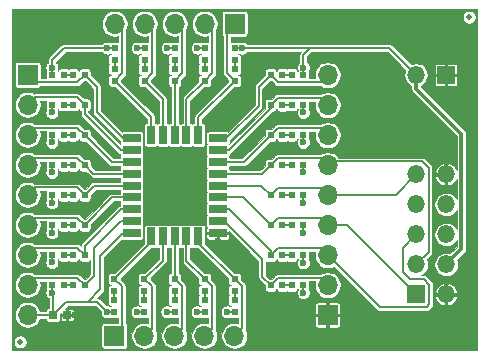
<source format=gbr>
G04 #@! TF.GenerationSoftware,KiCad,Pcbnew,5.1.10*
G04 #@! TF.CreationDate,2021-08-13T17:50:11+08:00*
G04 #@! TF.ProjectId,kudo-printer,6b75646f-2d70-4726-996e-7465722e6b69,rev?*
G04 #@! TF.SameCoordinates,PX2160ec0PY2255100*
G04 #@! TF.FileFunction,Copper,L1,Top*
G04 #@! TF.FilePolarity,Positive*
%FSLAX46Y46*%
G04 Gerber Fmt 4.6, Leading zero omitted, Abs format (unit mm)*
G04 Created by KiCad (PCBNEW 5.1.10) date 2021-08-13 17:50:11*
%MOMM*%
%LPD*%
G01*
G04 APERTURE LIST*
G04 #@! TA.AperFunction,SMDPad,CuDef*
%ADD10C,0.500000*%
G04 #@! TD*
G04 #@! TA.AperFunction,SMDPad,CuDef*
%ADD11R,0.600000X0.500000*%
G04 #@! TD*
G04 #@! TA.AperFunction,SMDPad,CuDef*
%ADD12R,0.500000X0.600000*%
G04 #@! TD*
G04 #@! TA.AperFunction,ComponentPad*
%ADD13O,1.700000X1.700000*%
G04 #@! TD*
G04 #@! TA.AperFunction,ComponentPad*
%ADD14R,1.700000X1.700000*%
G04 #@! TD*
G04 #@! TA.AperFunction,SMDPad,CuDef*
%ADD15R,0.700000X0.670000*%
G04 #@! TD*
G04 #@! TA.AperFunction,SMDPad,CuDef*
%ADD16R,0.700000X1.500000*%
G04 #@! TD*
G04 #@! TA.AperFunction,SMDPad,CuDef*
%ADD17R,1.500000X0.700000*%
G04 #@! TD*
G04 #@! TA.AperFunction,ComponentPad*
%ADD18O,1.500000X1.500000*%
G04 #@! TD*
G04 #@! TA.AperFunction,ComponentPad*
%ADD19R,1.500000X1.500000*%
G04 #@! TD*
G04 #@! TA.AperFunction,ViaPad*
%ADD20C,0.600000*%
G04 #@! TD*
G04 #@! TA.AperFunction,Conductor*
%ADD21C,0.160000*%
G04 #@! TD*
G04 #@! TA.AperFunction,Conductor*
%ADD22C,0.200000*%
G04 #@! TD*
G04 #@! TA.AperFunction,Conductor*
%ADD23C,0.300000*%
G04 #@! TD*
G04 #@! TA.AperFunction,Conductor*
%ADD24C,0.100000*%
G04 #@! TD*
G04 APERTURE END LIST*
D10*
X39000000Y-1000000D03*
X1000000Y-28500000D03*
D11*
X11537500Y-5400000D03*
X11537500Y-6400000D03*
D12*
X23200000Y-23700000D03*
X22200000Y-23700000D03*
D13*
X1625000Y-26220000D03*
X1625000Y-23680000D03*
X1625000Y-21140000D03*
X1625000Y-18600000D03*
X1625000Y-16060000D03*
X1625000Y-13520000D03*
X1625000Y-10980000D03*
X1625000Y-8440000D03*
D14*
X1625000Y-5900000D03*
D12*
X23200000Y-13539284D03*
X22200000Y-13539284D03*
X23200000Y-16085712D03*
X22200000Y-16085712D03*
X23200000Y-18632140D03*
X22200000Y-18632140D03*
X23200000Y-21178568D03*
X22200000Y-21178568D03*
D11*
X14062500Y-24175000D03*
X14062500Y-23175000D03*
X9000000Y-5400000D03*
X9000000Y-6400000D03*
D12*
X5450000Y-16071428D03*
X6450000Y-16071428D03*
D13*
X8985000Y-1575000D03*
X11525000Y-1575000D03*
X14065000Y-1575000D03*
X16605000Y-1575000D03*
D14*
X19145000Y-1575000D03*
D13*
X19140000Y-28000000D03*
X16600000Y-28000000D03*
X14060000Y-28000000D03*
X11520000Y-28000000D03*
D14*
X8980000Y-28000000D03*
D12*
X5450000Y-13528571D03*
X6450000Y-13528571D03*
X5450000Y-5900000D03*
X6450000Y-5900000D03*
X5450000Y-23700000D03*
X6450000Y-23700000D03*
D11*
X14075000Y-5400000D03*
X14075000Y-6400000D03*
D12*
X5450000Y-10985714D03*
X6450000Y-10985714D03*
D11*
X8975000Y-24175000D03*
X8975000Y-23175000D03*
X19150000Y-24175000D03*
X19150000Y-23175000D03*
D12*
X23200000Y-5900000D03*
X22200000Y-5900000D03*
X23200000Y-8446428D03*
X22200000Y-8446428D03*
X23200000Y-10992856D03*
X22200000Y-10992856D03*
X5450000Y-8442857D03*
X6450000Y-8442857D03*
D11*
X11518750Y-24175000D03*
X11518750Y-23175000D03*
D12*
X5450000Y-18614285D03*
X6450000Y-18614285D03*
X5450000Y-21157142D03*
X6450000Y-21157142D03*
D15*
X4975000Y-26225000D03*
X3775000Y-26225000D03*
D13*
X27025000Y-5905000D03*
X27025000Y-8445000D03*
X27025000Y-10985000D03*
X27025000Y-13525000D03*
X27025000Y-16065000D03*
X27025000Y-18605000D03*
X27025000Y-21145000D03*
X27025000Y-23685000D03*
D14*
X27025000Y-26225000D03*
D12*
X4675000Y-5900000D03*
X3675000Y-5900000D03*
X4675000Y-8442857D03*
X3675000Y-8442857D03*
X4675000Y-10985714D03*
X3675000Y-10985714D03*
X4675000Y-13528571D03*
X3675000Y-13528571D03*
X4675000Y-16071428D03*
X3675000Y-16071428D03*
X4675000Y-18614285D03*
X3675000Y-18614285D03*
X4675000Y-21157142D03*
X3675000Y-21157142D03*
X4675000Y-23700000D03*
X3675000Y-23700000D03*
D11*
X9000000Y-4625000D03*
X9000000Y-3625000D03*
X8975000Y-24950000D03*
X8975000Y-25950000D03*
X11537500Y-4625000D03*
X11537500Y-3625000D03*
X11518750Y-24950000D03*
X11518750Y-25950000D03*
X14075000Y-4625000D03*
X14075000Y-3625000D03*
X14062500Y-24950000D03*
X14062500Y-25950000D03*
X16612500Y-4625000D03*
X16612500Y-3625000D03*
X16606250Y-24950000D03*
X16606250Y-25950000D03*
X19150000Y-4625000D03*
X19150000Y-3625000D03*
X19150000Y-24950000D03*
X19150000Y-25950000D03*
D12*
X23975000Y-5900000D03*
X24975000Y-5900000D03*
X23975000Y-8442857D03*
X24975000Y-8442857D03*
X23975000Y-10985714D03*
X24975000Y-10985714D03*
X23975000Y-13528571D03*
X24975000Y-13528571D03*
X23975000Y-16071428D03*
X24975000Y-16071428D03*
X23975000Y-18614285D03*
X24975000Y-18614285D03*
X23975000Y-21175000D03*
X24975000Y-21175000D03*
X23975000Y-23700000D03*
X24975000Y-23700000D03*
D16*
X12075000Y-10975000D03*
X13075000Y-10975000D03*
X14075000Y-10975000D03*
X15075000Y-10975000D03*
X16075000Y-10975000D03*
D17*
X17725000Y-11275000D03*
X17725000Y-12275000D03*
X17725000Y-13275000D03*
X17725000Y-14275000D03*
X17725000Y-15275000D03*
X17725000Y-16275000D03*
X17725000Y-17275000D03*
X17725000Y-18275000D03*
X17725000Y-19275000D03*
D16*
X16075000Y-19575000D03*
X15075000Y-19575000D03*
X14075000Y-19575000D03*
X13075000Y-19575000D03*
X12075000Y-19575000D03*
D17*
X10425000Y-19275000D03*
X10425000Y-18275000D03*
X10425000Y-17275000D03*
X10425000Y-16275000D03*
X10425000Y-15275000D03*
X10425000Y-14275000D03*
X10425000Y-13275000D03*
X10425000Y-12275000D03*
X10425000Y-11275000D03*
D11*
X16606250Y-24175000D03*
X16606250Y-23175000D03*
X19150000Y-5400000D03*
X19150000Y-6400000D03*
X16612500Y-5400000D03*
X16612500Y-6400000D03*
D18*
X34510000Y-5900000D03*
D19*
X37050000Y-5900000D03*
D18*
X37065000Y-14315000D03*
X34525000Y-14315000D03*
X37065000Y-16855000D03*
X34525000Y-16855000D03*
X37065000Y-19395000D03*
X34525000Y-19395000D03*
X37065000Y-21935000D03*
X34525000Y-21935000D03*
X37065000Y-24475000D03*
D19*
X34525000Y-24475000D03*
D20*
X17725000Y-19975000D03*
X5650000Y-26225000D03*
X14075000Y-15275000D03*
X1625000Y-1575000D03*
X3675000Y-9075000D03*
X3675000Y-11600000D03*
X3675000Y-14150000D03*
X3675000Y-16700000D03*
X3675000Y-19250000D03*
X3675000Y-21775000D03*
X3675000Y-24325000D03*
X24975000Y-9075000D03*
X24975000Y-11600000D03*
X24975000Y-14150000D03*
X24975000Y-16700000D03*
X24975000Y-19250000D03*
X24975000Y-21800000D03*
X24975000Y-24325000D03*
X18525000Y-25950000D03*
X15975000Y-25950000D03*
X13425000Y-25950000D03*
X10900000Y-25950000D03*
X8350000Y-25950000D03*
X8375000Y-3625000D03*
X10925000Y-3625000D03*
X13450000Y-3625000D03*
X16000000Y-3625000D03*
X24975000Y-5275000D03*
X19775000Y-3625000D03*
X3675000Y-5275000D03*
D21*
X21389288Y-15275000D02*
X22200000Y-16085712D01*
X17725000Y-15275000D02*
X21389288Y-15275000D01*
X27025000Y-16065000D02*
X26410000Y-15450000D01*
X22835712Y-15450000D02*
X22200000Y-16085712D01*
X26410000Y-15450000D02*
X22835712Y-15450000D01*
X32775000Y-16065000D02*
X34525000Y-14315000D01*
X27025000Y-16065000D02*
X32775000Y-16065000D01*
X22200000Y-20840000D02*
X22200000Y-21178568D01*
X18635000Y-17275000D02*
X22200000Y-20840000D01*
X17725000Y-17275000D02*
X18635000Y-17275000D01*
X27025000Y-21145000D02*
X26430000Y-20550000D01*
X22828568Y-20550000D02*
X22200000Y-21178568D01*
X26430000Y-20550000D02*
X22828568Y-20550000D01*
X33375000Y-20545000D02*
X34525000Y-19395000D01*
X33375000Y-22575000D02*
X33375000Y-20545000D01*
X33975000Y-23175000D02*
X33375000Y-22575000D01*
X35150000Y-23175000D02*
X33975000Y-23175000D01*
X35650000Y-23675000D02*
X35150000Y-23175000D01*
X35650000Y-25300000D02*
X35650000Y-23675000D01*
X35400000Y-25550000D02*
X35650000Y-25300000D01*
X31430000Y-25550000D02*
X35400000Y-25550000D01*
X27025000Y-21145000D02*
X31430000Y-25550000D01*
X21464284Y-14275000D02*
X22200000Y-13539284D01*
X17725000Y-14275000D02*
X21464284Y-14275000D01*
X27025000Y-13525000D02*
X26425000Y-12925000D01*
X22814284Y-12925000D02*
X22200000Y-13539284D01*
X26425000Y-12925000D02*
X22814284Y-12925000D01*
X35575000Y-20885000D02*
X34525000Y-21935000D01*
X35575000Y-13775000D02*
X35575000Y-20885000D01*
X35025000Y-13225000D02*
X35575000Y-13775000D01*
X27325000Y-13225000D02*
X35025000Y-13225000D01*
X27025000Y-13525000D02*
X27325000Y-13225000D01*
X19842860Y-16275000D02*
X22200000Y-18632140D01*
X17725000Y-16275000D02*
X19842860Y-16275000D01*
X27025000Y-18605000D02*
X26420000Y-18000000D01*
X22832140Y-18000000D02*
X22200000Y-18632140D01*
X26420000Y-18000000D02*
X22832140Y-18000000D01*
X28655000Y-18605000D02*
X34525000Y-24475000D01*
X27025000Y-18605000D02*
X28655000Y-18605000D01*
X3675000Y-8442857D02*
X3675000Y-9075000D01*
X3675000Y-10985714D02*
X3675000Y-11600000D01*
X3675000Y-13528571D02*
X3675000Y-14150000D01*
X3675000Y-16071428D02*
X3675000Y-16700000D01*
X3675000Y-18614285D02*
X3675000Y-19250000D01*
X3675000Y-21157142D02*
X3675000Y-21775000D01*
X3675000Y-23700000D02*
X3675000Y-24325000D01*
X24975000Y-8442857D02*
X24975000Y-9075000D01*
X24975000Y-10985714D02*
X24975000Y-11600000D01*
X24975000Y-13528571D02*
X24975000Y-14150000D01*
X24975000Y-16071428D02*
X24975000Y-16700000D01*
X24975000Y-18614285D02*
X24975000Y-19250000D01*
X24975000Y-21175000D02*
X24975000Y-21800000D01*
X24975000Y-23700000D02*
X24975000Y-24325000D01*
X19150000Y-25950000D02*
X18525000Y-25950000D01*
X16606250Y-25950000D02*
X15975000Y-25950000D01*
X14062500Y-25950000D02*
X13425000Y-25950000D01*
X11518750Y-25950000D02*
X10900000Y-25950000D01*
X8975000Y-25950000D02*
X8350000Y-25950000D01*
X9000000Y-3625000D02*
X8375000Y-3625000D01*
X11537500Y-3625000D02*
X10925000Y-3625000D01*
X14075000Y-3625000D02*
X13450000Y-3625000D01*
X16612500Y-3625000D02*
X16000000Y-3625000D01*
D22*
X1630000Y-26225000D02*
X1625000Y-26220000D01*
X3775000Y-26225000D02*
X1630000Y-26225000D01*
X10425000Y-19275000D02*
X9700000Y-19275000D01*
X9700000Y-19275000D02*
X7775000Y-21200000D01*
X7775000Y-21200000D02*
X7775000Y-24050000D01*
X7775000Y-24050000D02*
X6700000Y-25125000D01*
X4875000Y-25125000D02*
X3775000Y-26225000D01*
X6700000Y-25125000D02*
X4875000Y-25125000D01*
D21*
X3775000Y-24425000D02*
X3675000Y-24325000D01*
X3775000Y-26225000D02*
X3775000Y-24425000D01*
X7525000Y-25125000D02*
X8350000Y-25950000D01*
X6700000Y-25125000D02*
X7525000Y-25125000D01*
D23*
X37065000Y-21935000D02*
X38350000Y-20650000D01*
X38350000Y-20650000D02*
X38350000Y-10900000D01*
X34510000Y-7060000D02*
X34510000Y-5900000D01*
X38350000Y-10900000D02*
X34510000Y-7060000D01*
D21*
X24975000Y-5900000D02*
X24975000Y-5275000D01*
X19150000Y-3625000D02*
X19775000Y-3625000D01*
X3675000Y-5900000D02*
X3675000Y-5275000D01*
X3675000Y-5275000D02*
X3675000Y-4650000D01*
X4700000Y-3625000D02*
X8375000Y-3625000D01*
X3675000Y-4650000D02*
X4700000Y-3625000D01*
X32235000Y-3625000D02*
X34510000Y-5900000D01*
X24975000Y-4200000D02*
X25550000Y-3625000D01*
X24975000Y-5275000D02*
X24975000Y-4200000D01*
X25550000Y-3625000D02*
X32235000Y-3625000D01*
X19775000Y-3625000D02*
X25550000Y-3625000D01*
X4675000Y-5900000D02*
X5450000Y-5900000D01*
X10425000Y-11275000D02*
X9700000Y-11275000D01*
X7500000Y-9075000D02*
X7500000Y-6950000D01*
X9700000Y-11275000D02*
X7500000Y-9075000D01*
X7500000Y-6950000D02*
X6450000Y-5900000D01*
X1625000Y-5900000D02*
X2250000Y-6525000D01*
X5825000Y-6525000D02*
X6450000Y-5900000D01*
X2250000Y-6525000D02*
X5825000Y-6525000D01*
X4675000Y-8442857D02*
X5450000Y-8442857D01*
X6450000Y-9210000D02*
X6450000Y-8442857D01*
X9515000Y-12275000D02*
X6450000Y-9210000D01*
X10425000Y-12275000D02*
X9515000Y-12275000D01*
X5807143Y-7800000D02*
X6450000Y-8442857D01*
X2265000Y-7800000D02*
X5807143Y-7800000D01*
X1625000Y-8440000D02*
X2265000Y-7800000D01*
X5450000Y-10985714D02*
X4675000Y-10985714D01*
X8739286Y-13275000D02*
X6450000Y-10985714D01*
X10425000Y-13275000D02*
X8739286Y-13275000D01*
X1625000Y-10980000D02*
X2255000Y-10350000D01*
X5814286Y-10350000D02*
X6450000Y-10985714D01*
X2255000Y-10350000D02*
X5814286Y-10350000D01*
X5450000Y-13528571D02*
X4675000Y-13528571D01*
X7196429Y-14275000D02*
X6450000Y-13528571D01*
X10425000Y-14275000D02*
X7196429Y-14275000D01*
X1625000Y-13520000D02*
X2245000Y-12900000D01*
X5821429Y-12900000D02*
X6450000Y-13528571D01*
X2245000Y-12900000D02*
X5821429Y-12900000D01*
X5450000Y-16071428D02*
X4675000Y-16071428D01*
X7246428Y-15275000D02*
X6450000Y-16071428D01*
X10425000Y-15275000D02*
X7246428Y-15275000D01*
X1625000Y-16060000D02*
X2260000Y-15425000D01*
X5803572Y-15425000D02*
X6450000Y-16071428D01*
X2260000Y-15425000D02*
X5803572Y-15425000D01*
X5450000Y-18614285D02*
X4675000Y-18614285D01*
X8789285Y-16275000D02*
X6450000Y-18614285D01*
X10425000Y-16275000D02*
X8789285Y-16275000D01*
X1625000Y-18600000D02*
X2250000Y-17975000D01*
X5810715Y-17975000D02*
X6450000Y-18614285D01*
X2250000Y-17975000D02*
X5810715Y-17975000D01*
X4675000Y-21157142D02*
X5450000Y-21157142D01*
X6450000Y-20340000D02*
X6450000Y-21157142D01*
X9515000Y-17275000D02*
X6450000Y-20340000D01*
X10425000Y-17275000D02*
X9515000Y-17275000D01*
X1625000Y-21140000D02*
X2240000Y-20525000D01*
X5817858Y-20525000D02*
X6450000Y-21157142D01*
X2240000Y-20525000D02*
X5817858Y-20525000D01*
X5450000Y-23700000D02*
X4675000Y-23700000D01*
X7250000Y-22900000D02*
X6450000Y-23700000D01*
X7250000Y-20540000D02*
X7250000Y-22900000D01*
X9515000Y-18275000D02*
X7250000Y-20540000D01*
X10425000Y-18275000D02*
X9515000Y-18275000D01*
X1625000Y-23680000D02*
X2230000Y-23075000D01*
X5825000Y-23075000D02*
X6450000Y-23700000D01*
X2230000Y-23075000D02*
X5825000Y-23075000D01*
X9000000Y-4625000D02*
X9000000Y-5400000D01*
X12075000Y-9475000D02*
X9000000Y-6400000D01*
X12075000Y-10975000D02*
X12075000Y-9475000D01*
X8985000Y-1575000D02*
X9625000Y-2215000D01*
X9625000Y-5775000D02*
X9000000Y-6400000D01*
X9625000Y-2215000D02*
X9625000Y-5775000D01*
X8975000Y-24175000D02*
X8975000Y-24950000D01*
X12075000Y-20075000D02*
X8975000Y-23175000D01*
X12075000Y-19575000D02*
X12075000Y-20075000D01*
X8980000Y-28000000D02*
X9600000Y-27380000D01*
X9600000Y-23800000D02*
X8975000Y-23175000D01*
X9600000Y-27380000D02*
X9600000Y-23800000D01*
X11537500Y-4625000D02*
X11537500Y-5400000D01*
X13075000Y-7937500D02*
X11537500Y-6400000D01*
X13075000Y-10975000D02*
X13075000Y-7937500D01*
X11525000Y-1575000D02*
X12175000Y-2225000D01*
X12175000Y-5762500D02*
X11537500Y-6400000D01*
X12175000Y-2225000D02*
X12175000Y-5762500D01*
X11518750Y-24175000D02*
X11518750Y-24950000D01*
X13075000Y-21618750D02*
X11518750Y-23175000D01*
X13075000Y-19575000D02*
X13075000Y-21618750D01*
X11520000Y-28000000D02*
X12150000Y-27370000D01*
X12150000Y-23806250D02*
X11518750Y-23175000D01*
X12150000Y-27370000D02*
X12150000Y-23806250D01*
X14075000Y-4625000D02*
X14075000Y-5400000D01*
X14075000Y-10975000D02*
X14075000Y-6400000D01*
X14065000Y-1575000D02*
X14700000Y-2210000D01*
X14700000Y-5775000D02*
X14075000Y-6400000D01*
X14700000Y-2210000D02*
X14700000Y-5775000D01*
X14062500Y-24175000D02*
X14062500Y-24950000D01*
X14075000Y-23162500D02*
X14062500Y-23175000D01*
X14075000Y-19575000D02*
X14075000Y-23162500D01*
X14060000Y-28000000D02*
X14675000Y-27385000D01*
X14675000Y-23787500D02*
X14062500Y-23175000D01*
X14675000Y-27385000D02*
X14675000Y-23787500D01*
X16612500Y-4625000D02*
X16612500Y-5400000D01*
X15075000Y-7937500D02*
X16612500Y-6400000D01*
X15075000Y-10975000D02*
X15075000Y-7937500D01*
X16605000Y-1575000D02*
X17250000Y-2220000D01*
X17250000Y-5762500D02*
X16612500Y-6400000D01*
X17250000Y-2220000D02*
X17250000Y-5762500D01*
X16606250Y-24175000D02*
X16606250Y-24950000D01*
X15075000Y-21643750D02*
X16606250Y-23175000D01*
X15075000Y-19575000D02*
X15075000Y-21643750D01*
X16600000Y-28000000D02*
X17225000Y-27375000D01*
X17225000Y-23793750D02*
X16606250Y-23175000D01*
X17225000Y-27375000D02*
X17225000Y-23793750D01*
X19150000Y-4625000D02*
X19150000Y-5400000D01*
X16075000Y-9475000D02*
X19150000Y-6400000D01*
X16075000Y-10975000D02*
X16075000Y-9475000D01*
X19145000Y-1575000D02*
X18525000Y-2195000D01*
X18525000Y-5775000D02*
X19150000Y-6400000D01*
X18525000Y-2195000D02*
X18525000Y-5775000D01*
X19150000Y-24175000D02*
X19150000Y-24950000D01*
X16075000Y-20100000D02*
X19150000Y-23175000D01*
X16075000Y-19575000D02*
X16075000Y-20100000D01*
X19140000Y-28000000D02*
X19775000Y-27365000D01*
X19775000Y-23800000D02*
X19150000Y-23175000D01*
X19775000Y-27365000D02*
X19775000Y-23800000D01*
X23200000Y-5900000D02*
X23975000Y-5900000D01*
X17725000Y-11275000D02*
X18450000Y-11275000D01*
X18450000Y-11275000D02*
X21175000Y-8550000D01*
X21175000Y-6925000D02*
X22200000Y-5900000D01*
X21175000Y-8550000D02*
X21175000Y-6925000D01*
X27025000Y-5905000D02*
X26405000Y-6525000D01*
X22825000Y-6525000D02*
X22200000Y-5900000D01*
X26405000Y-6525000D02*
X22825000Y-6525000D01*
X23203571Y-8442857D02*
X23200000Y-8446428D01*
X23975000Y-8442857D02*
X23203571Y-8442857D01*
X22200000Y-8710000D02*
X22200000Y-8446428D01*
X18635000Y-12275000D02*
X22200000Y-8710000D01*
X17725000Y-12275000D02*
X18635000Y-12275000D01*
X27025000Y-8445000D02*
X26405000Y-7825000D01*
X22821428Y-7825000D02*
X22200000Y-8446428D01*
X26405000Y-7825000D02*
X22821428Y-7825000D01*
X23967858Y-10992856D02*
X23975000Y-10985714D01*
X23200000Y-10992856D02*
X23967858Y-10992856D01*
X19917856Y-13275000D02*
X22200000Y-10992856D01*
X17725000Y-13275000D02*
X19917856Y-13275000D01*
X27025000Y-10985000D02*
X26415000Y-10375000D01*
X22817856Y-10375000D02*
X22200000Y-10992856D01*
X26415000Y-10375000D02*
X22817856Y-10375000D01*
X23964287Y-13539284D02*
X23975000Y-13528571D01*
X23200000Y-13539284D02*
X23964287Y-13539284D01*
X23960716Y-16085712D02*
X23975000Y-16071428D01*
X23200000Y-16085712D02*
X23960716Y-16085712D01*
X23957145Y-18632140D02*
X23975000Y-18614285D01*
X23200000Y-18632140D02*
X23957145Y-18632140D01*
X23953574Y-21178568D02*
X23975000Y-21157142D01*
X23200000Y-21178568D02*
X23953574Y-21178568D01*
X23200000Y-23700000D02*
X23975000Y-23700000D01*
X21500000Y-23025000D02*
X22200000Y-23725000D01*
X21500000Y-21525000D02*
X21500000Y-23025000D01*
X18250000Y-18275000D02*
X21500000Y-21525000D01*
X17725000Y-18275000D02*
X18250000Y-18275000D01*
X27025000Y-23685000D02*
X26390000Y-23050000D01*
X22850000Y-23050000D02*
X22200000Y-23700000D01*
X26390000Y-23050000D02*
X22850000Y-23050000D01*
D24*
X39675000Y-29175000D02*
X325000Y-29175000D01*
X325000Y-28445830D01*
X450000Y-28445830D01*
X450000Y-28554170D01*
X471136Y-28660429D01*
X512597Y-28760523D01*
X572787Y-28850604D01*
X649396Y-28927213D01*
X739477Y-28987403D01*
X839571Y-29028864D01*
X945830Y-29050000D01*
X1054170Y-29050000D01*
X1160429Y-29028864D01*
X1260523Y-28987403D01*
X1350604Y-28927213D01*
X1427213Y-28850604D01*
X1487403Y-28760523D01*
X1528864Y-28660429D01*
X1550000Y-28554170D01*
X1550000Y-28445830D01*
X1528864Y-28339571D01*
X1487403Y-28239477D01*
X1427213Y-28149396D01*
X1350604Y-28072787D01*
X1260523Y-28012597D01*
X1160429Y-27971136D01*
X1054170Y-27950000D01*
X945830Y-27950000D01*
X839571Y-27971136D01*
X739477Y-28012597D01*
X649396Y-28072787D01*
X572787Y-28149396D01*
X512597Y-28239477D01*
X471136Y-28339571D01*
X450000Y-28445830D01*
X325000Y-28445830D01*
X325000Y-5050000D01*
X523791Y-5050000D01*
X523791Y-6750000D01*
X528618Y-6799008D01*
X542913Y-6846134D01*
X566127Y-6889564D01*
X597368Y-6927632D01*
X635436Y-6958873D01*
X678866Y-6982087D01*
X725992Y-6996382D01*
X775000Y-7001209D01*
X2475000Y-7001209D01*
X2524008Y-6996382D01*
X2571134Y-6982087D01*
X2614564Y-6958873D01*
X2652632Y-6927632D01*
X2683873Y-6889564D01*
X2702348Y-6855000D01*
X5808797Y-6855000D01*
X5825000Y-6856596D01*
X5841203Y-6855000D01*
X5889691Y-6850224D01*
X5951896Y-6831355D01*
X6009225Y-6800712D01*
X6059474Y-6759474D01*
X6069812Y-6746877D01*
X6365481Y-6451209D01*
X6534519Y-6451209D01*
X7170001Y-7086692D01*
X7170000Y-9058797D01*
X7168404Y-9075000D01*
X7174776Y-9139691D01*
X7176480Y-9145309D01*
X7193645Y-9201895D01*
X7224288Y-9259224D01*
X7265526Y-9309474D01*
X7278123Y-9319812D01*
X9423791Y-11465481D01*
X9423791Y-11625000D01*
X9428618Y-11674008D01*
X9442913Y-11721134D01*
X9460240Y-11753550D01*
X6780000Y-9073311D01*
X6780000Y-8979838D01*
X6796134Y-8974944D01*
X6839564Y-8951730D01*
X6877632Y-8920489D01*
X6908873Y-8882421D01*
X6932087Y-8838991D01*
X6946382Y-8791865D01*
X6951209Y-8742857D01*
X6951209Y-8142857D01*
X6946382Y-8093849D01*
X6932087Y-8046723D01*
X6908873Y-8003293D01*
X6877632Y-7965225D01*
X6839564Y-7933984D01*
X6796134Y-7910770D01*
X6749008Y-7896475D01*
X6700000Y-7891648D01*
X6365481Y-7891648D01*
X6051955Y-7578123D01*
X6041617Y-7565526D01*
X5991368Y-7524288D01*
X5934039Y-7493645D01*
X5871834Y-7474776D01*
X5807143Y-7468404D01*
X5790940Y-7470000D01*
X2281203Y-7470000D01*
X2265000Y-7468404D01*
X2200309Y-7474776D01*
X2172852Y-7483105D01*
X2146045Y-7465193D01*
X1945858Y-7382273D01*
X1733341Y-7340000D01*
X1516659Y-7340000D01*
X1304142Y-7382273D01*
X1103955Y-7465193D01*
X923791Y-7585575D01*
X770575Y-7738791D01*
X650193Y-7918955D01*
X567273Y-8119142D01*
X525000Y-8331659D01*
X525000Y-8548341D01*
X567273Y-8760858D01*
X650193Y-8961045D01*
X770575Y-9141209D01*
X923791Y-9294425D01*
X1103955Y-9414807D01*
X1304142Y-9497727D01*
X1516659Y-9540000D01*
X1733341Y-9540000D01*
X1945858Y-9497727D01*
X2146045Y-9414807D01*
X2326209Y-9294425D01*
X2479425Y-9141209D01*
X2599807Y-8961045D01*
X2682727Y-8760858D01*
X2725000Y-8548341D01*
X2725000Y-8331659D01*
X2684887Y-8130000D01*
X3175057Y-8130000D01*
X3173791Y-8142857D01*
X3173791Y-8742857D01*
X3178618Y-8791865D01*
X3186373Y-8817431D01*
X3146136Y-8914571D01*
X3125000Y-9020830D01*
X3125000Y-9129170D01*
X3146136Y-9235429D01*
X3187597Y-9335523D01*
X3247787Y-9425604D01*
X3324396Y-9502213D01*
X3414477Y-9562403D01*
X3514571Y-9603864D01*
X3620830Y-9625000D01*
X3729170Y-9625000D01*
X3835429Y-9603864D01*
X3935523Y-9562403D01*
X4025604Y-9502213D01*
X4102213Y-9425604D01*
X4162403Y-9335523D01*
X4203864Y-9235429D01*
X4225000Y-9129170D01*
X4225000Y-9020830D01*
X4203864Y-8914571D01*
X4163627Y-8817431D01*
X4171382Y-8791865D01*
X4175000Y-8755132D01*
X4178618Y-8791865D01*
X4192913Y-8838991D01*
X4216127Y-8882421D01*
X4247368Y-8920489D01*
X4285436Y-8951730D01*
X4328866Y-8974944D01*
X4375992Y-8989239D01*
X4425000Y-8994066D01*
X4925000Y-8994066D01*
X4974008Y-8989239D01*
X5021134Y-8974944D01*
X5062500Y-8952833D01*
X5103866Y-8974944D01*
X5150992Y-8989239D01*
X5200000Y-8994066D01*
X5700000Y-8994066D01*
X5749008Y-8989239D01*
X5796134Y-8974944D01*
X5839564Y-8951730D01*
X5877632Y-8920489D01*
X5908873Y-8882421D01*
X5932087Y-8838991D01*
X5946382Y-8791865D01*
X5950000Y-8755132D01*
X5953618Y-8791865D01*
X5967913Y-8838991D01*
X5991127Y-8882421D01*
X6022368Y-8920489D01*
X6060436Y-8951730D01*
X6103866Y-8974944D01*
X6120000Y-8979838D01*
X6120000Y-9193796D01*
X6118404Y-9210000D01*
X6122651Y-9253113D01*
X6124776Y-9274690D01*
X6143645Y-9336895D01*
X6174288Y-9394224D01*
X6215526Y-9444474D01*
X6228123Y-9454812D01*
X9270192Y-12496882D01*
X9280526Y-12509474D01*
X9330775Y-12550712D01*
X9366860Y-12570000D01*
X9388103Y-12581355D01*
X9423791Y-12592180D01*
X9423791Y-12625000D01*
X9428618Y-12674008D01*
X9442913Y-12721134D01*
X9466127Y-12764564D01*
X9474691Y-12775000D01*
X9466127Y-12785436D01*
X9442913Y-12828866D01*
X9428618Y-12875992D01*
X9423791Y-12925000D01*
X9423791Y-12945000D01*
X8875977Y-12945000D01*
X6951209Y-11020234D01*
X6951209Y-10685714D01*
X6946382Y-10636706D01*
X6932087Y-10589580D01*
X6908873Y-10546150D01*
X6877632Y-10508082D01*
X6839564Y-10476841D01*
X6796134Y-10453627D01*
X6749008Y-10439332D01*
X6700000Y-10434505D01*
X6365481Y-10434505D01*
X6059098Y-10128123D01*
X6048760Y-10115526D01*
X5998511Y-10074288D01*
X5941182Y-10043645D01*
X5878977Y-10024776D01*
X5830489Y-10020000D01*
X5814286Y-10018404D01*
X5798083Y-10020000D01*
X2271203Y-10020000D01*
X2255000Y-10018404D01*
X2190309Y-10024776D01*
X2180023Y-10027896D01*
X2146045Y-10005193D01*
X1945858Y-9922273D01*
X1733341Y-9880000D01*
X1516659Y-9880000D01*
X1304142Y-9922273D01*
X1103955Y-10005193D01*
X923791Y-10125575D01*
X770575Y-10278791D01*
X650193Y-10458955D01*
X567273Y-10659142D01*
X525000Y-10871659D01*
X525000Y-11088341D01*
X567273Y-11300858D01*
X650193Y-11501045D01*
X770575Y-11681209D01*
X923791Y-11834425D01*
X1103955Y-11954807D01*
X1304142Y-12037727D01*
X1516659Y-12080000D01*
X1733341Y-12080000D01*
X1945858Y-12037727D01*
X2146045Y-11954807D01*
X2326209Y-11834425D01*
X2479425Y-11681209D01*
X2599807Y-11501045D01*
X2682727Y-11300858D01*
X2725000Y-11088341D01*
X2725000Y-10871659D01*
X2686876Y-10680000D01*
X3174354Y-10680000D01*
X3173791Y-10685714D01*
X3173791Y-11285714D01*
X3178618Y-11334722D01*
X3183246Y-11349980D01*
X3146136Y-11439571D01*
X3125000Y-11545830D01*
X3125000Y-11654170D01*
X3146136Y-11760429D01*
X3187597Y-11860523D01*
X3247787Y-11950604D01*
X3324396Y-12027213D01*
X3414477Y-12087403D01*
X3514571Y-12128864D01*
X3620830Y-12150000D01*
X3729170Y-12150000D01*
X3835429Y-12128864D01*
X3935523Y-12087403D01*
X4025604Y-12027213D01*
X4102213Y-11950604D01*
X4162403Y-11860523D01*
X4203864Y-11760429D01*
X4225000Y-11654170D01*
X4225000Y-11545830D01*
X4203864Y-11439571D01*
X4166754Y-11349980D01*
X4171382Y-11334722D01*
X4175000Y-11297989D01*
X4178618Y-11334722D01*
X4192913Y-11381848D01*
X4216127Y-11425278D01*
X4247368Y-11463346D01*
X4285436Y-11494587D01*
X4328866Y-11517801D01*
X4375992Y-11532096D01*
X4425000Y-11536923D01*
X4925000Y-11536923D01*
X4974008Y-11532096D01*
X5021134Y-11517801D01*
X5062500Y-11495690D01*
X5103866Y-11517801D01*
X5150992Y-11532096D01*
X5200000Y-11536923D01*
X5700000Y-11536923D01*
X5749008Y-11532096D01*
X5796134Y-11517801D01*
X5839564Y-11494587D01*
X5877632Y-11463346D01*
X5908873Y-11425278D01*
X5932087Y-11381848D01*
X5946382Y-11334722D01*
X5950000Y-11297989D01*
X5953618Y-11334722D01*
X5967913Y-11381848D01*
X5991127Y-11425278D01*
X6022368Y-11463346D01*
X6060436Y-11494587D01*
X6103866Y-11517801D01*
X6150992Y-11532096D01*
X6200000Y-11536923D01*
X6534520Y-11536923D01*
X8494483Y-13496888D01*
X8504812Y-13509474D01*
X8555061Y-13550712D01*
X8612390Y-13581355D01*
X8651644Y-13593262D01*
X8674594Y-13600224D01*
X8739285Y-13606596D01*
X8755488Y-13605000D01*
X9423791Y-13605000D01*
X9423791Y-13625000D01*
X9428618Y-13674008D01*
X9442913Y-13721134D01*
X9466127Y-13764564D01*
X9474691Y-13775000D01*
X9466127Y-13785436D01*
X9442913Y-13828866D01*
X9428618Y-13875992D01*
X9423791Y-13925000D01*
X9423791Y-13945000D01*
X7333119Y-13945000D01*
X6951209Y-13563091D01*
X6951209Y-13228571D01*
X6946382Y-13179563D01*
X6932087Y-13132437D01*
X6908873Y-13089007D01*
X6877632Y-13050939D01*
X6839564Y-13019698D01*
X6796134Y-12996484D01*
X6749008Y-12982189D01*
X6700000Y-12977362D01*
X6365480Y-12977362D01*
X6066241Y-12678123D01*
X6055903Y-12665526D01*
X6005654Y-12624288D01*
X5948325Y-12593645D01*
X5886120Y-12574776D01*
X5837632Y-12570000D01*
X5821429Y-12568404D01*
X5805226Y-12570000D01*
X2261202Y-12570000D01*
X2244999Y-12568404D01*
X2189033Y-12573917D01*
X2146045Y-12545193D01*
X1945858Y-12462273D01*
X1733341Y-12420000D01*
X1516659Y-12420000D01*
X1304142Y-12462273D01*
X1103955Y-12545193D01*
X923791Y-12665575D01*
X770575Y-12818791D01*
X650193Y-12998955D01*
X567273Y-13199142D01*
X525000Y-13411659D01*
X525000Y-13628341D01*
X567273Y-13840858D01*
X650193Y-14041045D01*
X770575Y-14221209D01*
X923791Y-14374425D01*
X1103955Y-14494807D01*
X1304142Y-14577727D01*
X1516659Y-14620000D01*
X1733341Y-14620000D01*
X1945858Y-14577727D01*
X2146045Y-14494807D01*
X2326209Y-14374425D01*
X2479425Y-14221209D01*
X2599807Y-14041045D01*
X2682727Y-13840858D01*
X2725000Y-13628341D01*
X2725000Y-13411659D01*
X2688865Y-13230000D01*
X3173791Y-13230000D01*
X3173791Y-13828571D01*
X3178618Y-13877579D01*
X3184497Y-13896961D01*
X3146136Y-13989571D01*
X3125000Y-14095830D01*
X3125000Y-14204170D01*
X3146136Y-14310429D01*
X3187597Y-14410523D01*
X3247787Y-14500604D01*
X3324396Y-14577213D01*
X3414477Y-14637403D01*
X3514571Y-14678864D01*
X3620830Y-14700000D01*
X3729170Y-14700000D01*
X3835429Y-14678864D01*
X3935523Y-14637403D01*
X4025604Y-14577213D01*
X4102213Y-14500604D01*
X4162403Y-14410523D01*
X4203864Y-14310429D01*
X4225000Y-14204170D01*
X4225000Y-14095830D01*
X4203864Y-13989571D01*
X4165503Y-13896961D01*
X4171382Y-13877579D01*
X4175000Y-13840846D01*
X4178618Y-13877579D01*
X4192913Y-13924705D01*
X4216127Y-13968135D01*
X4247368Y-14006203D01*
X4285436Y-14037444D01*
X4328866Y-14060658D01*
X4375992Y-14074953D01*
X4425000Y-14079780D01*
X4925000Y-14079780D01*
X4974008Y-14074953D01*
X5021134Y-14060658D01*
X5062500Y-14038547D01*
X5103866Y-14060658D01*
X5150992Y-14074953D01*
X5200000Y-14079780D01*
X5700000Y-14079780D01*
X5749008Y-14074953D01*
X5796134Y-14060658D01*
X5839564Y-14037444D01*
X5877632Y-14006203D01*
X5908873Y-13968135D01*
X5932087Y-13924705D01*
X5946382Y-13877579D01*
X5950000Y-13840846D01*
X5953618Y-13877579D01*
X5967913Y-13924705D01*
X5991127Y-13968135D01*
X6022368Y-14006203D01*
X6060436Y-14037444D01*
X6103866Y-14060658D01*
X6150992Y-14074953D01*
X6200000Y-14079780D01*
X6534520Y-14079780D01*
X6951621Y-14496882D01*
X6961955Y-14509474D01*
X7012204Y-14550712D01*
X7069533Y-14581355D01*
X7112868Y-14594500D01*
X7131737Y-14600224D01*
X7196428Y-14606596D01*
X7212631Y-14605000D01*
X9423791Y-14605000D01*
X9423791Y-14625000D01*
X9428618Y-14674008D01*
X9442913Y-14721134D01*
X9466127Y-14764564D01*
X9474691Y-14775000D01*
X9466127Y-14785436D01*
X9442913Y-14828866D01*
X9428618Y-14875992D01*
X9423791Y-14925000D01*
X9423791Y-14945000D01*
X7262630Y-14945000D01*
X7246427Y-14943404D01*
X7181736Y-14949776D01*
X7162867Y-14955500D01*
X7119532Y-14968645D01*
X7062203Y-14999288D01*
X7011954Y-15040526D01*
X7001625Y-15053112D01*
X6534519Y-15520219D01*
X6365481Y-15520219D01*
X6048384Y-15203123D01*
X6038046Y-15190526D01*
X5987797Y-15149288D01*
X5930468Y-15118645D01*
X5868263Y-15099776D01*
X5819775Y-15095000D01*
X5803572Y-15093404D01*
X5787369Y-15095000D01*
X2276203Y-15095000D01*
X2260000Y-15093404D01*
X2243797Y-15095000D01*
X2195309Y-15099776D01*
X2176437Y-15105500D01*
X2146045Y-15085193D01*
X1945858Y-15002273D01*
X1733341Y-14960000D01*
X1516659Y-14960000D01*
X1304142Y-15002273D01*
X1103955Y-15085193D01*
X923791Y-15205575D01*
X770575Y-15358791D01*
X650193Y-15538955D01*
X567273Y-15739142D01*
X525000Y-15951659D01*
X525000Y-16168341D01*
X567273Y-16380858D01*
X650193Y-16581045D01*
X770575Y-16761209D01*
X923791Y-16914425D01*
X1103955Y-17034807D01*
X1304142Y-17117727D01*
X1516659Y-17160000D01*
X1733341Y-17160000D01*
X1945858Y-17117727D01*
X2146045Y-17034807D01*
X2326209Y-16914425D01*
X2479425Y-16761209D01*
X2599807Y-16581045D01*
X2682727Y-16380858D01*
X2725000Y-16168341D01*
X2725000Y-15951659D01*
X2685881Y-15755000D01*
X3175409Y-15755000D01*
X3173791Y-15771428D01*
X3173791Y-16371428D01*
X3178618Y-16420436D01*
X3185748Y-16443941D01*
X3146136Y-16539571D01*
X3125000Y-16645830D01*
X3125000Y-16754170D01*
X3146136Y-16860429D01*
X3187597Y-16960523D01*
X3247787Y-17050604D01*
X3324396Y-17127213D01*
X3414477Y-17187403D01*
X3514571Y-17228864D01*
X3620830Y-17250000D01*
X3729170Y-17250000D01*
X3835429Y-17228864D01*
X3935523Y-17187403D01*
X4025604Y-17127213D01*
X4102213Y-17050604D01*
X4162403Y-16960523D01*
X4203864Y-16860429D01*
X4225000Y-16754170D01*
X4225000Y-16645830D01*
X4203864Y-16539571D01*
X4164252Y-16443941D01*
X4171382Y-16420436D01*
X4175000Y-16383703D01*
X4178618Y-16420436D01*
X4192913Y-16467562D01*
X4216127Y-16510992D01*
X4247368Y-16549060D01*
X4285436Y-16580301D01*
X4328866Y-16603515D01*
X4375992Y-16617810D01*
X4425000Y-16622637D01*
X4925000Y-16622637D01*
X4974008Y-16617810D01*
X5021134Y-16603515D01*
X5062500Y-16581404D01*
X5103866Y-16603515D01*
X5150992Y-16617810D01*
X5200000Y-16622637D01*
X5700000Y-16622637D01*
X5749008Y-16617810D01*
X5796134Y-16603515D01*
X5839564Y-16580301D01*
X5877632Y-16549060D01*
X5908873Y-16510992D01*
X5932087Y-16467562D01*
X5946382Y-16420436D01*
X5950000Y-16383703D01*
X5953618Y-16420436D01*
X5967913Y-16467562D01*
X5991127Y-16510992D01*
X6022368Y-16549060D01*
X6060436Y-16580301D01*
X6103866Y-16603515D01*
X6150992Y-16617810D01*
X6200000Y-16622637D01*
X6700000Y-16622637D01*
X6749008Y-16617810D01*
X6796134Y-16603515D01*
X6839564Y-16580301D01*
X6877632Y-16549060D01*
X6908873Y-16510992D01*
X6932087Y-16467562D01*
X6946382Y-16420436D01*
X6951209Y-16371428D01*
X6951209Y-16036909D01*
X7383119Y-15605000D01*
X9423791Y-15605000D01*
X9423791Y-15625000D01*
X9428618Y-15674008D01*
X9442913Y-15721134D01*
X9466127Y-15764564D01*
X9474691Y-15775000D01*
X9466127Y-15785436D01*
X9442913Y-15828866D01*
X9428618Y-15875992D01*
X9423791Y-15925000D01*
X9423791Y-15945000D01*
X8805488Y-15945000D01*
X8789285Y-15943404D01*
X8724594Y-15949776D01*
X8662388Y-15968645D01*
X8642419Y-15979319D01*
X8605060Y-15999288D01*
X8554811Y-16040526D01*
X8544477Y-16053118D01*
X6534520Y-18063076D01*
X6365481Y-18063076D01*
X6055527Y-17753123D01*
X6045189Y-17740526D01*
X5994940Y-17699288D01*
X5937611Y-17668645D01*
X5875406Y-17649776D01*
X5826918Y-17645000D01*
X5810715Y-17643404D01*
X5794512Y-17645000D01*
X2266195Y-17645000D01*
X2249999Y-17643405D01*
X2233803Y-17645000D01*
X2233797Y-17645000D01*
X2191858Y-17649131D01*
X2185308Y-17649776D01*
X2183608Y-17650292D01*
X2146045Y-17625193D01*
X1945858Y-17542273D01*
X1733341Y-17500000D01*
X1516659Y-17500000D01*
X1304142Y-17542273D01*
X1103955Y-17625193D01*
X923791Y-17745575D01*
X770575Y-17898791D01*
X650193Y-18078955D01*
X567273Y-18279142D01*
X525000Y-18491659D01*
X525000Y-18708341D01*
X567273Y-18920858D01*
X650193Y-19121045D01*
X770575Y-19301209D01*
X923791Y-19454425D01*
X1103955Y-19574807D01*
X1304142Y-19657727D01*
X1516659Y-19700000D01*
X1733341Y-19700000D01*
X1945858Y-19657727D01*
X2146045Y-19574807D01*
X2326209Y-19454425D01*
X2479425Y-19301209D01*
X2599807Y-19121045D01*
X2682727Y-18920858D01*
X2725000Y-18708341D01*
X2725000Y-18491659D01*
X2687871Y-18305000D01*
X3174706Y-18305000D01*
X3173791Y-18314285D01*
X3173791Y-18914285D01*
X3178618Y-18963293D01*
X3186999Y-18990921D01*
X3146136Y-19089571D01*
X3125000Y-19195830D01*
X3125000Y-19304170D01*
X3146136Y-19410429D01*
X3187597Y-19510523D01*
X3247787Y-19600604D01*
X3324396Y-19677213D01*
X3414477Y-19737403D01*
X3514571Y-19778864D01*
X3620830Y-19800000D01*
X3729170Y-19800000D01*
X3835429Y-19778864D01*
X3935523Y-19737403D01*
X4025604Y-19677213D01*
X4102213Y-19600604D01*
X4162403Y-19510523D01*
X4203864Y-19410429D01*
X4225000Y-19304170D01*
X4225000Y-19195830D01*
X4203864Y-19089571D01*
X4163001Y-18990921D01*
X4171382Y-18963293D01*
X4175000Y-18926560D01*
X4178618Y-18963293D01*
X4192913Y-19010419D01*
X4216127Y-19053849D01*
X4247368Y-19091917D01*
X4285436Y-19123158D01*
X4328866Y-19146372D01*
X4375992Y-19160667D01*
X4425000Y-19165494D01*
X4925000Y-19165494D01*
X4974008Y-19160667D01*
X5021134Y-19146372D01*
X5062500Y-19124261D01*
X5103866Y-19146372D01*
X5150992Y-19160667D01*
X5200000Y-19165494D01*
X5700000Y-19165494D01*
X5749008Y-19160667D01*
X5796134Y-19146372D01*
X5839564Y-19123158D01*
X5877632Y-19091917D01*
X5908873Y-19053849D01*
X5932087Y-19010419D01*
X5946382Y-18963293D01*
X5950000Y-18926560D01*
X5953618Y-18963293D01*
X5967913Y-19010419D01*
X5991127Y-19053849D01*
X6022368Y-19091917D01*
X6060436Y-19123158D01*
X6103866Y-19146372D01*
X6150992Y-19160667D01*
X6200000Y-19165494D01*
X6700000Y-19165494D01*
X6749008Y-19160667D01*
X6796134Y-19146372D01*
X6839564Y-19123158D01*
X6877632Y-19091917D01*
X6908873Y-19053849D01*
X6932087Y-19010419D01*
X6946382Y-18963293D01*
X6951209Y-18914285D01*
X6951209Y-18579765D01*
X8925975Y-16605000D01*
X9423791Y-16605000D01*
X9423791Y-16625000D01*
X9428618Y-16674008D01*
X9442913Y-16721134D01*
X9466127Y-16764564D01*
X9474691Y-16775000D01*
X9466127Y-16785436D01*
X9442913Y-16828866D01*
X9428618Y-16875992D01*
X9423791Y-16925000D01*
X9423791Y-16957820D01*
X9388103Y-16968645D01*
X9368134Y-16979319D01*
X9330775Y-16999288D01*
X9280526Y-17040526D01*
X9270192Y-17053118D01*
X6228123Y-20095188D01*
X6215526Y-20105526D01*
X6174288Y-20155776D01*
X6143645Y-20213105D01*
X6132669Y-20249289D01*
X6124776Y-20275309D01*
X6118404Y-20340000D01*
X6120000Y-20356204D01*
X6120000Y-20360453D01*
X6062670Y-20303123D01*
X6052332Y-20290526D01*
X6002083Y-20249288D01*
X5944754Y-20218645D01*
X5882549Y-20199776D01*
X5834061Y-20195000D01*
X5817858Y-20193404D01*
X5801655Y-20195000D01*
X2256202Y-20195000D01*
X2239999Y-20193404D01*
X2194912Y-20197845D01*
X2146045Y-20165193D01*
X1945858Y-20082273D01*
X1733341Y-20040000D01*
X1516659Y-20040000D01*
X1304142Y-20082273D01*
X1103955Y-20165193D01*
X923791Y-20285575D01*
X770575Y-20438791D01*
X650193Y-20618955D01*
X567273Y-20819142D01*
X525000Y-21031659D01*
X525000Y-21248341D01*
X567273Y-21460858D01*
X650193Y-21661045D01*
X770575Y-21841209D01*
X923791Y-21994425D01*
X1103955Y-22114807D01*
X1304142Y-22197727D01*
X1516659Y-22240000D01*
X1733341Y-22240000D01*
X1945858Y-22197727D01*
X2146045Y-22114807D01*
X2326209Y-21994425D01*
X2479425Y-21841209D01*
X2599807Y-21661045D01*
X2682727Y-21460858D01*
X2725000Y-21248341D01*
X2725000Y-21031659D01*
X2689860Y-20855000D01*
X3174002Y-20855000D01*
X3173791Y-20857142D01*
X3173791Y-21457142D01*
X3178618Y-21506150D01*
X3183872Y-21523470D01*
X3146136Y-21614571D01*
X3125000Y-21720830D01*
X3125000Y-21829170D01*
X3146136Y-21935429D01*
X3187597Y-22035523D01*
X3247787Y-22125604D01*
X3324396Y-22202213D01*
X3414477Y-22262403D01*
X3514571Y-22303864D01*
X3620830Y-22325000D01*
X3729170Y-22325000D01*
X3835429Y-22303864D01*
X3935523Y-22262403D01*
X4025604Y-22202213D01*
X4102213Y-22125604D01*
X4162403Y-22035523D01*
X4203864Y-21935429D01*
X4225000Y-21829170D01*
X4225000Y-21720830D01*
X4203864Y-21614571D01*
X4166128Y-21523470D01*
X4171382Y-21506150D01*
X4175000Y-21469417D01*
X4178618Y-21506150D01*
X4192913Y-21553276D01*
X4216127Y-21596706D01*
X4247368Y-21634774D01*
X4285436Y-21666015D01*
X4328866Y-21689229D01*
X4375992Y-21703524D01*
X4425000Y-21708351D01*
X4925000Y-21708351D01*
X4974008Y-21703524D01*
X5021134Y-21689229D01*
X5062500Y-21667118D01*
X5103866Y-21689229D01*
X5150992Y-21703524D01*
X5200000Y-21708351D01*
X5700000Y-21708351D01*
X5749008Y-21703524D01*
X5796134Y-21689229D01*
X5839564Y-21666015D01*
X5877632Y-21634774D01*
X5908873Y-21596706D01*
X5932087Y-21553276D01*
X5946382Y-21506150D01*
X5950000Y-21469417D01*
X5953618Y-21506150D01*
X5967913Y-21553276D01*
X5991127Y-21596706D01*
X6022368Y-21634774D01*
X6060436Y-21666015D01*
X6103866Y-21689229D01*
X6150992Y-21703524D01*
X6200000Y-21708351D01*
X6700000Y-21708351D01*
X6749008Y-21703524D01*
X6796134Y-21689229D01*
X6839564Y-21666015D01*
X6877632Y-21634774D01*
X6908873Y-21596706D01*
X6920000Y-21575888D01*
X6920001Y-22763309D01*
X6534520Y-23148791D01*
X6365481Y-23148791D01*
X6069812Y-22853123D01*
X6059474Y-22840526D01*
X6009225Y-22799288D01*
X5951896Y-22768645D01*
X5889691Y-22749776D01*
X5841203Y-22745000D01*
X5825000Y-22743404D01*
X5808797Y-22745000D01*
X2246202Y-22745000D01*
X2229999Y-22743404D01*
X2206671Y-22745702D01*
X2146045Y-22705193D01*
X1945858Y-22622273D01*
X1733341Y-22580000D01*
X1516659Y-22580000D01*
X1304142Y-22622273D01*
X1103955Y-22705193D01*
X923791Y-22825575D01*
X770575Y-22978791D01*
X650193Y-23158955D01*
X567273Y-23359142D01*
X525000Y-23571659D01*
X525000Y-23788341D01*
X567273Y-24000858D01*
X650193Y-24201045D01*
X770575Y-24381209D01*
X923791Y-24534425D01*
X1103955Y-24654807D01*
X1304142Y-24737727D01*
X1516659Y-24780000D01*
X1733341Y-24780000D01*
X1945858Y-24737727D01*
X2146045Y-24654807D01*
X2326209Y-24534425D01*
X2479425Y-24381209D01*
X2599807Y-24201045D01*
X2682727Y-24000858D01*
X2725000Y-23788341D01*
X2725000Y-23571659D01*
X2691849Y-23405000D01*
X3173791Y-23405000D01*
X3173791Y-24000000D01*
X3178618Y-24049008D01*
X3185122Y-24070451D01*
X3146136Y-24164571D01*
X3125000Y-24270830D01*
X3125000Y-24379170D01*
X3146136Y-24485429D01*
X3187597Y-24585523D01*
X3247787Y-24675604D01*
X3324396Y-24752213D01*
X3414477Y-24812403D01*
X3445001Y-24825047D01*
X3445000Y-25638791D01*
X3425000Y-25638791D01*
X3375992Y-25643618D01*
X3328866Y-25657913D01*
X3285436Y-25681127D01*
X3247368Y-25712368D01*
X3216127Y-25750436D01*
X3192913Y-25793866D01*
X3178618Y-25840992D01*
X3175268Y-25875000D01*
X2672727Y-25875000D01*
X2599807Y-25698955D01*
X2479425Y-25518791D01*
X2326209Y-25365575D01*
X2146045Y-25245193D01*
X1945858Y-25162273D01*
X1733341Y-25120000D01*
X1516659Y-25120000D01*
X1304142Y-25162273D01*
X1103955Y-25245193D01*
X923791Y-25365575D01*
X770575Y-25518791D01*
X650193Y-25698955D01*
X567273Y-25899142D01*
X525000Y-26111659D01*
X525000Y-26328341D01*
X567273Y-26540858D01*
X650193Y-26741045D01*
X770575Y-26921209D01*
X923791Y-27074425D01*
X1103955Y-27194807D01*
X1304142Y-27277727D01*
X1516659Y-27320000D01*
X1733341Y-27320000D01*
X1945858Y-27277727D01*
X2146045Y-27194807D01*
X2326209Y-27074425D01*
X2479425Y-26921209D01*
X2599807Y-26741045D01*
X2668585Y-26575000D01*
X3175268Y-26575000D01*
X3178618Y-26609008D01*
X3192913Y-26656134D01*
X3216127Y-26699564D01*
X3247368Y-26737632D01*
X3285436Y-26768873D01*
X3328866Y-26792087D01*
X3375992Y-26806382D01*
X3425000Y-26811209D01*
X4125000Y-26811209D01*
X4174008Y-26806382D01*
X4221134Y-26792087D01*
X4264564Y-26768873D01*
X4302632Y-26737632D01*
X4333873Y-26699564D01*
X4357087Y-26656134D01*
X4371382Y-26609008D01*
X4376209Y-26560000D01*
X4413984Y-26560000D01*
X4418039Y-26601167D01*
X4430047Y-26640752D01*
X4449547Y-26677234D01*
X4475789Y-26709211D01*
X4507766Y-26735453D01*
X4544248Y-26754953D01*
X4583833Y-26766961D01*
X4625000Y-26771016D01*
X4822500Y-26770000D01*
X4875000Y-26717500D01*
X4875000Y-26325000D01*
X5075000Y-26325000D01*
X5075000Y-26717500D01*
X5127500Y-26770000D01*
X5325000Y-26771016D01*
X5366167Y-26766961D01*
X5405752Y-26754953D01*
X5442234Y-26735453D01*
X5474211Y-26709211D01*
X5500453Y-26677234D01*
X5519953Y-26640752D01*
X5531961Y-26601167D01*
X5536016Y-26560000D01*
X5535000Y-26377500D01*
X5482500Y-26325000D01*
X5075000Y-26325000D01*
X4875000Y-26325000D01*
X4467500Y-26325000D01*
X4415000Y-26377500D01*
X4413984Y-26560000D01*
X4376209Y-26560000D01*
X4376209Y-26118764D01*
X4418737Y-26076237D01*
X4467500Y-26125000D01*
X4875000Y-26125000D01*
X4875000Y-25732500D01*
X5075000Y-25732500D01*
X5075000Y-26125000D01*
X5482500Y-26125000D01*
X5535000Y-26072500D01*
X5536016Y-25890000D01*
X5531961Y-25848833D01*
X5519953Y-25809248D01*
X5500453Y-25772766D01*
X5474211Y-25740789D01*
X5442234Y-25714547D01*
X5405752Y-25695047D01*
X5366167Y-25683039D01*
X5325000Y-25678984D01*
X5127500Y-25680000D01*
X5075000Y-25732500D01*
X4875000Y-25732500D01*
X4822500Y-25680000D01*
X4815012Y-25679961D01*
X5019974Y-25475000D01*
X6682812Y-25475000D01*
X6700000Y-25476693D01*
X6717188Y-25475000D01*
X6717189Y-25475000D01*
X6768612Y-25469935D01*
X6817847Y-25455000D01*
X7388311Y-25455000D01*
X7804835Y-25871525D01*
X7800000Y-25895830D01*
X7800000Y-26004170D01*
X7821136Y-26110429D01*
X7862597Y-26210523D01*
X7922787Y-26300604D01*
X7999396Y-26377213D01*
X8089477Y-26437403D01*
X8189571Y-26478864D01*
X8295830Y-26500000D01*
X8404170Y-26500000D01*
X8510429Y-26478864D01*
X8604549Y-26439878D01*
X8625992Y-26446382D01*
X8675000Y-26451209D01*
X9270000Y-26451209D01*
X9270000Y-26898791D01*
X8130000Y-26898791D01*
X8080992Y-26903618D01*
X8033866Y-26917913D01*
X7990436Y-26941127D01*
X7952368Y-26972368D01*
X7921127Y-27010436D01*
X7897913Y-27053866D01*
X7883618Y-27100992D01*
X7878791Y-27150000D01*
X7878791Y-28850000D01*
X7883618Y-28899008D01*
X7897913Y-28946134D01*
X7921127Y-28989564D01*
X7952368Y-29027632D01*
X7990436Y-29058873D01*
X8033866Y-29082087D01*
X8080992Y-29096382D01*
X8130000Y-29101209D01*
X9830000Y-29101209D01*
X9879008Y-29096382D01*
X9926134Y-29082087D01*
X9969564Y-29058873D01*
X10007632Y-29027632D01*
X10038873Y-28989564D01*
X10062087Y-28946134D01*
X10076382Y-28899008D01*
X10081209Y-28850000D01*
X10081209Y-27150000D01*
X10076382Y-27100992D01*
X10062087Y-27053866D01*
X10038873Y-27010436D01*
X10007632Y-26972368D01*
X9969564Y-26941127D01*
X9930000Y-26919979D01*
X9930000Y-23816195D01*
X9931595Y-23799999D01*
X9930000Y-23783803D01*
X9930000Y-23783797D01*
X9925224Y-23735309D01*
X9919406Y-23716127D01*
X9916050Y-23705065D01*
X9906355Y-23673104D01*
X9875712Y-23615775D01*
X9834474Y-23565526D01*
X9821888Y-23555197D01*
X9526209Y-23259519D01*
X9526209Y-23090480D01*
X12040482Y-20576209D01*
X12425000Y-20576209D01*
X12474008Y-20571382D01*
X12521134Y-20557087D01*
X12564564Y-20533873D01*
X12575000Y-20525309D01*
X12585436Y-20533873D01*
X12628866Y-20557087D01*
X12675992Y-20571382D01*
X12725000Y-20576209D01*
X12745000Y-20576209D01*
X12745001Y-21482059D01*
X11553270Y-22673791D01*
X11218750Y-22673791D01*
X11169742Y-22678618D01*
X11122616Y-22692913D01*
X11079186Y-22716127D01*
X11041118Y-22747368D01*
X11009877Y-22785436D01*
X10986663Y-22828866D01*
X10972368Y-22875992D01*
X10967541Y-22925000D01*
X10967541Y-23425000D01*
X10972368Y-23474008D01*
X10986663Y-23521134D01*
X11009877Y-23564564D01*
X11041118Y-23602632D01*
X11079186Y-23633873D01*
X11122616Y-23657087D01*
X11169742Y-23671382D01*
X11206475Y-23675000D01*
X11169742Y-23678618D01*
X11122616Y-23692913D01*
X11079186Y-23716127D01*
X11041118Y-23747368D01*
X11009877Y-23785436D01*
X10986663Y-23828866D01*
X10972368Y-23875992D01*
X10967541Y-23925000D01*
X10967541Y-24425000D01*
X10972368Y-24474008D01*
X10986663Y-24521134D01*
X11008774Y-24562500D01*
X10986663Y-24603866D01*
X10972368Y-24650992D01*
X10967541Y-24700000D01*
X10967541Y-25200000D01*
X10972368Y-25249008D01*
X10986663Y-25296134D01*
X11009877Y-25339564D01*
X11041118Y-25377632D01*
X11079186Y-25408873D01*
X11122616Y-25432087D01*
X11169742Y-25446382D01*
X11206475Y-25450000D01*
X11169742Y-25453618D01*
X11151907Y-25459028D01*
X11060429Y-25421136D01*
X10954170Y-25400000D01*
X10845830Y-25400000D01*
X10739571Y-25421136D01*
X10639477Y-25462597D01*
X10549396Y-25522787D01*
X10472787Y-25599396D01*
X10412597Y-25689477D01*
X10371136Y-25789571D01*
X10350000Y-25895830D01*
X10350000Y-26004170D01*
X10371136Y-26110429D01*
X10412597Y-26210523D01*
X10472787Y-26300604D01*
X10549396Y-26377213D01*
X10639477Y-26437403D01*
X10739571Y-26478864D01*
X10845830Y-26500000D01*
X10954170Y-26500000D01*
X11060429Y-26478864D01*
X11151907Y-26440972D01*
X11169742Y-26446382D01*
X11218750Y-26451209D01*
X11818750Y-26451209D01*
X11820000Y-26451086D01*
X11820000Y-26938124D01*
X11628341Y-26900000D01*
X11411659Y-26900000D01*
X11199142Y-26942273D01*
X10998955Y-27025193D01*
X10818791Y-27145575D01*
X10665575Y-27298791D01*
X10545193Y-27478955D01*
X10462273Y-27679142D01*
X10420000Y-27891659D01*
X10420000Y-28108341D01*
X10462273Y-28320858D01*
X10545193Y-28521045D01*
X10665575Y-28701209D01*
X10818791Y-28854425D01*
X10998955Y-28974807D01*
X11199142Y-29057727D01*
X11411659Y-29100000D01*
X11628341Y-29100000D01*
X11840858Y-29057727D01*
X12041045Y-28974807D01*
X12221209Y-28854425D01*
X12374425Y-28701209D01*
X12494807Y-28521045D01*
X12577727Y-28320858D01*
X12620000Y-28108341D01*
X12620000Y-27891659D01*
X12577727Y-27679142D01*
X12494807Y-27478955D01*
X12472104Y-27444977D01*
X12475224Y-27434691D01*
X12481596Y-27370000D01*
X12480000Y-27353797D01*
X12480000Y-23822452D01*
X12481596Y-23806249D01*
X12475224Y-23741558D01*
X12469500Y-23722689D01*
X12456355Y-23679354D01*
X12425712Y-23622025D01*
X12384474Y-23571776D01*
X12371888Y-23561447D01*
X12069959Y-23259519D01*
X12069959Y-23090480D01*
X13296882Y-21863558D01*
X13309474Y-21853224D01*
X13350712Y-21802975D01*
X13381355Y-21745646D01*
X13400224Y-21683441D01*
X13405000Y-21634953D01*
X13406596Y-21618750D01*
X13405000Y-21602547D01*
X13405000Y-20576209D01*
X13425000Y-20576209D01*
X13474008Y-20571382D01*
X13521134Y-20557087D01*
X13564564Y-20533873D01*
X13575000Y-20525309D01*
X13585436Y-20533873D01*
X13628866Y-20557087D01*
X13675992Y-20571382D01*
X13725000Y-20576209D01*
X13745000Y-20576209D01*
X13745001Y-22675515D01*
X13713492Y-22678618D01*
X13666366Y-22692913D01*
X13622936Y-22716127D01*
X13584868Y-22747368D01*
X13553627Y-22785436D01*
X13530413Y-22828866D01*
X13516118Y-22875992D01*
X13511291Y-22925000D01*
X13511291Y-23425000D01*
X13516118Y-23474008D01*
X13530413Y-23521134D01*
X13553627Y-23564564D01*
X13584868Y-23602632D01*
X13622936Y-23633873D01*
X13666366Y-23657087D01*
X13713492Y-23671382D01*
X13750225Y-23675000D01*
X13713492Y-23678618D01*
X13666366Y-23692913D01*
X13622936Y-23716127D01*
X13584868Y-23747368D01*
X13553627Y-23785436D01*
X13530413Y-23828866D01*
X13516118Y-23875992D01*
X13511291Y-23925000D01*
X13511291Y-24425000D01*
X13516118Y-24474008D01*
X13530413Y-24521134D01*
X13552524Y-24562500D01*
X13530413Y-24603866D01*
X13516118Y-24650992D01*
X13511291Y-24700000D01*
X13511291Y-25200000D01*
X13516118Y-25249008D01*
X13530413Y-25296134D01*
X13553627Y-25339564D01*
X13584868Y-25377632D01*
X13622936Y-25408873D01*
X13666366Y-25432087D01*
X13713492Y-25446382D01*
X13750225Y-25450000D01*
X13713492Y-25453618D01*
X13684833Y-25462311D01*
X13585429Y-25421136D01*
X13479170Y-25400000D01*
X13370830Y-25400000D01*
X13264571Y-25421136D01*
X13164477Y-25462597D01*
X13074396Y-25522787D01*
X12997787Y-25599396D01*
X12937597Y-25689477D01*
X12896136Y-25789571D01*
X12875000Y-25895830D01*
X12875000Y-26004170D01*
X12896136Y-26110429D01*
X12937597Y-26210523D01*
X12997787Y-26300604D01*
X13074396Y-26377213D01*
X13164477Y-26437403D01*
X13264571Y-26478864D01*
X13370830Y-26500000D01*
X13479170Y-26500000D01*
X13585429Y-26478864D01*
X13684833Y-26437689D01*
X13713492Y-26446382D01*
X13762500Y-26451209D01*
X14345000Y-26451209D01*
X14345000Y-26935140D01*
X14168341Y-26900000D01*
X13951659Y-26900000D01*
X13739142Y-26942273D01*
X13538955Y-27025193D01*
X13358791Y-27145575D01*
X13205575Y-27298791D01*
X13085193Y-27478955D01*
X13002273Y-27679142D01*
X12960000Y-27891659D01*
X12960000Y-28108341D01*
X13002273Y-28320858D01*
X13085193Y-28521045D01*
X13205575Y-28701209D01*
X13358791Y-28854425D01*
X13538955Y-28974807D01*
X13739142Y-29057727D01*
X13951659Y-29100000D01*
X14168341Y-29100000D01*
X14380858Y-29057727D01*
X14581045Y-28974807D01*
X14761209Y-28854425D01*
X14914425Y-28701209D01*
X15034807Y-28521045D01*
X15117727Y-28320858D01*
X15160000Y-28108341D01*
X15160000Y-27891659D01*
X15117727Y-27679142D01*
X15034807Y-27478955D01*
X15002155Y-27430088D01*
X15006596Y-27385001D01*
X15005000Y-27368798D01*
X15005000Y-23803703D01*
X15006596Y-23787500D01*
X15000224Y-23722809D01*
X14997298Y-23713163D01*
X14981355Y-23660604D01*
X14950712Y-23603275D01*
X14909474Y-23553026D01*
X14896882Y-23542692D01*
X14613709Y-23259519D01*
X14613709Y-22925000D01*
X14608882Y-22875992D01*
X14594587Y-22828866D01*
X14571373Y-22785436D01*
X14540132Y-22747368D01*
X14502064Y-22716127D01*
X14458634Y-22692913D01*
X14411508Y-22678618D01*
X14405000Y-22677977D01*
X14405000Y-20576209D01*
X14425000Y-20576209D01*
X14474008Y-20571382D01*
X14521134Y-20557087D01*
X14564564Y-20533873D01*
X14575000Y-20525309D01*
X14585436Y-20533873D01*
X14628866Y-20557087D01*
X14675992Y-20571382D01*
X14725000Y-20576209D01*
X14745000Y-20576209D01*
X14745001Y-21627537D01*
X14743404Y-21643750D01*
X14749776Y-21708441D01*
X14765257Y-21759473D01*
X14768646Y-21770646D01*
X14799289Y-21827975D01*
X14840527Y-21878224D01*
X14853118Y-21888557D01*
X16055041Y-23090481D01*
X16055041Y-23425000D01*
X16059868Y-23474008D01*
X16074163Y-23521134D01*
X16097377Y-23564564D01*
X16128618Y-23602632D01*
X16166686Y-23633873D01*
X16210116Y-23657087D01*
X16257242Y-23671382D01*
X16293975Y-23675000D01*
X16257242Y-23678618D01*
X16210116Y-23692913D01*
X16166686Y-23716127D01*
X16128618Y-23747368D01*
X16097377Y-23785436D01*
X16074163Y-23828866D01*
X16059868Y-23875992D01*
X16055041Y-23925000D01*
X16055041Y-24425000D01*
X16059868Y-24474008D01*
X16074163Y-24521134D01*
X16096274Y-24562500D01*
X16074163Y-24603866D01*
X16059868Y-24650992D01*
X16055041Y-24700000D01*
X16055041Y-25200000D01*
X16059868Y-25249008D01*
X16074163Y-25296134D01*
X16097377Y-25339564D01*
X16128618Y-25377632D01*
X16166686Y-25408873D01*
X16210116Y-25432087D01*
X16257242Y-25446382D01*
X16293975Y-25450000D01*
X16257242Y-25453618D01*
X16232191Y-25461217D01*
X16135429Y-25421136D01*
X16029170Y-25400000D01*
X15920830Y-25400000D01*
X15814571Y-25421136D01*
X15714477Y-25462597D01*
X15624396Y-25522787D01*
X15547787Y-25599396D01*
X15487597Y-25689477D01*
X15446136Y-25789571D01*
X15425000Y-25895830D01*
X15425000Y-26004170D01*
X15446136Y-26110429D01*
X15487597Y-26210523D01*
X15547787Y-26300604D01*
X15624396Y-26377213D01*
X15714477Y-26437403D01*
X15814571Y-26478864D01*
X15920830Y-26500000D01*
X16029170Y-26500000D01*
X16135429Y-26478864D01*
X16232191Y-26438783D01*
X16257242Y-26446382D01*
X16306250Y-26451209D01*
X16895000Y-26451209D01*
X16895000Y-26937129D01*
X16708341Y-26900000D01*
X16491659Y-26900000D01*
X16279142Y-26942273D01*
X16078955Y-27025193D01*
X15898791Y-27145575D01*
X15745575Y-27298791D01*
X15625193Y-27478955D01*
X15542273Y-27679142D01*
X15500000Y-27891659D01*
X15500000Y-28108341D01*
X15542273Y-28320858D01*
X15625193Y-28521045D01*
X15745575Y-28701209D01*
X15898791Y-28854425D01*
X16078955Y-28974807D01*
X16279142Y-29057727D01*
X16491659Y-29100000D01*
X16708341Y-29100000D01*
X16920858Y-29057727D01*
X17121045Y-28974807D01*
X17301209Y-28854425D01*
X17454425Y-28701209D01*
X17574807Y-28521045D01*
X17657727Y-28320858D01*
X17700000Y-28108341D01*
X17700000Y-27891659D01*
X17657727Y-27679142D01*
X17574807Y-27478955D01*
X17549708Y-27441392D01*
X17550224Y-27439692D01*
X17554015Y-27401202D01*
X17555000Y-27391203D01*
X17555000Y-27391197D01*
X17556595Y-27375001D01*
X17555000Y-27358805D01*
X17555000Y-23809953D01*
X17556596Y-23793750D01*
X17550224Y-23729059D01*
X17545402Y-23713163D01*
X17531355Y-23666854D01*
X17500712Y-23609525D01*
X17459474Y-23559276D01*
X17446882Y-23548942D01*
X17157459Y-23259519D01*
X17157459Y-22925000D01*
X17152632Y-22875992D01*
X17138337Y-22828866D01*
X17115123Y-22785436D01*
X17083882Y-22747368D01*
X17045814Y-22716127D01*
X17002384Y-22692913D01*
X16955258Y-22678618D01*
X16906250Y-22673791D01*
X16571731Y-22673791D01*
X15405000Y-21507061D01*
X15405000Y-20576209D01*
X15425000Y-20576209D01*
X15474008Y-20571382D01*
X15521134Y-20557087D01*
X15564564Y-20533873D01*
X15575000Y-20525309D01*
X15585436Y-20533873D01*
X15628866Y-20557087D01*
X15675992Y-20571382D01*
X15725000Y-20576209D01*
X16084520Y-20576209D01*
X18598791Y-23090481D01*
X18598791Y-23425000D01*
X18603618Y-23474008D01*
X18617913Y-23521134D01*
X18641127Y-23564564D01*
X18672368Y-23602632D01*
X18710436Y-23633873D01*
X18753866Y-23657087D01*
X18800992Y-23671382D01*
X18837725Y-23675000D01*
X18800992Y-23678618D01*
X18753866Y-23692913D01*
X18710436Y-23716127D01*
X18672368Y-23747368D01*
X18641127Y-23785436D01*
X18617913Y-23828866D01*
X18603618Y-23875992D01*
X18598791Y-23925000D01*
X18598791Y-24425000D01*
X18603618Y-24474008D01*
X18617913Y-24521134D01*
X18640024Y-24562500D01*
X18617913Y-24603866D01*
X18603618Y-24650992D01*
X18598791Y-24700000D01*
X18598791Y-25200000D01*
X18603618Y-25249008D01*
X18617913Y-25296134D01*
X18641127Y-25339564D01*
X18672368Y-25377632D01*
X18710436Y-25408873D01*
X18753866Y-25432087D01*
X18800992Y-25446382D01*
X18837725Y-25450000D01*
X18800992Y-25453618D01*
X18779549Y-25460122D01*
X18685429Y-25421136D01*
X18579170Y-25400000D01*
X18470830Y-25400000D01*
X18364571Y-25421136D01*
X18264477Y-25462597D01*
X18174396Y-25522787D01*
X18097787Y-25599396D01*
X18037597Y-25689477D01*
X17996136Y-25789571D01*
X17975000Y-25895830D01*
X17975000Y-26004170D01*
X17996136Y-26110429D01*
X18037597Y-26210523D01*
X18097787Y-26300604D01*
X18174396Y-26377213D01*
X18264477Y-26437403D01*
X18364571Y-26478864D01*
X18470830Y-26500000D01*
X18579170Y-26500000D01*
X18685429Y-26478864D01*
X18779549Y-26439878D01*
X18800992Y-26446382D01*
X18850000Y-26451209D01*
X19445000Y-26451209D01*
X19445000Y-26939119D01*
X19248341Y-26900000D01*
X19031659Y-26900000D01*
X18819142Y-26942273D01*
X18618955Y-27025193D01*
X18438791Y-27145575D01*
X18285575Y-27298791D01*
X18165193Y-27478955D01*
X18082273Y-27679142D01*
X18040000Y-27891659D01*
X18040000Y-28108341D01*
X18082273Y-28320858D01*
X18165193Y-28521045D01*
X18285575Y-28701209D01*
X18438791Y-28854425D01*
X18618955Y-28974807D01*
X18819142Y-29057727D01*
X19031659Y-29100000D01*
X19248341Y-29100000D01*
X19460858Y-29057727D01*
X19661045Y-28974807D01*
X19841209Y-28854425D01*
X19994425Y-28701209D01*
X20114807Y-28521045D01*
X20197727Y-28320858D01*
X20240000Y-28108341D01*
X20240000Y-27891659D01*
X20197727Y-27679142D01*
X20114807Y-27478955D01*
X20094500Y-27448563D01*
X20100224Y-27429691D01*
X20105000Y-27381203D01*
X20105000Y-27381202D01*
X20106596Y-27365000D01*
X20105000Y-27348797D01*
X20105000Y-27075000D01*
X25963984Y-27075000D01*
X25968039Y-27116167D01*
X25980047Y-27155752D01*
X25999547Y-27192234D01*
X26025789Y-27224211D01*
X26057766Y-27250453D01*
X26094248Y-27269953D01*
X26133833Y-27281961D01*
X26175000Y-27286016D01*
X26872500Y-27285000D01*
X26925000Y-27232500D01*
X26925000Y-26325000D01*
X27125000Y-26325000D01*
X27125000Y-27232500D01*
X27177500Y-27285000D01*
X27875000Y-27286016D01*
X27916167Y-27281961D01*
X27955752Y-27269953D01*
X27992234Y-27250453D01*
X28024211Y-27224211D01*
X28050453Y-27192234D01*
X28069953Y-27155752D01*
X28081961Y-27116167D01*
X28086016Y-27075000D01*
X28085000Y-26377500D01*
X28032500Y-26325000D01*
X27125000Y-26325000D01*
X26925000Y-26325000D01*
X26017500Y-26325000D01*
X25965000Y-26377500D01*
X25963984Y-27075000D01*
X20105000Y-27075000D01*
X20105000Y-25375000D01*
X25963984Y-25375000D01*
X25965000Y-26072500D01*
X26017500Y-26125000D01*
X26925000Y-26125000D01*
X26925000Y-25217500D01*
X27125000Y-25217500D01*
X27125000Y-26125000D01*
X28032500Y-26125000D01*
X28085000Y-26072500D01*
X28086016Y-25375000D01*
X28081961Y-25333833D01*
X28069953Y-25294248D01*
X28050453Y-25257766D01*
X28024211Y-25225789D01*
X27992234Y-25199547D01*
X27955752Y-25180047D01*
X27916167Y-25168039D01*
X27875000Y-25163984D01*
X27177500Y-25165000D01*
X27125000Y-25217500D01*
X26925000Y-25217500D01*
X26872500Y-25165000D01*
X26175000Y-25163984D01*
X26133833Y-25168039D01*
X26094248Y-25180047D01*
X26057766Y-25199547D01*
X26025789Y-25225789D01*
X25999547Y-25257766D01*
X25980047Y-25294248D01*
X25968039Y-25333833D01*
X25963984Y-25375000D01*
X20105000Y-25375000D01*
X20105000Y-23816195D01*
X20106595Y-23799999D01*
X20105000Y-23783803D01*
X20105000Y-23783797D01*
X20100224Y-23735309D01*
X20094406Y-23716127D01*
X20091050Y-23705065D01*
X20081355Y-23673104D01*
X20050712Y-23615775D01*
X20009474Y-23565526D01*
X19996888Y-23555197D01*
X19701209Y-23259519D01*
X19701209Y-22925000D01*
X19696382Y-22875992D01*
X19682087Y-22828866D01*
X19658873Y-22785436D01*
X19627632Y-22747368D01*
X19589564Y-22716127D01*
X19546134Y-22692913D01*
X19499008Y-22678618D01*
X19450000Y-22673791D01*
X19115481Y-22673791D01*
X16676209Y-20234520D01*
X16676209Y-19625000D01*
X16763984Y-19625000D01*
X16768039Y-19666167D01*
X16780047Y-19705752D01*
X16799547Y-19742234D01*
X16825789Y-19774211D01*
X16857766Y-19800453D01*
X16894248Y-19819953D01*
X16933833Y-19831961D01*
X16975000Y-19836016D01*
X17572500Y-19835000D01*
X17625000Y-19782500D01*
X17625000Y-19375000D01*
X17825000Y-19375000D01*
X17825000Y-19782500D01*
X17877500Y-19835000D01*
X18475000Y-19836016D01*
X18516167Y-19831961D01*
X18555752Y-19819953D01*
X18592234Y-19800453D01*
X18624211Y-19774211D01*
X18650453Y-19742234D01*
X18669953Y-19705752D01*
X18681961Y-19666167D01*
X18686016Y-19625000D01*
X18685000Y-19427500D01*
X18632500Y-19375000D01*
X17825000Y-19375000D01*
X17625000Y-19375000D01*
X16817500Y-19375000D01*
X16765000Y-19427500D01*
X16763984Y-19625000D01*
X16676209Y-19625000D01*
X16676209Y-18825000D01*
X16671382Y-18775992D01*
X16657087Y-18728866D01*
X16633873Y-18685436D01*
X16602632Y-18647368D01*
X16564564Y-18616127D01*
X16521134Y-18592913D01*
X16474008Y-18578618D01*
X16425000Y-18573791D01*
X15725000Y-18573791D01*
X15675992Y-18578618D01*
X15628866Y-18592913D01*
X15585436Y-18616127D01*
X15575000Y-18624691D01*
X15564564Y-18616127D01*
X15521134Y-18592913D01*
X15474008Y-18578618D01*
X15425000Y-18573791D01*
X14725000Y-18573791D01*
X14675992Y-18578618D01*
X14628866Y-18592913D01*
X14585436Y-18616127D01*
X14575000Y-18624691D01*
X14564564Y-18616127D01*
X14521134Y-18592913D01*
X14474008Y-18578618D01*
X14425000Y-18573791D01*
X13725000Y-18573791D01*
X13675992Y-18578618D01*
X13628866Y-18592913D01*
X13585436Y-18616127D01*
X13575000Y-18624691D01*
X13564564Y-18616127D01*
X13521134Y-18592913D01*
X13474008Y-18578618D01*
X13425000Y-18573791D01*
X12725000Y-18573791D01*
X12675992Y-18578618D01*
X12628866Y-18592913D01*
X12585436Y-18616127D01*
X12575000Y-18624691D01*
X12564564Y-18616127D01*
X12521134Y-18592913D01*
X12474008Y-18578618D01*
X12425000Y-18573791D01*
X11725000Y-18573791D01*
X11675992Y-18578618D01*
X11628866Y-18592913D01*
X11585436Y-18616127D01*
X11547368Y-18647368D01*
X11516127Y-18685436D01*
X11492913Y-18728866D01*
X11478618Y-18775992D01*
X11473791Y-18825000D01*
X11473791Y-20209518D01*
X9009520Y-22673791D01*
X8675000Y-22673791D01*
X8625992Y-22678618D01*
X8578866Y-22692913D01*
X8535436Y-22716127D01*
X8497368Y-22747368D01*
X8466127Y-22785436D01*
X8442913Y-22828866D01*
X8428618Y-22875992D01*
X8423791Y-22925000D01*
X8423791Y-23425000D01*
X8428618Y-23474008D01*
X8442913Y-23521134D01*
X8466127Y-23564564D01*
X8497368Y-23602632D01*
X8535436Y-23633873D01*
X8578866Y-23657087D01*
X8625992Y-23671382D01*
X8662725Y-23675000D01*
X8625992Y-23678618D01*
X8578866Y-23692913D01*
X8535436Y-23716127D01*
X8497368Y-23747368D01*
X8466127Y-23785436D01*
X8442913Y-23828866D01*
X8428618Y-23875992D01*
X8423791Y-23925000D01*
X8423791Y-24425000D01*
X8428618Y-24474008D01*
X8442913Y-24521134D01*
X8465024Y-24562500D01*
X8442913Y-24603866D01*
X8428618Y-24650992D01*
X8423791Y-24700000D01*
X8423791Y-25200000D01*
X8428618Y-25249008D01*
X8442913Y-25296134D01*
X8466127Y-25339564D01*
X8497368Y-25377632D01*
X8535436Y-25408873D01*
X8578866Y-25432087D01*
X8625992Y-25446382D01*
X8662725Y-25450000D01*
X8625992Y-25453618D01*
X8604549Y-25460122D01*
X8510429Y-25421136D01*
X8404170Y-25400000D01*
X8295830Y-25400000D01*
X8271525Y-25404835D01*
X7769812Y-24903123D01*
X7759474Y-24890526D01*
X7709225Y-24849288D01*
X7651896Y-24818645D01*
X7589691Y-24799776D01*
X7541203Y-24795000D01*
X7526429Y-24793545D01*
X8010330Y-24309645D01*
X8023685Y-24298685D01*
X8067422Y-24245390D01*
X8099922Y-24184587D01*
X8119935Y-24118612D01*
X8125000Y-24067189D01*
X8126693Y-24050000D01*
X8125000Y-24032811D01*
X8125000Y-21344973D01*
X9604969Y-19865005D01*
X9625992Y-19871382D01*
X9675000Y-19876209D01*
X11175000Y-19876209D01*
X11224008Y-19871382D01*
X11271134Y-19857087D01*
X11314564Y-19833873D01*
X11352632Y-19802632D01*
X11383873Y-19764564D01*
X11407087Y-19721134D01*
X11421382Y-19674008D01*
X11426209Y-19625000D01*
X11426209Y-18925000D01*
X11421382Y-18875992D01*
X11407087Y-18828866D01*
X11383873Y-18785436D01*
X11375309Y-18775000D01*
X11383873Y-18764564D01*
X11407087Y-18721134D01*
X11421382Y-18674008D01*
X11426209Y-18625000D01*
X11426209Y-17925000D01*
X11421382Y-17875992D01*
X11407087Y-17828866D01*
X11383873Y-17785436D01*
X11375309Y-17775000D01*
X11383873Y-17764564D01*
X11407087Y-17721134D01*
X11421382Y-17674008D01*
X11426209Y-17625000D01*
X11426209Y-16925000D01*
X11421382Y-16875992D01*
X11407087Y-16828866D01*
X11383873Y-16785436D01*
X11375309Y-16775000D01*
X11383873Y-16764564D01*
X11407087Y-16721134D01*
X11421382Y-16674008D01*
X11426209Y-16625000D01*
X11426209Y-15925000D01*
X11421382Y-15875992D01*
X11407087Y-15828866D01*
X11383873Y-15785436D01*
X11375309Y-15775000D01*
X11383873Y-15764564D01*
X11407087Y-15721134D01*
X11421382Y-15674008D01*
X11426209Y-15625000D01*
X11426209Y-14925000D01*
X11421382Y-14875992D01*
X11407087Y-14828866D01*
X11383873Y-14785436D01*
X11375309Y-14775000D01*
X11383873Y-14764564D01*
X11407087Y-14721134D01*
X11421382Y-14674008D01*
X11426209Y-14625000D01*
X11426209Y-13925000D01*
X11421382Y-13875992D01*
X11407087Y-13828866D01*
X11383873Y-13785436D01*
X11375309Y-13775000D01*
X11383873Y-13764564D01*
X11407087Y-13721134D01*
X11421382Y-13674008D01*
X11426209Y-13625000D01*
X11426209Y-12925000D01*
X11421382Y-12875992D01*
X11407087Y-12828866D01*
X11383873Y-12785436D01*
X11375309Y-12775000D01*
X11383873Y-12764564D01*
X11407087Y-12721134D01*
X11421382Y-12674008D01*
X11426209Y-12625000D01*
X11426209Y-11925000D01*
X11421382Y-11875992D01*
X11407087Y-11828866D01*
X11383873Y-11785436D01*
X11375309Y-11775000D01*
X11383873Y-11764564D01*
X11407087Y-11721134D01*
X11421382Y-11674008D01*
X11426209Y-11625000D01*
X11426209Y-10925000D01*
X11421382Y-10875992D01*
X11407087Y-10828866D01*
X11383873Y-10785436D01*
X11352632Y-10747368D01*
X11314564Y-10716127D01*
X11271134Y-10692913D01*
X11224008Y-10678618D01*
X11175000Y-10673791D01*
X9675000Y-10673791D01*
X9625992Y-10678618D01*
X9583268Y-10691578D01*
X7830000Y-8938311D01*
X7830000Y-6966202D01*
X7831596Y-6949999D01*
X7825224Y-6885308D01*
X7814581Y-6850224D01*
X7806355Y-6823104D01*
X7775712Y-6765775D01*
X7734474Y-6715526D01*
X7721888Y-6705197D01*
X6951209Y-5934519D01*
X6951209Y-5600000D01*
X6946382Y-5550992D01*
X6932087Y-5503866D01*
X6908873Y-5460436D01*
X6877632Y-5422368D01*
X6839564Y-5391127D01*
X6796134Y-5367913D01*
X6749008Y-5353618D01*
X6700000Y-5348791D01*
X6200000Y-5348791D01*
X6150992Y-5353618D01*
X6103866Y-5367913D01*
X6060436Y-5391127D01*
X6022368Y-5422368D01*
X5991127Y-5460436D01*
X5967913Y-5503866D01*
X5953618Y-5550992D01*
X5950000Y-5587725D01*
X5946382Y-5550992D01*
X5932087Y-5503866D01*
X5908873Y-5460436D01*
X5877632Y-5422368D01*
X5839564Y-5391127D01*
X5796134Y-5367913D01*
X5749008Y-5353618D01*
X5700000Y-5348791D01*
X5200000Y-5348791D01*
X5150992Y-5353618D01*
X5103866Y-5367913D01*
X5062500Y-5390024D01*
X5021134Y-5367913D01*
X4974008Y-5353618D01*
X4925000Y-5348791D01*
X4425000Y-5348791D01*
X4375992Y-5353618D01*
X4328866Y-5367913D01*
X4285436Y-5391127D01*
X4247368Y-5422368D01*
X4216127Y-5460436D01*
X4192913Y-5503866D01*
X4178618Y-5550992D01*
X4175000Y-5587725D01*
X4171382Y-5550992D01*
X4164878Y-5529549D01*
X4203864Y-5435429D01*
X4225000Y-5329170D01*
X4225000Y-5220830D01*
X4203864Y-5114571D01*
X4162403Y-5014477D01*
X4102213Y-4924396D01*
X4025604Y-4847787D01*
X4005000Y-4834020D01*
X4005000Y-4786689D01*
X4836690Y-3955000D01*
X7934020Y-3955000D01*
X7947787Y-3975604D01*
X8024396Y-4052213D01*
X8114477Y-4112403D01*
X8214571Y-4153864D01*
X8320830Y-4175000D01*
X8429170Y-4175000D01*
X8535429Y-4153864D01*
X8629549Y-4114878D01*
X8650992Y-4121382D01*
X8687725Y-4125000D01*
X8650992Y-4128618D01*
X8603866Y-4142913D01*
X8560436Y-4166127D01*
X8522368Y-4197368D01*
X8491127Y-4235436D01*
X8467913Y-4278866D01*
X8453618Y-4325992D01*
X8448791Y-4375000D01*
X8448791Y-4875000D01*
X8453618Y-4924008D01*
X8467913Y-4971134D01*
X8490024Y-5012500D01*
X8467913Y-5053866D01*
X8453618Y-5100992D01*
X8448791Y-5150000D01*
X8448791Y-5650000D01*
X8453618Y-5699008D01*
X8467913Y-5746134D01*
X8491127Y-5789564D01*
X8522368Y-5827632D01*
X8560436Y-5858873D01*
X8603866Y-5882087D01*
X8650992Y-5896382D01*
X8687725Y-5900000D01*
X8650992Y-5903618D01*
X8603866Y-5917913D01*
X8560436Y-5941127D01*
X8522368Y-5972368D01*
X8491127Y-6010436D01*
X8467913Y-6053866D01*
X8453618Y-6100992D01*
X8448791Y-6150000D01*
X8448791Y-6650000D01*
X8453618Y-6699008D01*
X8467913Y-6746134D01*
X8491127Y-6789564D01*
X8522368Y-6827632D01*
X8560436Y-6858873D01*
X8603866Y-6882087D01*
X8650992Y-6896382D01*
X8700000Y-6901209D01*
X9034520Y-6901209D01*
X11745001Y-9611691D01*
X11745001Y-9973791D01*
X11725000Y-9973791D01*
X11675992Y-9978618D01*
X11628866Y-9992913D01*
X11585436Y-10016127D01*
X11547368Y-10047368D01*
X11516127Y-10085436D01*
X11492913Y-10128866D01*
X11478618Y-10175992D01*
X11473791Y-10225000D01*
X11473791Y-11725000D01*
X11478618Y-11774008D01*
X11492913Y-11821134D01*
X11516127Y-11864564D01*
X11547368Y-11902632D01*
X11585436Y-11933873D01*
X11628866Y-11957087D01*
X11675992Y-11971382D01*
X11725000Y-11976209D01*
X12425000Y-11976209D01*
X12474008Y-11971382D01*
X12521134Y-11957087D01*
X12564564Y-11933873D01*
X12575000Y-11925309D01*
X12585436Y-11933873D01*
X12628866Y-11957087D01*
X12675992Y-11971382D01*
X12725000Y-11976209D01*
X13425000Y-11976209D01*
X13474008Y-11971382D01*
X13521134Y-11957087D01*
X13564564Y-11933873D01*
X13575000Y-11925309D01*
X13585436Y-11933873D01*
X13628866Y-11957087D01*
X13675992Y-11971382D01*
X13725000Y-11976209D01*
X14425000Y-11976209D01*
X14474008Y-11971382D01*
X14521134Y-11957087D01*
X14564564Y-11933873D01*
X14575000Y-11925309D01*
X14585436Y-11933873D01*
X14628866Y-11957087D01*
X14675992Y-11971382D01*
X14725000Y-11976209D01*
X15425000Y-11976209D01*
X15474008Y-11971382D01*
X15521134Y-11957087D01*
X15564564Y-11933873D01*
X15575000Y-11925309D01*
X15585436Y-11933873D01*
X15628866Y-11957087D01*
X15675992Y-11971382D01*
X15725000Y-11976209D01*
X16425000Y-11976209D01*
X16474008Y-11971382D01*
X16521134Y-11957087D01*
X16564564Y-11933873D01*
X16602632Y-11902632D01*
X16633873Y-11864564D01*
X16657087Y-11821134D01*
X16671382Y-11774008D01*
X16676209Y-11725000D01*
X16676209Y-10225000D01*
X16671382Y-10175992D01*
X16657087Y-10128866D01*
X16633873Y-10085436D01*
X16602632Y-10047368D01*
X16564564Y-10016127D01*
X16521134Y-9992913D01*
X16474008Y-9978618D01*
X16425000Y-9973791D01*
X16405000Y-9973791D01*
X16405000Y-9611689D01*
X19115481Y-6901209D01*
X19450000Y-6901209D01*
X19499008Y-6896382D01*
X19546134Y-6882087D01*
X19589564Y-6858873D01*
X19627632Y-6827632D01*
X19658873Y-6789564D01*
X19682087Y-6746134D01*
X19696382Y-6699008D01*
X19701209Y-6650000D01*
X19701209Y-6150000D01*
X19696382Y-6100992D01*
X19682087Y-6053866D01*
X19658873Y-6010436D01*
X19627632Y-5972368D01*
X19589564Y-5941127D01*
X19546134Y-5917913D01*
X19499008Y-5903618D01*
X19462275Y-5900000D01*
X19499008Y-5896382D01*
X19546134Y-5882087D01*
X19589564Y-5858873D01*
X19627632Y-5827632D01*
X19658873Y-5789564D01*
X19682087Y-5746134D01*
X19696382Y-5699008D01*
X19701209Y-5650000D01*
X19701209Y-5150000D01*
X19696382Y-5100992D01*
X19682087Y-5053866D01*
X19659976Y-5012500D01*
X19682087Y-4971134D01*
X19696382Y-4924008D01*
X19701209Y-4875000D01*
X19701209Y-4375000D01*
X19696382Y-4325992D01*
X19682087Y-4278866D01*
X19658873Y-4235436D01*
X19627632Y-4197368D01*
X19589564Y-4166127D01*
X19546134Y-4142913D01*
X19499008Y-4128618D01*
X19462275Y-4125000D01*
X19499008Y-4121382D01*
X19520451Y-4114878D01*
X19614571Y-4153864D01*
X19720830Y-4175000D01*
X19829170Y-4175000D01*
X19935429Y-4153864D01*
X20035523Y-4112403D01*
X20125604Y-4052213D01*
X20202213Y-3975604D01*
X20215980Y-3955000D01*
X24753311Y-3955000D01*
X24753118Y-3955193D01*
X24740527Y-3965526D01*
X24699289Y-4015775D01*
X24679589Y-4052632D01*
X24668646Y-4073104D01*
X24649776Y-4135309D01*
X24643404Y-4200000D01*
X24645001Y-4216213D01*
X24645000Y-4834020D01*
X24624396Y-4847787D01*
X24547787Y-4924396D01*
X24487597Y-5014477D01*
X24446136Y-5114571D01*
X24425000Y-5220830D01*
X24425000Y-5329170D01*
X24446136Y-5435429D01*
X24485122Y-5529549D01*
X24478618Y-5550992D01*
X24475000Y-5587725D01*
X24471382Y-5550992D01*
X24457087Y-5503866D01*
X24433873Y-5460436D01*
X24402632Y-5422368D01*
X24364564Y-5391127D01*
X24321134Y-5367913D01*
X24274008Y-5353618D01*
X24225000Y-5348791D01*
X23725000Y-5348791D01*
X23675992Y-5353618D01*
X23628866Y-5367913D01*
X23587500Y-5390024D01*
X23546134Y-5367913D01*
X23499008Y-5353618D01*
X23450000Y-5348791D01*
X22950000Y-5348791D01*
X22900992Y-5353618D01*
X22853866Y-5367913D01*
X22810436Y-5391127D01*
X22772368Y-5422368D01*
X22741127Y-5460436D01*
X22717913Y-5503866D01*
X22703618Y-5550992D01*
X22700000Y-5587725D01*
X22696382Y-5550992D01*
X22682087Y-5503866D01*
X22658873Y-5460436D01*
X22627632Y-5422368D01*
X22589564Y-5391127D01*
X22546134Y-5367913D01*
X22499008Y-5353618D01*
X22450000Y-5348791D01*
X21950000Y-5348791D01*
X21900992Y-5353618D01*
X21853866Y-5367913D01*
X21810436Y-5391127D01*
X21772368Y-5422368D01*
X21741127Y-5460436D01*
X21717913Y-5503866D01*
X21703618Y-5550992D01*
X21698791Y-5600000D01*
X21698791Y-5934519D01*
X20953118Y-6680193D01*
X20940527Y-6690526D01*
X20899289Y-6740775D01*
X20883774Y-6769802D01*
X20868646Y-6798104D01*
X20849776Y-6860309D01*
X20843404Y-6925000D01*
X20845001Y-6941213D01*
X20845000Y-8413310D01*
X18566733Y-10691578D01*
X18524008Y-10678618D01*
X18475000Y-10673791D01*
X16975000Y-10673791D01*
X16925992Y-10678618D01*
X16878866Y-10692913D01*
X16835436Y-10716127D01*
X16797368Y-10747368D01*
X16766127Y-10785436D01*
X16742913Y-10828866D01*
X16728618Y-10875992D01*
X16723791Y-10925000D01*
X16723791Y-11625000D01*
X16728618Y-11674008D01*
X16742913Y-11721134D01*
X16766127Y-11764564D01*
X16774691Y-11775000D01*
X16766127Y-11785436D01*
X16742913Y-11828866D01*
X16728618Y-11875992D01*
X16723791Y-11925000D01*
X16723791Y-12625000D01*
X16728618Y-12674008D01*
X16742913Y-12721134D01*
X16766127Y-12764564D01*
X16774691Y-12775000D01*
X16766127Y-12785436D01*
X16742913Y-12828866D01*
X16728618Y-12875992D01*
X16723791Y-12925000D01*
X16723791Y-13625000D01*
X16728618Y-13674008D01*
X16742913Y-13721134D01*
X16766127Y-13764564D01*
X16774691Y-13775000D01*
X16766127Y-13785436D01*
X16742913Y-13828866D01*
X16728618Y-13875992D01*
X16723791Y-13925000D01*
X16723791Y-14625000D01*
X16728618Y-14674008D01*
X16742913Y-14721134D01*
X16766127Y-14764564D01*
X16774691Y-14775000D01*
X16766127Y-14785436D01*
X16742913Y-14828866D01*
X16728618Y-14875992D01*
X16723791Y-14925000D01*
X16723791Y-15625000D01*
X16728618Y-15674008D01*
X16742913Y-15721134D01*
X16766127Y-15764564D01*
X16774691Y-15775000D01*
X16766127Y-15785436D01*
X16742913Y-15828866D01*
X16728618Y-15875992D01*
X16723791Y-15925000D01*
X16723791Y-16625000D01*
X16728618Y-16674008D01*
X16742913Y-16721134D01*
X16766127Y-16764564D01*
X16774691Y-16775000D01*
X16766127Y-16785436D01*
X16742913Y-16828866D01*
X16728618Y-16875992D01*
X16723791Y-16925000D01*
X16723791Y-17625000D01*
X16728618Y-17674008D01*
X16742913Y-17721134D01*
X16766127Y-17764564D01*
X16774691Y-17775000D01*
X16766127Y-17785436D01*
X16742913Y-17828866D01*
X16728618Y-17875992D01*
X16723791Y-17925000D01*
X16723791Y-18625000D01*
X16728618Y-18674008D01*
X16742913Y-18721134D01*
X16766127Y-18764564D01*
X16797368Y-18802632D01*
X16801188Y-18805767D01*
X16799547Y-18807766D01*
X16780047Y-18844248D01*
X16768039Y-18883833D01*
X16763984Y-18925000D01*
X16765000Y-19122500D01*
X16817500Y-19175000D01*
X17625000Y-19175000D01*
X17625000Y-19155000D01*
X17825000Y-19155000D01*
X17825000Y-19175000D01*
X18632500Y-19175000D01*
X18657905Y-19149595D01*
X21170000Y-21661691D01*
X21170001Y-23008787D01*
X21168404Y-23025000D01*
X21174776Y-23089691D01*
X21188361Y-23134474D01*
X21193646Y-23151896D01*
X21224289Y-23209225D01*
X21265527Y-23259474D01*
X21278118Y-23269807D01*
X21698791Y-23690481D01*
X21698791Y-24000000D01*
X21703618Y-24049008D01*
X21717913Y-24096134D01*
X21741127Y-24139564D01*
X21772368Y-24177632D01*
X21810436Y-24208873D01*
X21853866Y-24232087D01*
X21900992Y-24246382D01*
X21950000Y-24251209D01*
X22450000Y-24251209D01*
X22499008Y-24246382D01*
X22546134Y-24232087D01*
X22589564Y-24208873D01*
X22627632Y-24177632D01*
X22658873Y-24139564D01*
X22682087Y-24096134D01*
X22696382Y-24049008D01*
X22700000Y-24012275D01*
X22703618Y-24049008D01*
X22717913Y-24096134D01*
X22741127Y-24139564D01*
X22772368Y-24177632D01*
X22810436Y-24208873D01*
X22853866Y-24232087D01*
X22900992Y-24246382D01*
X22950000Y-24251209D01*
X23450000Y-24251209D01*
X23499008Y-24246382D01*
X23546134Y-24232087D01*
X23587500Y-24209976D01*
X23628866Y-24232087D01*
X23675992Y-24246382D01*
X23725000Y-24251209D01*
X24225000Y-24251209D01*
X24274008Y-24246382D01*
X24321134Y-24232087D01*
X24364564Y-24208873D01*
X24402632Y-24177632D01*
X24433873Y-24139564D01*
X24457087Y-24096134D01*
X24471382Y-24049008D01*
X24475000Y-24012275D01*
X24478618Y-24049008D01*
X24485122Y-24070451D01*
X24446136Y-24164571D01*
X24425000Y-24270830D01*
X24425000Y-24379170D01*
X24446136Y-24485429D01*
X24487597Y-24585523D01*
X24547787Y-24675604D01*
X24624396Y-24752213D01*
X24714477Y-24812403D01*
X24814571Y-24853864D01*
X24920830Y-24875000D01*
X25029170Y-24875000D01*
X25135429Y-24853864D01*
X25235523Y-24812403D01*
X25325604Y-24752213D01*
X25402213Y-24675604D01*
X25462403Y-24585523D01*
X25503864Y-24485429D01*
X25525000Y-24379170D01*
X25525000Y-24270830D01*
X25503864Y-24164571D01*
X25464878Y-24070451D01*
X25471382Y-24049008D01*
X25476209Y-24000000D01*
X25476209Y-23400000D01*
X25474239Y-23380000D01*
X25964119Y-23380000D01*
X25925000Y-23576659D01*
X25925000Y-23793341D01*
X25967273Y-24005858D01*
X26050193Y-24206045D01*
X26170575Y-24386209D01*
X26323791Y-24539425D01*
X26503955Y-24659807D01*
X26704142Y-24742727D01*
X26916659Y-24785000D01*
X27133341Y-24785000D01*
X27345858Y-24742727D01*
X27546045Y-24659807D01*
X27726209Y-24539425D01*
X27879425Y-24386209D01*
X27999807Y-24206045D01*
X28082727Y-24005858D01*
X28125000Y-23793341D01*
X28125000Y-23576659D01*
X28082727Y-23364142D01*
X27999807Y-23163955D01*
X27879425Y-22983791D01*
X27726209Y-22830575D01*
X27546045Y-22710193D01*
X27345858Y-22627273D01*
X27133341Y-22585000D01*
X26916659Y-22585000D01*
X26704142Y-22627273D01*
X26503955Y-22710193D01*
X26473563Y-22730500D01*
X26454691Y-22724776D01*
X26406203Y-22720000D01*
X26390000Y-22718404D01*
X26373797Y-22720000D01*
X22866203Y-22720000D01*
X22850000Y-22718404D01*
X22833797Y-22720000D01*
X22785309Y-22724776D01*
X22723104Y-22743645D01*
X22665775Y-22774288D01*
X22615526Y-22815526D01*
X22605192Y-22828118D01*
X22284520Y-23148791D01*
X22090481Y-23148791D01*
X21830000Y-22888311D01*
X21830000Y-21697898D01*
X21853866Y-21710655D01*
X21900992Y-21724950D01*
X21950000Y-21729777D01*
X22450000Y-21729777D01*
X22499008Y-21724950D01*
X22546134Y-21710655D01*
X22589564Y-21687441D01*
X22627632Y-21656200D01*
X22658873Y-21618132D01*
X22682087Y-21574702D01*
X22696382Y-21527576D01*
X22700000Y-21490843D01*
X22703618Y-21527576D01*
X22717913Y-21574702D01*
X22741127Y-21618132D01*
X22772368Y-21656200D01*
X22810436Y-21687441D01*
X22853866Y-21710655D01*
X22900992Y-21724950D01*
X22950000Y-21729777D01*
X23450000Y-21729777D01*
X23499008Y-21724950D01*
X23546134Y-21710655D01*
X23589564Y-21687441D01*
X23590569Y-21686616D01*
X23628866Y-21707087D01*
X23675992Y-21721382D01*
X23725000Y-21726209D01*
X24225000Y-21726209D01*
X24274008Y-21721382D01*
X24321134Y-21707087D01*
X24364564Y-21683873D01*
X24402632Y-21652632D01*
X24433873Y-21614564D01*
X24457087Y-21571134D01*
X24471382Y-21524008D01*
X24475000Y-21487275D01*
X24478618Y-21524008D01*
X24485122Y-21545451D01*
X24446136Y-21639571D01*
X24425000Y-21745830D01*
X24425000Y-21854170D01*
X24446136Y-21960429D01*
X24487597Y-22060523D01*
X24547787Y-22150604D01*
X24624396Y-22227213D01*
X24714477Y-22287403D01*
X24814571Y-22328864D01*
X24920830Y-22350000D01*
X25029170Y-22350000D01*
X25135429Y-22328864D01*
X25235523Y-22287403D01*
X25325604Y-22227213D01*
X25402213Y-22150604D01*
X25462403Y-22060523D01*
X25503864Y-21960429D01*
X25525000Y-21854170D01*
X25525000Y-21745830D01*
X25503864Y-21639571D01*
X25464878Y-21545451D01*
X25471382Y-21524008D01*
X25476209Y-21475000D01*
X25476209Y-20880000D01*
X25956162Y-20880000D01*
X25925000Y-21036659D01*
X25925000Y-21253341D01*
X25967273Y-21465858D01*
X26050193Y-21666045D01*
X26170575Y-21846209D01*
X26323791Y-21999425D01*
X26503955Y-22119807D01*
X26704142Y-22202727D01*
X26916659Y-22245000D01*
X27133341Y-22245000D01*
X27345858Y-22202727D01*
X27536904Y-22123593D01*
X31185192Y-25771882D01*
X31195526Y-25784474D01*
X31245775Y-25825712D01*
X31303104Y-25856355D01*
X31364571Y-25875000D01*
X31365309Y-25875224D01*
X31430000Y-25881596D01*
X31446203Y-25880000D01*
X35383797Y-25880000D01*
X35400000Y-25881596D01*
X35416203Y-25880000D01*
X35464691Y-25875224D01*
X35526896Y-25856355D01*
X35584225Y-25825712D01*
X35634474Y-25784474D01*
X35644811Y-25771878D01*
X35871888Y-25544803D01*
X35884474Y-25534474D01*
X35925712Y-25484225D01*
X35956355Y-25426896D01*
X35975224Y-25364691D01*
X35977699Y-25339564D01*
X35981596Y-25300001D01*
X35980000Y-25283798D01*
X35980000Y-24723129D01*
X36137621Y-24723129D01*
X36156054Y-24783915D01*
X36233785Y-24955306D01*
X36343460Y-25108239D01*
X36480863Y-25236837D01*
X36640714Y-25336158D01*
X36816870Y-25402385D01*
X36965000Y-25377283D01*
X36965000Y-24575000D01*
X37165000Y-24575000D01*
X37165000Y-25377283D01*
X37313130Y-25402385D01*
X37489286Y-25336158D01*
X37649137Y-25236837D01*
X37786540Y-25108239D01*
X37896215Y-24955306D01*
X37973946Y-24783915D01*
X37992379Y-24723129D01*
X37966974Y-24575000D01*
X37165000Y-24575000D01*
X36965000Y-24575000D01*
X36163026Y-24575000D01*
X36137621Y-24723129D01*
X35980000Y-24723129D01*
X35980000Y-24226871D01*
X36137621Y-24226871D01*
X36163026Y-24375000D01*
X36965000Y-24375000D01*
X36965000Y-23572717D01*
X37165000Y-23572717D01*
X37165000Y-24375000D01*
X37966974Y-24375000D01*
X37992379Y-24226871D01*
X37973946Y-24166085D01*
X37896215Y-23994694D01*
X37786540Y-23841761D01*
X37649137Y-23713163D01*
X37489286Y-23613842D01*
X37313130Y-23547615D01*
X37165000Y-23572717D01*
X36965000Y-23572717D01*
X36816870Y-23547615D01*
X36640714Y-23613842D01*
X36480863Y-23713163D01*
X36343460Y-23841761D01*
X36233785Y-23994694D01*
X36156054Y-24166085D01*
X36137621Y-24226871D01*
X35980000Y-24226871D01*
X35980000Y-23691203D01*
X35981596Y-23675000D01*
X35975224Y-23610309D01*
X35965457Y-23578111D01*
X35956355Y-23548104D01*
X35925712Y-23490775D01*
X35884474Y-23440526D01*
X35871882Y-23430192D01*
X35394812Y-22953123D01*
X35384474Y-22940526D01*
X35334225Y-22899288D01*
X35276896Y-22868645D01*
X35214691Y-22849776D01*
X35166203Y-22845000D01*
X35150000Y-22843404D01*
X35133797Y-22845000D01*
X34941193Y-22845000D01*
X34998678Y-22821189D01*
X35162463Y-22711751D01*
X35301751Y-22572463D01*
X35411189Y-22408678D01*
X35486571Y-22226689D01*
X35525000Y-22033491D01*
X35525000Y-21836509D01*
X35486571Y-21643311D01*
X35427058Y-21499633D01*
X35796888Y-21129803D01*
X35809474Y-21119474D01*
X35850712Y-21069225D01*
X35881355Y-21011896D01*
X35899731Y-20951316D01*
X35900224Y-20949692D01*
X35906596Y-20885001D01*
X35905000Y-20868798D01*
X35905000Y-14563129D01*
X36137621Y-14563129D01*
X36156054Y-14623915D01*
X36233785Y-14795306D01*
X36343460Y-14948239D01*
X36480863Y-15076837D01*
X36640714Y-15176158D01*
X36816870Y-15242385D01*
X36965000Y-15217283D01*
X36965000Y-14415000D01*
X36163026Y-14415000D01*
X36137621Y-14563129D01*
X35905000Y-14563129D01*
X35905000Y-14066871D01*
X36137621Y-14066871D01*
X36163026Y-14215000D01*
X36965000Y-14215000D01*
X36965000Y-13412717D01*
X36816870Y-13387615D01*
X36640714Y-13453842D01*
X36480863Y-13553163D01*
X36343460Y-13681761D01*
X36233785Y-13834694D01*
X36156054Y-14006085D01*
X36137621Y-14066871D01*
X35905000Y-14066871D01*
X35905000Y-13791195D01*
X35906595Y-13774999D01*
X35905000Y-13758803D01*
X35905000Y-13758797D01*
X35900224Y-13710309D01*
X35881355Y-13648104D01*
X35850712Y-13590775D01*
X35809474Y-13540526D01*
X35796889Y-13530198D01*
X35269812Y-13003123D01*
X35259474Y-12990526D01*
X35209225Y-12949288D01*
X35151896Y-12918645D01*
X35089691Y-12899776D01*
X35041203Y-12895000D01*
X35025000Y-12893404D01*
X35008797Y-12895000D01*
X27927005Y-12895000D01*
X27879425Y-12823791D01*
X27726209Y-12670575D01*
X27546045Y-12550193D01*
X27345858Y-12467273D01*
X27133341Y-12425000D01*
X26916659Y-12425000D01*
X26704142Y-12467273D01*
X26503955Y-12550193D01*
X26437450Y-12594630D01*
X26425000Y-12593404D01*
X26408797Y-12595000D01*
X22830487Y-12595000D01*
X22814284Y-12593404D01*
X22798081Y-12595000D01*
X22749593Y-12599776D01*
X22687388Y-12618645D01*
X22630059Y-12649288D01*
X22579810Y-12690526D01*
X22569476Y-12703118D01*
X22284519Y-12988075D01*
X21950000Y-12988075D01*
X21900992Y-12992902D01*
X21853866Y-13007197D01*
X21810436Y-13030411D01*
X21772368Y-13061652D01*
X21741127Y-13099720D01*
X21717913Y-13143150D01*
X21703618Y-13190276D01*
X21698791Y-13239284D01*
X21698791Y-13573803D01*
X21327595Y-13945000D01*
X18726209Y-13945000D01*
X18726209Y-13925000D01*
X18721382Y-13875992D01*
X18707087Y-13828866D01*
X18683873Y-13785436D01*
X18675309Y-13775000D01*
X18683873Y-13764564D01*
X18707087Y-13721134D01*
X18721382Y-13674008D01*
X18726209Y-13625000D01*
X18726209Y-13605000D01*
X19901653Y-13605000D01*
X19917856Y-13606596D01*
X19934059Y-13605000D01*
X19982547Y-13600224D01*
X20044752Y-13581355D01*
X20102081Y-13550712D01*
X20152330Y-13509474D01*
X20162668Y-13496877D01*
X22115481Y-11544065D01*
X22450000Y-11544065D01*
X22499008Y-11539238D01*
X22546134Y-11524943D01*
X22589564Y-11501729D01*
X22627632Y-11470488D01*
X22658873Y-11432420D01*
X22682087Y-11388990D01*
X22696382Y-11341864D01*
X22700000Y-11305131D01*
X22703618Y-11341864D01*
X22717913Y-11388990D01*
X22741127Y-11432420D01*
X22772368Y-11470488D01*
X22810436Y-11501729D01*
X22853866Y-11524943D01*
X22900992Y-11539238D01*
X22950000Y-11544065D01*
X23450000Y-11544065D01*
X23499008Y-11539238D01*
X23546134Y-11524943D01*
X23589564Y-11501729D01*
X23593206Y-11498740D01*
X23628866Y-11517801D01*
X23675992Y-11532096D01*
X23725000Y-11536923D01*
X24225000Y-11536923D01*
X24274008Y-11532096D01*
X24321134Y-11517801D01*
X24364564Y-11494587D01*
X24402632Y-11463346D01*
X24433873Y-11425278D01*
X24457087Y-11381848D01*
X24471382Y-11334722D01*
X24475000Y-11297989D01*
X24478618Y-11334722D01*
X24483246Y-11349980D01*
X24446136Y-11439571D01*
X24425000Y-11545830D01*
X24425000Y-11654170D01*
X24446136Y-11760429D01*
X24487597Y-11860523D01*
X24547787Y-11950604D01*
X24624396Y-12027213D01*
X24714477Y-12087403D01*
X24814571Y-12128864D01*
X24920830Y-12150000D01*
X25029170Y-12150000D01*
X25135429Y-12128864D01*
X25235523Y-12087403D01*
X25325604Y-12027213D01*
X25402213Y-11950604D01*
X25462403Y-11860523D01*
X25503864Y-11760429D01*
X25525000Y-11654170D01*
X25525000Y-11545830D01*
X25503864Y-11439571D01*
X25466754Y-11349980D01*
X25471382Y-11334722D01*
X25476209Y-11285714D01*
X25476209Y-10705000D01*
X25959146Y-10705000D01*
X25925000Y-10876659D01*
X25925000Y-11093341D01*
X25967273Y-11305858D01*
X26050193Y-11506045D01*
X26170575Y-11686209D01*
X26323791Y-11839425D01*
X26503955Y-11959807D01*
X26704142Y-12042727D01*
X26916659Y-12085000D01*
X27133341Y-12085000D01*
X27345858Y-12042727D01*
X27546045Y-11959807D01*
X27726209Y-11839425D01*
X27879425Y-11686209D01*
X27999807Y-11506045D01*
X28082727Y-11305858D01*
X28125000Y-11093341D01*
X28125000Y-10876659D01*
X28082727Y-10664142D01*
X27999807Y-10463955D01*
X27879425Y-10283791D01*
X27726209Y-10130575D01*
X27546045Y-10010193D01*
X27345858Y-9927273D01*
X27133341Y-9885000D01*
X26916659Y-9885000D01*
X26704142Y-9927273D01*
X26503955Y-10010193D01*
X26449209Y-10046774D01*
X26431203Y-10045000D01*
X26415000Y-10043404D01*
X26398797Y-10045000D01*
X22834058Y-10045000D01*
X22817855Y-10043404D01*
X22753164Y-10049776D01*
X22734295Y-10055500D01*
X22690960Y-10068645D01*
X22633631Y-10099288D01*
X22583382Y-10140526D01*
X22573053Y-10153112D01*
X22284519Y-10441647D01*
X21950000Y-10441647D01*
X21900992Y-10446474D01*
X21853866Y-10460769D01*
X21810436Y-10483983D01*
X21772368Y-10515224D01*
X21741127Y-10553292D01*
X21717913Y-10596722D01*
X21703618Y-10643848D01*
X21698791Y-10692856D01*
X21698791Y-11027375D01*
X19781167Y-12945000D01*
X18726209Y-12945000D01*
X18726209Y-12925000D01*
X18721382Y-12875992D01*
X18707087Y-12828866D01*
X18683873Y-12785436D01*
X18675309Y-12775000D01*
X18683873Y-12764564D01*
X18707087Y-12721134D01*
X18721382Y-12674008D01*
X18726209Y-12625000D01*
X18726209Y-12592180D01*
X18761896Y-12581355D01*
X18819225Y-12550712D01*
X18869474Y-12509474D01*
X18879812Y-12496877D01*
X22379054Y-8997637D01*
X22450000Y-8997637D01*
X22499008Y-8992810D01*
X22546134Y-8978515D01*
X22589564Y-8955301D01*
X22627632Y-8924060D01*
X22658873Y-8885992D01*
X22682087Y-8842562D01*
X22696382Y-8795436D01*
X22700000Y-8758703D01*
X22703618Y-8795436D01*
X22717913Y-8842562D01*
X22741127Y-8885992D01*
X22772368Y-8924060D01*
X22810436Y-8955301D01*
X22853866Y-8978515D01*
X22900992Y-8992810D01*
X22950000Y-8997637D01*
X23450000Y-8997637D01*
X23499008Y-8992810D01*
X23546134Y-8978515D01*
X23589564Y-8955301D01*
X23590571Y-8954475D01*
X23628866Y-8974944D01*
X23675992Y-8989239D01*
X23725000Y-8994066D01*
X24225000Y-8994066D01*
X24274008Y-8989239D01*
X24321134Y-8974944D01*
X24364564Y-8951730D01*
X24402632Y-8920489D01*
X24433873Y-8882421D01*
X24457087Y-8838991D01*
X24471382Y-8791865D01*
X24475000Y-8755132D01*
X24478618Y-8791865D01*
X24486373Y-8817431D01*
X24446136Y-8914571D01*
X24425000Y-9020830D01*
X24425000Y-9129170D01*
X24446136Y-9235429D01*
X24487597Y-9335523D01*
X24547787Y-9425604D01*
X24624396Y-9502213D01*
X24714477Y-9562403D01*
X24814571Y-9603864D01*
X24920830Y-9625000D01*
X25029170Y-9625000D01*
X25135429Y-9603864D01*
X25235523Y-9562403D01*
X25325604Y-9502213D01*
X25402213Y-9425604D01*
X25462403Y-9335523D01*
X25503864Y-9235429D01*
X25525000Y-9129170D01*
X25525000Y-9020830D01*
X25503864Y-8914571D01*
X25463627Y-8817431D01*
X25471382Y-8791865D01*
X25476209Y-8742857D01*
X25476209Y-8155000D01*
X25961135Y-8155000D01*
X25925000Y-8336659D01*
X25925000Y-8553341D01*
X25967273Y-8765858D01*
X26050193Y-8966045D01*
X26170575Y-9146209D01*
X26323791Y-9299425D01*
X26503955Y-9419807D01*
X26704142Y-9502727D01*
X26916659Y-9545000D01*
X27133341Y-9545000D01*
X27345858Y-9502727D01*
X27546045Y-9419807D01*
X27726209Y-9299425D01*
X27879425Y-9146209D01*
X27999807Y-8966045D01*
X28082727Y-8765858D01*
X28125000Y-8553341D01*
X28125000Y-8336659D01*
X28082727Y-8124142D01*
X27999807Y-7923955D01*
X27879425Y-7743791D01*
X27726209Y-7590575D01*
X27546045Y-7470193D01*
X27345858Y-7387273D01*
X27133341Y-7345000D01*
X26916659Y-7345000D01*
X26704142Y-7387273D01*
X26503955Y-7470193D01*
X26460967Y-7498917D01*
X26421203Y-7495000D01*
X26405000Y-7493404D01*
X26388797Y-7495000D01*
X22837631Y-7495000D01*
X22821428Y-7493404D01*
X22756736Y-7499776D01*
X22737867Y-7505500D01*
X22694532Y-7518645D01*
X22637203Y-7549288D01*
X22586954Y-7590526D01*
X22576620Y-7603118D01*
X22284519Y-7895219D01*
X21950000Y-7895219D01*
X21900992Y-7900046D01*
X21853866Y-7914341D01*
X21810436Y-7937555D01*
X21772368Y-7968796D01*
X21741127Y-8006864D01*
X21717913Y-8050294D01*
X21703618Y-8097420D01*
X21698791Y-8146428D01*
X21698791Y-8744518D01*
X18689760Y-11753550D01*
X18707087Y-11721134D01*
X18721382Y-11674008D01*
X18726209Y-11625000D01*
X18726209Y-11465480D01*
X21396884Y-8794806D01*
X21409474Y-8784474D01*
X21450712Y-8734225D01*
X21481355Y-8676896D01*
X21494500Y-8633561D01*
X21500224Y-8614692D01*
X21506596Y-8550000D01*
X21505000Y-8533797D01*
X21505000Y-7061689D01*
X22115481Y-6451209D01*
X22284519Y-6451209D01*
X22580197Y-6746888D01*
X22590526Y-6759474D01*
X22640775Y-6800712D01*
X22698104Y-6831355D01*
X22733223Y-6842008D01*
X22760308Y-6850224D01*
X22766858Y-6850869D01*
X22808797Y-6855000D01*
X22808803Y-6855000D01*
X22824999Y-6856595D01*
X22841195Y-6855000D01*
X26388797Y-6855000D01*
X26405000Y-6856596D01*
X26421203Y-6855000D01*
X26460967Y-6851083D01*
X26503955Y-6879807D01*
X26704142Y-6962727D01*
X26916659Y-7005000D01*
X27133341Y-7005000D01*
X27345858Y-6962727D01*
X27546045Y-6879807D01*
X27726209Y-6759425D01*
X27879425Y-6606209D01*
X27999807Y-6426045D01*
X28082727Y-6225858D01*
X28125000Y-6013341D01*
X28125000Y-5796659D01*
X28082727Y-5584142D01*
X27999807Y-5383955D01*
X27879425Y-5203791D01*
X27726209Y-5050575D01*
X27546045Y-4930193D01*
X27345858Y-4847273D01*
X27133341Y-4805000D01*
X26916659Y-4805000D01*
X26704142Y-4847273D01*
X26503955Y-4930193D01*
X26323791Y-5050575D01*
X26170575Y-5203791D01*
X26050193Y-5383955D01*
X25967273Y-5584142D01*
X25925000Y-5796659D01*
X25925000Y-6013341D01*
X25961135Y-6195000D01*
X25476209Y-6195000D01*
X25476209Y-5600000D01*
X25471382Y-5550992D01*
X25464878Y-5529549D01*
X25503864Y-5435429D01*
X25525000Y-5329170D01*
X25525000Y-5220830D01*
X25503864Y-5114571D01*
X25462403Y-5014477D01*
X25402213Y-4924396D01*
X25325604Y-4847787D01*
X25305000Y-4834020D01*
X25305000Y-4336689D01*
X25686690Y-3955000D01*
X32098311Y-3955000D01*
X33607942Y-5464632D01*
X33548429Y-5608311D01*
X33510000Y-5801509D01*
X33510000Y-5998491D01*
X33548429Y-6191689D01*
X33623811Y-6373678D01*
X33733249Y-6537463D01*
X33872537Y-6676751D01*
X34036322Y-6786189D01*
X34110000Y-6816707D01*
X34110000Y-7040353D01*
X34108065Y-7060000D01*
X34110000Y-7079646D01*
X34115788Y-7138413D01*
X34138660Y-7213813D01*
X34175803Y-7283302D01*
X34225789Y-7344211D01*
X34241052Y-7356737D01*
X37950001Y-11065687D01*
X37950001Y-13953287D01*
X37896215Y-13834694D01*
X37786540Y-13681761D01*
X37649137Y-13553163D01*
X37489286Y-13453842D01*
X37313130Y-13387615D01*
X37165000Y-13412717D01*
X37165000Y-14215000D01*
X37185000Y-14215000D01*
X37185000Y-14415000D01*
X37165000Y-14415000D01*
X37165000Y-15217283D01*
X37313130Y-15242385D01*
X37489286Y-15176158D01*
X37649137Y-15076837D01*
X37786540Y-14948239D01*
X37896215Y-14795306D01*
X37950001Y-14676713D01*
X37950000Y-16379543D01*
X37841751Y-16217537D01*
X37702463Y-16078249D01*
X37538678Y-15968811D01*
X37356689Y-15893429D01*
X37163491Y-15855000D01*
X36966509Y-15855000D01*
X36773311Y-15893429D01*
X36591322Y-15968811D01*
X36427537Y-16078249D01*
X36288249Y-16217537D01*
X36178811Y-16381322D01*
X36103429Y-16563311D01*
X36065000Y-16756509D01*
X36065000Y-16953491D01*
X36103429Y-17146689D01*
X36178811Y-17328678D01*
X36288249Y-17492463D01*
X36427537Y-17631751D01*
X36591322Y-17741189D01*
X36773311Y-17816571D01*
X36966509Y-17855000D01*
X37163491Y-17855000D01*
X37356689Y-17816571D01*
X37538678Y-17741189D01*
X37702463Y-17631751D01*
X37841751Y-17492463D01*
X37950000Y-17330457D01*
X37950000Y-18919543D01*
X37841751Y-18757537D01*
X37702463Y-18618249D01*
X37538678Y-18508811D01*
X37356689Y-18433429D01*
X37163491Y-18395000D01*
X36966509Y-18395000D01*
X36773311Y-18433429D01*
X36591322Y-18508811D01*
X36427537Y-18618249D01*
X36288249Y-18757537D01*
X36178811Y-18921322D01*
X36103429Y-19103311D01*
X36065000Y-19296509D01*
X36065000Y-19493491D01*
X36103429Y-19686689D01*
X36178811Y-19868678D01*
X36288249Y-20032463D01*
X36427537Y-20171751D01*
X36591322Y-20281189D01*
X36773311Y-20356571D01*
X36966509Y-20395000D01*
X37163491Y-20395000D01*
X37356689Y-20356571D01*
X37538678Y-20281189D01*
X37702463Y-20171751D01*
X37841751Y-20032463D01*
X37950000Y-19870457D01*
X37950000Y-20484315D01*
X37430367Y-21003948D01*
X37356689Y-20973429D01*
X37163491Y-20935000D01*
X36966509Y-20935000D01*
X36773311Y-20973429D01*
X36591322Y-21048811D01*
X36427537Y-21158249D01*
X36288249Y-21297537D01*
X36178811Y-21461322D01*
X36103429Y-21643311D01*
X36065000Y-21836509D01*
X36065000Y-22033491D01*
X36103429Y-22226689D01*
X36178811Y-22408678D01*
X36288249Y-22572463D01*
X36427537Y-22711751D01*
X36591322Y-22821189D01*
X36773311Y-22896571D01*
X36966509Y-22935000D01*
X37163491Y-22935000D01*
X37356689Y-22896571D01*
X37538678Y-22821189D01*
X37702463Y-22711751D01*
X37841751Y-22572463D01*
X37951189Y-22408678D01*
X38026571Y-22226689D01*
X38065000Y-22033491D01*
X38065000Y-21836509D01*
X38026571Y-21643311D01*
X37996052Y-21569633D01*
X38618949Y-20946736D01*
X38634211Y-20934211D01*
X38684197Y-20873303D01*
X38721340Y-20803814D01*
X38744212Y-20728414D01*
X38750000Y-20669647D01*
X38750000Y-20669637D01*
X38751934Y-20650001D01*
X38750000Y-20630365D01*
X38750000Y-10919635D01*
X38751934Y-10899999D01*
X38750000Y-10880363D01*
X38750000Y-10880353D01*
X38744212Y-10821586D01*
X38721340Y-10746186D01*
X38684197Y-10676697D01*
X38634211Y-10615789D01*
X38618953Y-10603267D01*
X34910000Y-6894315D01*
X34910000Y-6816707D01*
X34983678Y-6786189D01*
X35147463Y-6676751D01*
X35174214Y-6650000D01*
X36088984Y-6650000D01*
X36093039Y-6691167D01*
X36105047Y-6730752D01*
X36124547Y-6767234D01*
X36150789Y-6799211D01*
X36182766Y-6825453D01*
X36219248Y-6844953D01*
X36258833Y-6856961D01*
X36300000Y-6861016D01*
X36897500Y-6860000D01*
X36950000Y-6807500D01*
X36950000Y-6000000D01*
X37150000Y-6000000D01*
X37150000Y-6807500D01*
X37202500Y-6860000D01*
X37800000Y-6861016D01*
X37841167Y-6856961D01*
X37880752Y-6844953D01*
X37917234Y-6825453D01*
X37949211Y-6799211D01*
X37975453Y-6767234D01*
X37994953Y-6730752D01*
X38006961Y-6691167D01*
X38011016Y-6650000D01*
X38010000Y-6052500D01*
X37957500Y-6000000D01*
X37150000Y-6000000D01*
X36950000Y-6000000D01*
X36142500Y-6000000D01*
X36090000Y-6052500D01*
X36088984Y-6650000D01*
X35174214Y-6650000D01*
X35286751Y-6537463D01*
X35396189Y-6373678D01*
X35471571Y-6191689D01*
X35510000Y-5998491D01*
X35510000Y-5801509D01*
X35471571Y-5608311D01*
X35396189Y-5426322D01*
X35286751Y-5262537D01*
X35174214Y-5150000D01*
X36088984Y-5150000D01*
X36090000Y-5747500D01*
X36142500Y-5800000D01*
X36950000Y-5800000D01*
X36950000Y-4992500D01*
X37150000Y-4992500D01*
X37150000Y-5800000D01*
X37957500Y-5800000D01*
X38010000Y-5747500D01*
X38011016Y-5150000D01*
X38006961Y-5108833D01*
X37994953Y-5069248D01*
X37975453Y-5032766D01*
X37949211Y-5000789D01*
X37917234Y-4974547D01*
X37880752Y-4955047D01*
X37841167Y-4943039D01*
X37800000Y-4938984D01*
X37202500Y-4940000D01*
X37150000Y-4992500D01*
X36950000Y-4992500D01*
X36897500Y-4940000D01*
X36300000Y-4938984D01*
X36258833Y-4943039D01*
X36219248Y-4955047D01*
X36182766Y-4974547D01*
X36150789Y-5000789D01*
X36124547Y-5032766D01*
X36105047Y-5069248D01*
X36093039Y-5108833D01*
X36088984Y-5150000D01*
X35174214Y-5150000D01*
X35147463Y-5123249D01*
X34983678Y-5013811D01*
X34801689Y-4938429D01*
X34608491Y-4900000D01*
X34411509Y-4900000D01*
X34218311Y-4938429D01*
X34074632Y-4997942D01*
X32479812Y-3403123D01*
X32469474Y-3390526D01*
X32419225Y-3349288D01*
X32361896Y-3318645D01*
X32299691Y-3299776D01*
X32251203Y-3295000D01*
X32235000Y-3293404D01*
X32218797Y-3295000D01*
X25566203Y-3295000D01*
X25550000Y-3293404D01*
X25533797Y-3295000D01*
X20215980Y-3295000D01*
X20202213Y-3274396D01*
X20125604Y-3197787D01*
X20035523Y-3137597D01*
X19935429Y-3096136D01*
X19829170Y-3075000D01*
X19720830Y-3075000D01*
X19614571Y-3096136D01*
X19520451Y-3135122D01*
X19499008Y-3128618D01*
X19450000Y-3123791D01*
X18855000Y-3123791D01*
X18855000Y-2676209D01*
X19995000Y-2676209D01*
X20044008Y-2671382D01*
X20091134Y-2657087D01*
X20134564Y-2633873D01*
X20172632Y-2602632D01*
X20203873Y-2564564D01*
X20227087Y-2521134D01*
X20241382Y-2474008D01*
X20246209Y-2425000D01*
X20246209Y-945830D01*
X38450000Y-945830D01*
X38450000Y-1054170D01*
X38471136Y-1160429D01*
X38512597Y-1260523D01*
X38572787Y-1350604D01*
X38649396Y-1427213D01*
X38739477Y-1487403D01*
X38839571Y-1528864D01*
X38945830Y-1550000D01*
X39054170Y-1550000D01*
X39160429Y-1528864D01*
X39260523Y-1487403D01*
X39350604Y-1427213D01*
X39427213Y-1350604D01*
X39487403Y-1260523D01*
X39528864Y-1160429D01*
X39550000Y-1054170D01*
X39550000Y-945830D01*
X39528864Y-839571D01*
X39487403Y-739477D01*
X39427213Y-649396D01*
X39350604Y-572787D01*
X39260523Y-512597D01*
X39160429Y-471136D01*
X39054170Y-450000D01*
X38945830Y-450000D01*
X38839571Y-471136D01*
X38739477Y-512597D01*
X38649396Y-572787D01*
X38572787Y-649396D01*
X38512597Y-739477D01*
X38471136Y-839571D01*
X38450000Y-945830D01*
X20246209Y-945830D01*
X20246209Y-725000D01*
X20241382Y-675992D01*
X20227087Y-628866D01*
X20203873Y-585436D01*
X20172632Y-547368D01*
X20134564Y-516127D01*
X20091134Y-492913D01*
X20044008Y-478618D01*
X19995000Y-473791D01*
X18295000Y-473791D01*
X18245992Y-478618D01*
X18198866Y-492913D01*
X18155436Y-516127D01*
X18117368Y-547368D01*
X18086127Y-585436D01*
X18062913Y-628866D01*
X18048618Y-675992D01*
X18043791Y-725000D01*
X18043791Y-2425000D01*
X18048618Y-2474008D01*
X18062913Y-2521134D01*
X18086127Y-2564564D01*
X18117368Y-2602632D01*
X18155436Y-2633873D01*
X18195000Y-2655021D01*
X18195001Y-5758787D01*
X18193404Y-5775000D01*
X18199776Y-5839691D01*
X18216973Y-5896382D01*
X18218646Y-5901896D01*
X18249289Y-5959225D01*
X18290527Y-6009474D01*
X18303118Y-6019807D01*
X18598791Y-6315481D01*
X18598791Y-6484519D01*
X15853118Y-9230193D01*
X15840527Y-9240526D01*
X15799289Y-9290775D01*
X15775371Y-9335523D01*
X15768646Y-9348104D01*
X15749776Y-9410309D01*
X15743404Y-9475000D01*
X15745001Y-9491213D01*
X15745001Y-9973791D01*
X15725000Y-9973791D01*
X15675992Y-9978618D01*
X15628866Y-9992913D01*
X15585436Y-10016127D01*
X15575000Y-10024691D01*
X15564564Y-10016127D01*
X15521134Y-9992913D01*
X15474008Y-9978618D01*
X15425000Y-9973791D01*
X15405000Y-9973791D01*
X15405000Y-8074189D01*
X16577982Y-6901209D01*
X16912500Y-6901209D01*
X16961508Y-6896382D01*
X17008634Y-6882087D01*
X17052064Y-6858873D01*
X17090132Y-6827632D01*
X17121373Y-6789564D01*
X17144587Y-6746134D01*
X17158882Y-6699008D01*
X17163709Y-6650000D01*
X17163709Y-6315481D01*
X17471888Y-6007303D01*
X17484474Y-5996974D01*
X17525712Y-5946725D01*
X17556355Y-5889396D01*
X17572762Y-5835309D01*
X17575224Y-5827192D01*
X17581596Y-5762501D01*
X17580000Y-5746298D01*
X17580000Y-2236203D01*
X17581596Y-2220000D01*
X17575224Y-2155309D01*
X17567641Y-2130310D01*
X17564291Y-2119266D01*
X17579807Y-2096045D01*
X17662727Y-1895858D01*
X17705000Y-1683341D01*
X17705000Y-1466659D01*
X17662727Y-1254142D01*
X17579807Y-1053955D01*
X17459425Y-873791D01*
X17306209Y-720575D01*
X17126045Y-600193D01*
X16925858Y-517273D01*
X16713341Y-475000D01*
X16496659Y-475000D01*
X16284142Y-517273D01*
X16083955Y-600193D01*
X15903791Y-720575D01*
X15750575Y-873791D01*
X15630193Y-1053955D01*
X15547273Y-1254142D01*
X15505000Y-1466659D01*
X15505000Y-1683341D01*
X15547273Y-1895858D01*
X15630193Y-2096045D01*
X15750575Y-2276209D01*
X15903791Y-2429425D01*
X16083955Y-2549807D01*
X16284142Y-2632727D01*
X16496659Y-2675000D01*
X16713341Y-2675000D01*
X16920000Y-2633892D01*
X16920000Y-3124530D01*
X16912500Y-3123791D01*
X16312500Y-3123791D01*
X16263492Y-3128618D01*
X16249265Y-3132934D01*
X16160429Y-3096136D01*
X16054170Y-3075000D01*
X15945830Y-3075000D01*
X15839571Y-3096136D01*
X15739477Y-3137597D01*
X15649396Y-3197787D01*
X15572787Y-3274396D01*
X15512597Y-3364477D01*
X15471136Y-3464571D01*
X15450000Y-3570830D01*
X15450000Y-3679170D01*
X15471136Y-3785429D01*
X15512597Y-3885523D01*
X15572787Y-3975604D01*
X15649396Y-4052213D01*
X15739477Y-4112403D01*
X15839571Y-4153864D01*
X15945830Y-4175000D01*
X16054170Y-4175000D01*
X16160429Y-4153864D01*
X16249265Y-4117066D01*
X16263492Y-4121382D01*
X16300225Y-4125000D01*
X16263492Y-4128618D01*
X16216366Y-4142913D01*
X16172936Y-4166127D01*
X16134868Y-4197368D01*
X16103627Y-4235436D01*
X16080413Y-4278866D01*
X16066118Y-4325992D01*
X16061291Y-4375000D01*
X16061291Y-4875000D01*
X16066118Y-4924008D01*
X16080413Y-4971134D01*
X16102524Y-5012500D01*
X16080413Y-5053866D01*
X16066118Y-5100992D01*
X16061291Y-5150000D01*
X16061291Y-5650000D01*
X16066118Y-5699008D01*
X16080413Y-5746134D01*
X16103627Y-5789564D01*
X16134868Y-5827632D01*
X16172936Y-5858873D01*
X16216366Y-5882087D01*
X16263492Y-5896382D01*
X16300225Y-5900000D01*
X16263492Y-5903618D01*
X16216366Y-5917913D01*
X16172936Y-5941127D01*
X16134868Y-5972368D01*
X16103627Y-6010436D01*
X16080413Y-6053866D01*
X16066118Y-6100992D01*
X16061291Y-6150000D01*
X16061291Y-6484518D01*
X14853118Y-7692693D01*
X14840527Y-7703026D01*
X14799289Y-7753275D01*
X14774314Y-7800000D01*
X14768646Y-7810604D01*
X14749776Y-7872809D01*
X14743404Y-7937500D01*
X14745001Y-7953713D01*
X14745000Y-9973791D01*
X14725000Y-9973791D01*
X14675992Y-9978618D01*
X14628866Y-9992913D01*
X14585436Y-10016127D01*
X14575000Y-10024691D01*
X14564564Y-10016127D01*
X14521134Y-9992913D01*
X14474008Y-9978618D01*
X14425000Y-9973791D01*
X14405000Y-9973791D01*
X14405000Y-6898254D01*
X14424008Y-6896382D01*
X14471134Y-6882087D01*
X14514564Y-6858873D01*
X14552632Y-6827632D01*
X14583873Y-6789564D01*
X14607087Y-6746134D01*
X14621382Y-6699008D01*
X14626209Y-6650000D01*
X14626209Y-6315481D01*
X14921888Y-6019803D01*
X14934474Y-6009474D01*
X14975712Y-5959225D01*
X15006355Y-5901896D01*
X15017008Y-5866777D01*
X15025224Y-5839692D01*
X15027007Y-5821586D01*
X15030000Y-5791203D01*
X15030000Y-5791197D01*
X15031595Y-5775001D01*
X15030000Y-5758805D01*
X15030000Y-2226203D01*
X15031596Y-2210000D01*
X15025224Y-2145309D01*
X15019499Y-2126437D01*
X15039807Y-2096045D01*
X15122727Y-1895858D01*
X15165000Y-1683341D01*
X15165000Y-1466659D01*
X15122727Y-1254142D01*
X15039807Y-1053955D01*
X14919425Y-873791D01*
X14766209Y-720575D01*
X14586045Y-600193D01*
X14385858Y-517273D01*
X14173341Y-475000D01*
X13956659Y-475000D01*
X13744142Y-517273D01*
X13543955Y-600193D01*
X13363791Y-720575D01*
X13210575Y-873791D01*
X13090193Y-1053955D01*
X13007273Y-1254142D01*
X12965000Y-1466659D01*
X12965000Y-1683341D01*
X13007273Y-1895858D01*
X13090193Y-2096045D01*
X13210575Y-2276209D01*
X13363791Y-2429425D01*
X13543955Y-2549807D01*
X13744142Y-2632727D01*
X13956659Y-2675000D01*
X14173341Y-2675000D01*
X14370000Y-2635881D01*
X14370000Y-3123791D01*
X13775000Y-3123791D01*
X13725992Y-3128618D01*
X13704549Y-3135122D01*
X13610429Y-3096136D01*
X13504170Y-3075000D01*
X13395830Y-3075000D01*
X13289571Y-3096136D01*
X13189477Y-3137597D01*
X13099396Y-3197787D01*
X13022787Y-3274396D01*
X12962597Y-3364477D01*
X12921136Y-3464571D01*
X12900000Y-3570830D01*
X12900000Y-3679170D01*
X12921136Y-3785429D01*
X12962597Y-3885523D01*
X13022787Y-3975604D01*
X13099396Y-4052213D01*
X13189477Y-4112403D01*
X13289571Y-4153864D01*
X13395830Y-4175000D01*
X13504170Y-4175000D01*
X13610429Y-4153864D01*
X13704549Y-4114878D01*
X13725992Y-4121382D01*
X13762725Y-4125000D01*
X13725992Y-4128618D01*
X13678866Y-4142913D01*
X13635436Y-4166127D01*
X13597368Y-4197368D01*
X13566127Y-4235436D01*
X13542913Y-4278866D01*
X13528618Y-4325992D01*
X13523791Y-4375000D01*
X13523791Y-4875000D01*
X13528618Y-4924008D01*
X13542913Y-4971134D01*
X13565024Y-5012500D01*
X13542913Y-5053866D01*
X13528618Y-5100992D01*
X13523791Y-5150000D01*
X13523791Y-5650000D01*
X13528618Y-5699008D01*
X13542913Y-5746134D01*
X13566127Y-5789564D01*
X13597368Y-5827632D01*
X13635436Y-5858873D01*
X13678866Y-5882087D01*
X13725992Y-5896382D01*
X13762725Y-5900000D01*
X13725992Y-5903618D01*
X13678866Y-5917913D01*
X13635436Y-5941127D01*
X13597368Y-5972368D01*
X13566127Y-6010436D01*
X13542913Y-6053866D01*
X13528618Y-6100992D01*
X13523791Y-6150000D01*
X13523791Y-6650000D01*
X13528618Y-6699008D01*
X13542913Y-6746134D01*
X13566127Y-6789564D01*
X13597368Y-6827632D01*
X13635436Y-6858873D01*
X13678866Y-6882087D01*
X13725992Y-6896382D01*
X13745001Y-6898254D01*
X13745000Y-9973791D01*
X13725000Y-9973791D01*
X13675992Y-9978618D01*
X13628866Y-9992913D01*
X13585436Y-10016127D01*
X13575000Y-10024691D01*
X13564564Y-10016127D01*
X13521134Y-9992913D01*
X13474008Y-9978618D01*
X13425000Y-9973791D01*
X13405000Y-9973791D01*
X13405000Y-7953702D01*
X13406596Y-7937499D01*
X13400224Y-7872808D01*
X13394500Y-7853939D01*
X13381355Y-7810604D01*
X13350712Y-7753275D01*
X13309474Y-7703026D01*
X13296888Y-7692697D01*
X12088709Y-6484520D01*
X12088709Y-6315481D01*
X12396888Y-6007303D01*
X12409474Y-5996974D01*
X12450712Y-5946725D01*
X12481355Y-5889396D01*
X12497762Y-5835309D01*
X12500224Y-5827192D01*
X12506596Y-5762501D01*
X12505000Y-5746298D01*
X12505000Y-2241203D01*
X12506596Y-2225000D01*
X12500224Y-2160309D01*
X12486686Y-2115681D01*
X12499807Y-2096045D01*
X12582727Y-1895858D01*
X12625000Y-1683341D01*
X12625000Y-1466659D01*
X12582727Y-1254142D01*
X12499807Y-1053955D01*
X12379425Y-873791D01*
X12226209Y-720575D01*
X12046045Y-600193D01*
X11845858Y-517273D01*
X11633341Y-475000D01*
X11416659Y-475000D01*
X11204142Y-517273D01*
X11003955Y-600193D01*
X10823791Y-720575D01*
X10670575Y-873791D01*
X10550193Y-1053955D01*
X10467273Y-1254142D01*
X10425000Y-1466659D01*
X10425000Y-1683341D01*
X10467273Y-1895858D01*
X10550193Y-2096045D01*
X10670575Y-2276209D01*
X10823791Y-2429425D01*
X11003955Y-2549807D01*
X11204142Y-2632727D01*
X11416659Y-2675000D01*
X11633341Y-2675000D01*
X11845000Y-2632898D01*
X11845000Y-3124530D01*
X11837500Y-3123791D01*
X11237500Y-3123791D01*
X11188492Y-3128618D01*
X11174265Y-3132934D01*
X11085429Y-3096136D01*
X10979170Y-3075000D01*
X10870830Y-3075000D01*
X10764571Y-3096136D01*
X10664477Y-3137597D01*
X10574396Y-3197787D01*
X10497787Y-3274396D01*
X10437597Y-3364477D01*
X10396136Y-3464571D01*
X10375000Y-3570830D01*
X10375000Y-3679170D01*
X10396136Y-3785429D01*
X10437597Y-3885523D01*
X10497787Y-3975604D01*
X10574396Y-4052213D01*
X10664477Y-4112403D01*
X10764571Y-4153864D01*
X10870830Y-4175000D01*
X10979170Y-4175000D01*
X11085429Y-4153864D01*
X11174265Y-4117066D01*
X11188492Y-4121382D01*
X11225225Y-4125000D01*
X11188492Y-4128618D01*
X11141366Y-4142913D01*
X11097936Y-4166127D01*
X11059868Y-4197368D01*
X11028627Y-4235436D01*
X11005413Y-4278866D01*
X10991118Y-4325992D01*
X10986291Y-4375000D01*
X10986291Y-4875000D01*
X10991118Y-4924008D01*
X11005413Y-4971134D01*
X11027524Y-5012500D01*
X11005413Y-5053866D01*
X10991118Y-5100992D01*
X10986291Y-5150000D01*
X10986291Y-5650000D01*
X10991118Y-5699008D01*
X11005413Y-5746134D01*
X11028627Y-5789564D01*
X11059868Y-5827632D01*
X11097936Y-5858873D01*
X11141366Y-5882087D01*
X11188492Y-5896382D01*
X11225225Y-5900000D01*
X11188492Y-5903618D01*
X11141366Y-5917913D01*
X11097936Y-5941127D01*
X11059868Y-5972368D01*
X11028627Y-6010436D01*
X11005413Y-6053866D01*
X10991118Y-6100992D01*
X10986291Y-6150000D01*
X10986291Y-6650000D01*
X10991118Y-6699008D01*
X11005413Y-6746134D01*
X11028627Y-6789564D01*
X11059868Y-6827632D01*
X11097936Y-6858873D01*
X11141366Y-6882087D01*
X11188492Y-6896382D01*
X11237500Y-6901209D01*
X11572020Y-6901209D01*
X12745001Y-8074192D01*
X12745000Y-9973791D01*
X12725000Y-9973791D01*
X12675992Y-9978618D01*
X12628866Y-9992913D01*
X12585436Y-10016127D01*
X12575000Y-10024691D01*
X12564564Y-10016127D01*
X12521134Y-9992913D01*
X12474008Y-9978618D01*
X12425000Y-9973791D01*
X12405000Y-9973791D01*
X12405000Y-9491203D01*
X12406596Y-9475000D01*
X12400224Y-9410309D01*
X12391441Y-9381355D01*
X12381355Y-9348104D01*
X12350712Y-9290775D01*
X12309474Y-9240526D01*
X12296882Y-9230192D01*
X9551209Y-6484520D01*
X9551209Y-6315481D01*
X9846888Y-6019803D01*
X9859474Y-6009474D01*
X9900712Y-5959225D01*
X9931355Y-5901896D01*
X9942008Y-5866777D01*
X9950224Y-5839692D01*
X9952007Y-5821586D01*
X9955000Y-5791203D01*
X9955000Y-5791197D01*
X9956595Y-5775001D01*
X9955000Y-5758805D01*
X9955000Y-2231203D01*
X9956596Y-2215000D01*
X9950224Y-2150309D01*
X9948707Y-2145309D01*
X9941895Y-2122852D01*
X9959807Y-2096045D01*
X10042727Y-1895858D01*
X10085000Y-1683341D01*
X10085000Y-1466659D01*
X10042727Y-1254142D01*
X9959807Y-1053955D01*
X9839425Y-873791D01*
X9686209Y-720575D01*
X9506045Y-600193D01*
X9305858Y-517273D01*
X9093341Y-475000D01*
X8876659Y-475000D01*
X8664142Y-517273D01*
X8463955Y-600193D01*
X8283791Y-720575D01*
X8130575Y-873791D01*
X8010193Y-1053955D01*
X7927273Y-1254142D01*
X7885000Y-1466659D01*
X7885000Y-1683341D01*
X7927273Y-1895858D01*
X8010193Y-2096045D01*
X8130575Y-2276209D01*
X8283791Y-2429425D01*
X8463955Y-2549807D01*
X8664142Y-2632727D01*
X8876659Y-2675000D01*
X9093341Y-2675000D01*
X9295000Y-2634887D01*
X9295000Y-3123791D01*
X8700000Y-3123791D01*
X8650992Y-3128618D01*
X8629549Y-3135122D01*
X8535429Y-3096136D01*
X8429170Y-3075000D01*
X8320830Y-3075000D01*
X8214571Y-3096136D01*
X8114477Y-3137597D01*
X8024396Y-3197787D01*
X7947787Y-3274396D01*
X7934020Y-3295000D01*
X4716203Y-3295000D01*
X4700000Y-3293404D01*
X4635308Y-3299776D01*
X4616439Y-3305500D01*
X4573104Y-3318645D01*
X4515775Y-3349288D01*
X4465526Y-3390526D01*
X4455192Y-3403118D01*
X3453118Y-4405193D01*
X3440527Y-4415526D01*
X3399289Y-4465775D01*
X3382009Y-4498104D01*
X3368646Y-4523104D01*
X3349776Y-4585309D01*
X3343404Y-4650000D01*
X3345001Y-4666213D01*
X3345001Y-4834019D01*
X3324396Y-4847787D01*
X3247787Y-4924396D01*
X3187597Y-5014477D01*
X3146136Y-5114571D01*
X3125000Y-5220830D01*
X3125000Y-5329170D01*
X3146136Y-5435429D01*
X3185122Y-5529549D01*
X3178618Y-5550992D01*
X3173791Y-5600000D01*
X3173791Y-6195000D01*
X2726209Y-6195000D01*
X2726209Y-5050000D01*
X2721382Y-5000992D01*
X2707087Y-4953866D01*
X2683873Y-4910436D01*
X2652632Y-4872368D01*
X2614564Y-4841127D01*
X2571134Y-4817913D01*
X2524008Y-4803618D01*
X2475000Y-4798791D01*
X775000Y-4798791D01*
X725992Y-4803618D01*
X678866Y-4817913D01*
X635436Y-4841127D01*
X597368Y-4872368D01*
X566127Y-4910436D01*
X542913Y-4953866D01*
X528618Y-5000992D01*
X523791Y-5050000D01*
X325000Y-5050000D01*
X325000Y-325000D01*
X39675001Y-325000D01*
X39675000Y-29175000D01*
G04 #@! TA.AperFunction,Conductor*
G36*
X39675000Y-29175000D02*
G01*
X325000Y-29175000D01*
X325000Y-28445830D01*
X450000Y-28445830D01*
X450000Y-28554170D01*
X471136Y-28660429D01*
X512597Y-28760523D01*
X572787Y-28850604D01*
X649396Y-28927213D01*
X739477Y-28987403D01*
X839571Y-29028864D01*
X945830Y-29050000D01*
X1054170Y-29050000D01*
X1160429Y-29028864D01*
X1260523Y-28987403D01*
X1350604Y-28927213D01*
X1427213Y-28850604D01*
X1487403Y-28760523D01*
X1528864Y-28660429D01*
X1550000Y-28554170D01*
X1550000Y-28445830D01*
X1528864Y-28339571D01*
X1487403Y-28239477D01*
X1427213Y-28149396D01*
X1350604Y-28072787D01*
X1260523Y-28012597D01*
X1160429Y-27971136D01*
X1054170Y-27950000D01*
X945830Y-27950000D01*
X839571Y-27971136D01*
X739477Y-28012597D01*
X649396Y-28072787D01*
X572787Y-28149396D01*
X512597Y-28239477D01*
X471136Y-28339571D01*
X450000Y-28445830D01*
X325000Y-28445830D01*
X325000Y-5050000D01*
X523791Y-5050000D01*
X523791Y-6750000D01*
X528618Y-6799008D01*
X542913Y-6846134D01*
X566127Y-6889564D01*
X597368Y-6927632D01*
X635436Y-6958873D01*
X678866Y-6982087D01*
X725992Y-6996382D01*
X775000Y-7001209D01*
X2475000Y-7001209D01*
X2524008Y-6996382D01*
X2571134Y-6982087D01*
X2614564Y-6958873D01*
X2652632Y-6927632D01*
X2683873Y-6889564D01*
X2702348Y-6855000D01*
X5808797Y-6855000D01*
X5825000Y-6856596D01*
X5841203Y-6855000D01*
X5889691Y-6850224D01*
X5951896Y-6831355D01*
X6009225Y-6800712D01*
X6059474Y-6759474D01*
X6069812Y-6746877D01*
X6365481Y-6451209D01*
X6534519Y-6451209D01*
X7170001Y-7086692D01*
X7170000Y-9058797D01*
X7168404Y-9075000D01*
X7174776Y-9139691D01*
X7176480Y-9145309D01*
X7193645Y-9201895D01*
X7224288Y-9259224D01*
X7265526Y-9309474D01*
X7278123Y-9319812D01*
X9423791Y-11465481D01*
X9423791Y-11625000D01*
X9428618Y-11674008D01*
X9442913Y-11721134D01*
X9460240Y-11753550D01*
X6780000Y-9073311D01*
X6780000Y-8979838D01*
X6796134Y-8974944D01*
X6839564Y-8951730D01*
X6877632Y-8920489D01*
X6908873Y-8882421D01*
X6932087Y-8838991D01*
X6946382Y-8791865D01*
X6951209Y-8742857D01*
X6951209Y-8142857D01*
X6946382Y-8093849D01*
X6932087Y-8046723D01*
X6908873Y-8003293D01*
X6877632Y-7965225D01*
X6839564Y-7933984D01*
X6796134Y-7910770D01*
X6749008Y-7896475D01*
X6700000Y-7891648D01*
X6365481Y-7891648D01*
X6051955Y-7578123D01*
X6041617Y-7565526D01*
X5991368Y-7524288D01*
X5934039Y-7493645D01*
X5871834Y-7474776D01*
X5807143Y-7468404D01*
X5790940Y-7470000D01*
X2281203Y-7470000D01*
X2265000Y-7468404D01*
X2200309Y-7474776D01*
X2172852Y-7483105D01*
X2146045Y-7465193D01*
X1945858Y-7382273D01*
X1733341Y-7340000D01*
X1516659Y-7340000D01*
X1304142Y-7382273D01*
X1103955Y-7465193D01*
X923791Y-7585575D01*
X770575Y-7738791D01*
X650193Y-7918955D01*
X567273Y-8119142D01*
X525000Y-8331659D01*
X525000Y-8548341D01*
X567273Y-8760858D01*
X650193Y-8961045D01*
X770575Y-9141209D01*
X923791Y-9294425D01*
X1103955Y-9414807D01*
X1304142Y-9497727D01*
X1516659Y-9540000D01*
X1733341Y-9540000D01*
X1945858Y-9497727D01*
X2146045Y-9414807D01*
X2326209Y-9294425D01*
X2479425Y-9141209D01*
X2599807Y-8961045D01*
X2682727Y-8760858D01*
X2725000Y-8548341D01*
X2725000Y-8331659D01*
X2684887Y-8130000D01*
X3175057Y-8130000D01*
X3173791Y-8142857D01*
X3173791Y-8742857D01*
X3178618Y-8791865D01*
X3186373Y-8817431D01*
X3146136Y-8914571D01*
X3125000Y-9020830D01*
X3125000Y-9129170D01*
X3146136Y-9235429D01*
X3187597Y-9335523D01*
X3247787Y-9425604D01*
X3324396Y-9502213D01*
X3414477Y-9562403D01*
X3514571Y-9603864D01*
X3620830Y-9625000D01*
X3729170Y-9625000D01*
X3835429Y-9603864D01*
X3935523Y-9562403D01*
X4025604Y-9502213D01*
X4102213Y-9425604D01*
X4162403Y-9335523D01*
X4203864Y-9235429D01*
X4225000Y-9129170D01*
X4225000Y-9020830D01*
X4203864Y-8914571D01*
X4163627Y-8817431D01*
X4171382Y-8791865D01*
X4175000Y-8755132D01*
X4178618Y-8791865D01*
X4192913Y-8838991D01*
X4216127Y-8882421D01*
X4247368Y-8920489D01*
X4285436Y-8951730D01*
X4328866Y-8974944D01*
X4375992Y-8989239D01*
X4425000Y-8994066D01*
X4925000Y-8994066D01*
X4974008Y-8989239D01*
X5021134Y-8974944D01*
X5062500Y-8952833D01*
X5103866Y-8974944D01*
X5150992Y-8989239D01*
X5200000Y-8994066D01*
X5700000Y-8994066D01*
X5749008Y-8989239D01*
X5796134Y-8974944D01*
X5839564Y-8951730D01*
X5877632Y-8920489D01*
X5908873Y-8882421D01*
X5932087Y-8838991D01*
X5946382Y-8791865D01*
X5950000Y-8755132D01*
X5953618Y-8791865D01*
X5967913Y-8838991D01*
X5991127Y-8882421D01*
X6022368Y-8920489D01*
X6060436Y-8951730D01*
X6103866Y-8974944D01*
X6120000Y-8979838D01*
X6120000Y-9193796D01*
X6118404Y-9210000D01*
X6122651Y-9253113D01*
X6124776Y-9274690D01*
X6143645Y-9336895D01*
X6174288Y-9394224D01*
X6215526Y-9444474D01*
X6228123Y-9454812D01*
X9270192Y-12496882D01*
X9280526Y-12509474D01*
X9330775Y-12550712D01*
X9366860Y-12570000D01*
X9388103Y-12581355D01*
X9423791Y-12592180D01*
X9423791Y-12625000D01*
X9428618Y-12674008D01*
X9442913Y-12721134D01*
X9466127Y-12764564D01*
X9474691Y-12775000D01*
X9466127Y-12785436D01*
X9442913Y-12828866D01*
X9428618Y-12875992D01*
X9423791Y-12925000D01*
X9423791Y-12945000D01*
X8875977Y-12945000D01*
X6951209Y-11020234D01*
X6951209Y-10685714D01*
X6946382Y-10636706D01*
X6932087Y-10589580D01*
X6908873Y-10546150D01*
X6877632Y-10508082D01*
X6839564Y-10476841D01*
X6796134Y-10453627D01*
X6749008Y-10439332D01*
X6700000Y-10434505D01*
X6365481Y-10434505D01*
X6059098Y-10128123D01*
X6048760Y-10115526D01*
X5998511Y-10074288D01*
X5941182Y-10043645D01*
X5878977Y-10024776D01*
X5830489Y-10020000D01*
X5814286Y-10018404D01*
X5798083Y-10020000D01*
X2271203Y-10020000D01*
X2255000Y-10018404D01*
X2190309Y-10024776D01*
X2180023Y-10027896D01*
X2146045Y-10005193D01*
X1945858Y-9922273D01*
X1733341Y-9880000D01*
X1516659Y-9880000D01*
X1304142Y-9922273D01*
X1103955Y-10005193D01*
X923791Y-10125575D01*
X770575Y-10278791D01*
X650193Y-10458955D01*
X567273Y-10659142D01*
X525000Y-10871659D01*
X525000Y-11088341D01*
X567273Y-11300858D01*
X650193Y-11501045D01*
X770575Y-11681209D01*
X923791Y-11834425D01*
X1103955Y-11954807D01*
X1304142Y-12037727D01*
X1516659Y-12080000D01*
X1733341Y-12080000D01*
X1945858Y-12037727D01*
X2146045Y-11954807D01*
X2326209Y-11834425D01*
X2479425Y-11681209D01*
X2599807Y-11501045D01*
X2682727Y-11300858D01*
X2725000Y-11088341D01*
X2725000Y-10871659D01*
X2686876Y-10680000D01*
X3174354Y-10680000D01*
X3173791Y-10685714D01*
X3173791Y-11285714D01*
X3178618Y-11334722D01*
X3183246Y-11349980D01*
X3146136Y-11439571D01*
X3125000Y-11545830D01*
X3125000Y-11654170D01*
X3146136Y-11760429D01*
X3187597Y-11860523D01*
X3247787Y-11950604D01*
X3324396Y-12027213D01*
X3414477Y-12087403D01*
X3514571Y-12128864D01*
X3620830Y-12150000D01*
X3729170Y-12150000D01*
X3835429Y-12128864D01*
X3935523Y-12087403D01*
X4025604Y-12027213D01*
X4102213Y-11950604D01*
X4162403Y-11860523D01*
X4203864Y-11760429D01*
X4225000Y-11654170D01*
X4225000Y-11545830D01*
X4203864Y-11439571D01*
X4166754Y-11349980D01*
X4171382Y-11334722D01*
X4175000Y-11297989D01*
X4178618Y-11334722D01*
X4192913Y-11381848D01*
X4216127Y-11425278D01*
X4247368Y-11463346D01*
X4285436Y-11494587D01*
X4328866Y-11517801D01*
X4375992Y-11532096D01*
X4425000Y-11536923D01*
X4925000Y-11536923D01*
X4974008Y-11532096D01*
X5021134Y-11517801D01*
X5062500Y-11495690D01*
X5103866Y-11517801D01*
X5150992Y-11532096D01*
X5200000Y-11536923D01*
X5700000Y-11536923D01*
X5749008Y-11532096D01*
X5796134Y-11517801D01*
X5839564Y-11494587D01*
X5877632Y-11463346D01*
X5908873Y-11425278D01*
X5932087Y-11381848D01*
X5946382Y-11334722D01*
X5950000Y-11297989D01*
X5953618Y-11334722D01*
X5967913Y-11381848D01*
X5991127Y-11425278D01*
X6022368Y-11463346D01*
X6060436Y-11494587D01*
X6103866Y-11517801D01*
X6150992Y-11532096D01*
X6200000Y-11536923D01*
X6534520Y-11536923D01*
X8494483Y-13496888D01*
X8504812Y-13509474D01*
X8555061Y-13550712D01*
X8612390Y-13581355D01*
X8651644Y-13593262D01*
X8674594Y-13600224D01*
X8739285Y-13606596D01*
X8755488Y-13605000D01*
X9423791Y-13605000D01*
X9423791Y-13625000D01*
X9428618Y-13674008D01*
X9442913Y-13721134D01*
X9466127Y-13764564D01*
X9474691Y-13775000D01*
X9466127Y-13785436D01*
X9442913Y-13828866D01*
X9428618Y-13875992D01*
X9423791Y-13925000D01*
X9423791Y-13945000D01*
X7333119Y-13945000D01*
X6951209Y-13563091D01*
X6951209Y-13228571D01*
X6946382Y-13179563D01*
X6932087Y-13132437D01*
X6908873Y-13089007D01*
X6877632Y-13050939D01*
X6839564Y-13019698D01*
X6796134Y-12996484D01*
X6749008Y-12982189D01*
X6700000Y-12977362D01*
X6365480Y-12977362D01*
X6066241Y-12678123D01*
X6055903Y-12665526D01*
X6005654Y-12624288D01*
X5948325Y-12593645D01*
X5886120Y-12574776D01*
X5837632Y-12570000D01*
X5821429Y-12568404D01*
X5805226Y-12570000D01*
X2261202Y-12570000D01*
X2244999Y-12568404D01*
X2189033Y-12573917D01*
X2146045Y-12545193D01*
X1945858Y-12462273D01*
X1733341Y-12420000D01*
X1516659Y-12420000D01*
X1304142Y-12462273D01*
X1103955Y-12545193D01*
X923791Y-12665575D01*
X770575Y-12818791D01*
X650193Y-12998955D01*
X567273Y-13199142D01*
X525000Y-13411659D01*
X525000Y-13628341D01*
X567273Y-13840858D01*
X650193Y-14041045D01*
X770575Y-14221209D01*
X923791Y-14374425D01*
X1103955Y-14494807D01*
X1304142Y-14577727D01*
X1516659Y-14620000D01*
X1733341Y-14620000D01*
X1945858Y-14577727D01*
X2146045Y-14494807D01*
X2326209Y-14374425D01*
X2479425Y-14221209D01*
X2599807Y-14041045D01*
X2682727Y-13840858D01*
X2725000Y-13628341D01*
X2725000Y-13411659D01*
X2688865Y-13230000D01*
X3173791Y-13230000D01*
X3173791Y-13828571D01*
X3178618Y-13877579D01*
X3184497Y-13896961D01*
X3146136Y-13989571D01*
X3125000Y-14095830D01*
X3125000Y-14204170D01*
X3146136Y-14310429D01*
X3187597Y-14410523D01*
X3247787Y-14500604D01*
X3324396Y-14577213D01*
X3414477Y-14637403D01*
X3514571Y-14678864D01*
X3620830Y-14700000D01*
X3729170Y-14700000D01*
X3835429Y-14678864D01*
X3935523Y-14637403D01*
X4025604Y-14577213D01*
X4102213Y-14500604D01*
X4162403Y-14410523D01*
X4203864Y-14310429D01*
X4225000Y-14204170D01*
X4225000Y-14095830D01*
X4203864Y-13989571D01*
X4165503Y-13896961D01*
X4171382Y-13877579D01*
X4175000Y-13840846D01*
X4178618Y-13877579D01*
X4192913Y-13924705D01*
X4216127Y-13968135D01*
X4247368Y-14006203D01*
X4285436Y-14037444D01*
X4328866Y-14060658D01*
X4375992Y-14074953D01*
X4425000Y-14079780D01*
X4925000Y-14079780D01*
X4974008Y-14074953D01*
X5021134Y-14060658D01*
X5062500Y-14038547D01*
X5103866Y-14060658D01*
X5150992Y-14074953D01*
X5200000Y-14079780D01*
X5700000Y-14079780D01*
X5749008Y-14074953D01*
X5796134Y-14060658D01*
X5839564Y-14037444D01*
X5877632Y-14006203D01*
X5908873Y-13968135D01*
X5932087Y-13924705D01*
X5946382Y-13877579D01*
X5950000Y-13840846D01*
X5953618Y-13877579D01*
X5967913Y-13924705D01*
X5991127Y-13968135D01*
X6022368Y-14006203D01*
X6060436Y-14037444D01*
X6103866Y-14060658D01*
X6150992Y-14074953D01*
X6200000Y-14079780D01*
X6534520Y-14079780D01*
X6951621Y-14496882D01*
X6961955Y-14509474D01*
X7012204Y-14550712D01*
X7069533Y-14581355D01*
X7112868Y-14594500D01*
X7131737Y-14600224D01*
X7196428Y-14606596D01*
X7212631Y-14605000D01*
X9423791Y-14605000D01*
X9423791Y-14625000D01*
X9428618Y-14674008D01*
X9442913Y-14721134D01*
X9466127Y-14764564D01*
X9474691Y-14775000D01*
X9466127Y-14785436D01*
X9442913Y-14828866D01*
X9428618Y-14875992D01*
X9423791Y-14925000D01*
X9423791Y-14945000D01*
X7262630Y-14945000D01*
X7246427Y-14943404D01*
X7181736Y-14949776D01*
X7162867Y-14955500D01*
X7119532Y-14968645D01*
X7062203Y-14999288D01*
X7011954Y-15040526D01*
X7001625Y-15053112D01*
X6534519Y-15520219D01*
X6365481Y-15520219D01*
X6048384Y-15203123D01*
X6038046Y-15190526D01*
X5987797Y-15149288D01*
X5930468Y-15118645D01*
X5868263Y-15099776D01*
X5819775Y-15095000D01*
X5803572Y-15093404D01*
X5787369Y-15095000D01*
X2276203Y-15095000D01*
X2260000Y-15093404D01*
X2243797Y-15095000D01*
X2195309Y-15099776D01*
X2176437Y-15105500D01*
X2146045Y-15085193D01*
X1945858Y-15002273D01*
X1733341Y-14960000D01*
X1516659Y-14960000D01*
X1304142Y-15002273D01*
X1103955Y-15085193D01*
X923791Y-15205575D01*
X770575Y-15358791D01*
X650193Y-15538955D01*
X567273Y-15739142D01*
X525000Y-15951659D01*
X525000Y-16168341D01*
X567273Y-16380858D01*
X650193Y-16581045D01*
X770575Y-16761209D01*
X923791Y-16914425D01*
X1103955Y-17034807D01*
X1304142Y-17117727D01*
X1516659Y-17160000D01*
X1733341Y-17160000D01*
X1945858Y-17117727D01*
X2146045Y-17034807D01*
X2326209Y-16914425D01*
X2479425Y-16761209D01*
X2599807Y-16581045D01*
X2682727Y-16380858D01*
X2725000Y-16168341D01*
X2725000Y-15951659D01*
X2685881Y-15755000D01*
X3175409Y-15755000D01*
X3173791Y-15771428D01*
X3173791Y-16371428D01*
X3178618Y-16420436D01*
X3185748Y-16443941D01*
X3146136Y-16539571D01*
X3125000Y-16645830D01*
X3125000Y-16754170D01*
X3146136Y-16860429D01*
X3187597Y-16960523D01*
X3247787Y-17050604D01*
X3324396Y-17127213D01*
X3414477Y-17187403D01*
X3514571Y-17228864D01*
X3620830Y-17250000D01*
X3729170Y-17250000D01*
X3835429Y-17228864D01*
X3935523Y-17187403D01*
X4025604Y-17127213D01*
X4102213Y-17050604D01*
X4162403Y-16960523D01*
X4203864Y-16860429D01*
X4225000Y-16754170D01*
X4225000Y-16645830D01*
X4203864Y-16539571D01*
X4164252Y-16443941D01*
X4171382Y-16420436D01*
X4175000Y-16383703D01*
X4178618Y-16420436D01*
X4192913Y-16467562D01*
X4216127Y-16510992D01*
X4247368Y-16549060D01*
X4285436Y-16580301D01*
X4328866Y-16603515D01*
X4375992Y-16617810D01*
X4425000Y-16622637D01*
X4925000Y-16622637D01*
X4974008Y-16617810D01*
X5021134Y-16603515D01*
X5062500Y-16581404D01*
X5103866Y-16603515D01*
X5150992Y-16617810D01*
X5200000Y-16622637D01*
X5700000Y-16622637D01*
X5749008Y-16617810D01*
X5796134Y-16603515D01*
X5839564Y-16580301D01*
X5877632Y-16549060D01*
X5908873Y-16510992D01*
X5932087Y-16467562D01*
X5946382Y-16420436D01*
X5950000Y-16383703D01*
X5953618Y-16420436D01*
X5967913Y-16467562D01*
X5991127Y-16510992D01*
X6022368Y-16549060D01*
X6060436Y-16580301D01*
X6103866Y-16603515D01*
X6150992Y-16617810D01*
X6200000Y-16622637D01*
X6700000Y-16622637D01*
X6749008Y-16617810D01*
X6796134Y-16603515D01*
X6839564Y-16580301D01*
X6877632Y-16549060D01*
X6908873Y-16510992D01*
X6932087Y-16467562D01*
X6946382Y-16420436D01*
X6951209Y-16371428D01*
X6951209Y-16036909D01*
X7383119Y-15605000D01*
X9423791Y-15605000D01*
X9423791Y-15625000D01*
X9428618Y-15674008D01*
X9442913Y-15721134D01*
X9466127Y-15764564D01*
X9474691Y-15775000D01*
X9466127Y-15785436D01*
X9442913Y-15828866D01*
X9428618Y-15875992D01*
X9423791Y-15925000D01*
X9423791Y-15945000D01*
X8805488Y-15945000D01*
X8789285Y-15943404D01*
X8724594Y-15949776D01*
X8662388Y-15968645D01*
X8642419Y-15979319D01*
X8605060Y-15999288D01*
X8554811Y-16040526D01*
X8544477Y-16053118D01*
X6534520Y-18063076D01*
X6365481Y-18063076D01*
X6055527Y-17753123D01*
X6045189Y-17740526D01*
X5994940Y-17699288D01*
X5937611Y-17668645D01*
X5875406Y-17649776D01*
X5826918Y-17645000D01*
X5810715Y-17643404D01*
X5794512Y-17645000D01*
X2266195Y-17645000D01*
X2249999Y-17643405D01*
X2233803Y-17645000D01*
X2233797Y-17645000D01*
X2191858Y-17649131D01*
X2185308Y-17649776D01*
X2183608Y-17650292D01*
X2146045Y-17625193D01*
X1945858Y-17542273D01*
X1733341Y-17500000D01*
X1516659Y-17500000D01*
X1304142Y-17542273D01*
X1103955Y-17625193D01*
X923791Y-17745575D01*
X770575Y-17898791D01*
X650193Y-18078955D01*
X567273Y-18279142D01*
X525000Y-18491659D01*
X525000Y-18708341D01*
X567273Y-18920858D01*
X650193Y-19121045D01*
X770575Y-19301209D01*
X923791Y-19454425D01*
X1103955Y-19574807D01*
X1304142Y-19657727D01*
X1516659Y-19700000D01*
X1733341Y-19700000D01*
X1945858Y-19657727D01*
X2146045Y-19574807D01*
X2326209Y-19454425D01*
X2479425Y-19301209D01*
X2599807Y-19121045D01*
X2682727Y-18920858D01*
X2725000Y-18708341D01*
X2725000Y-18491659D01*
X2687871Y-18305000D01*
X3174706Y-18305000D01*
X3173791Y-18314285D01*
X3173791Y-18914285D01*
X3178618Y-18963293D01*
X3186999Y-18990921D01*
X3146136Y-19089571D01*
X3125000Y-19195830D01*
X3125000Y-19304170D01*
X3146136Y-19410429D01*
X3187597Y-19510523D01*
X3247787Y-19600604D01*
X3324396Y-19677213D01*
X3414477Y-19737403D01*
X3514571Y-19778864D01*
X3620830Y-19800000D01*
X3729170Y-19800000D01*
X3835429Y-19778864D01*
X3935523Y-19737403D01*
X4025604Y-19677213D01*
X4102213Y-19600604D01*
X4162403Y-19510523D01*
X4203864Y-19410429D01*
X4225000Y-19304170D01*
X4225000Y-19195830D01*
X4203864Y-19089571D01*
X4163001Y-18990921D01*
X4171382Y-18963293D01*
X4175000Y-18926560D01*
X4178618Y-18963293D01*
X4192913Y-19010419D01*
X4216127Y-19053849D01*
X4247368Y-19091917D01*
X4285436Y-19123158D01*
X4328866Y-19146372D01*
X4375992Y-19160667D01*
X4425000Y-19165494D01*
X4925000Y-19165494D01*
X4974008Y-19160667D01*
X5021134Y-19146372D01*
X5062500Y-19124261D01*
X5103866Y-19146372D01*
X5150992Y-19160667D01*
X5200000Y-19165494D01*
X5700000Y-19165494D01*
X5749008Y-19160667D01*
X5796134Y-19146372D01*
X5839564Y-19123158D01*
X5877632Y-19091917D01*
X5908873Y-19053849D01*
X5932087Y-19010419D01*
X5946382Y-18963293D01*
X5950000Y-18926560D01*
X5953618Y-18963293D01*
X5967913Y-19010419D01*
X5991127Y-19053849D01*
X6022368Y-19091917D01*
X6060436Y-19123158D01*
X6103866Y-19146372D01*
X6150992Y-19160667D01*
X6200000Y-19165494D01*
X6700000Y-19165494D01*
X6749008Y-19160667D01*
X6796134Y-19146372D01*
X6839564Y-19123158D01*
X6877632Y-19091917D01*
X6908873Y-19053849D01*
X6932087Y-19010419D01*
X6946382Y-18963293D01*
X6951209Y-18914285D01*
X6951209Y-18579765D01*
X8925975Y-16605000D01*
X9423791Y-16605000D01*
X9423791Y-16625000D01*
X9428618Y-16674008D01*
X9442913Y-16721134D01*
X9466127Y-16764564D01*
X9474691Y-16775000D01*
X9466127Y-16785436D01*
X9442913Y-16828866D01*
X9428618Y-16875992D01*
X9423791Y-16925000D01*
X9423791Y-16957820D01*
X9388103Y-16968645D01*
X9368134Y-16979319D01*
X9330775Y-16999288D01*
X9280526Y-17040526D01*
X9270192Y-17053118D01*
X6228123Y-20095188D01*
X6215526Y-20105526D01*
X6174288Y-20155776D01*
X6143645Y-20213105D01*
X6132669Y-20249289D01*
X6124776Y-20275309D01*
X6118404Y-20340000D01*
X6120000Y-20356204D01*
X6120000Y-20360453D01*
X6062670Y-20303123D01*
X6052332Y-20290526D01*
X6002083Y-20249288D01*
X5944754Y-20218645D01*
X5882549Y-20199776D01*
X5834061Y-20195000D01*
X5817858Y-20193404D01*
X5801655Y-20195000D01*
X2256202Y-20195000D01*
X2239999Y-20193404D01*
X2194912Y-20197845D01*
X2146045Y-20165193D01*
X1945858Y-20082273D01*
X1733341Y-20040000D01*
X1516659Y-20040000D01*
X1304142Y-20082273D01*
X1103955Y-20165193D01*
X923791Y-20285575D01*
X770575Y-20438791D01*
X650193Y-20618955D01*
X567273Y-20819142D01*
X525000Y-21031659D01*
X525000Y-21248341D01*
X567273Y-21460858D01*
X650193Y-21661045D01*
X770575Y-21841209D01*
X923791Y-21994425D01*
X1103955Y-22114807D01*
X1304142Y-22197727D01*
X1516659Y-22240000D01*
X1733341Y-22240000D01*
X1945858Y-22197727D01*
X2146045Y-22114807D01*
X2326209Y-21994425D01*
X2479425Y-21841209D01*
X2599807Y-21661045D01*
X2682727Y-21460858D01*
X2725000Y-21248341D01*
X2725000Y-21031659D01*
X2689860Y-20855000D01*
X3174002Y-20855000D01*
X3173791Y-20857142D01*
X3173791Y-21457142D01*
X3178618Y-21506150D01*
X3183872Y-21523470D01*
X3146136Y-21614571D01*
X3125000Y-21720830D01*
X3125000Y-21829170D01*
X3146136Y-21935429D01*
X3187597Y-22035523D01*
X3247787Y-22125604D01*
X3324396Y-22202213D01*
X3414477Y-22262403D01*
X3514571Y-22303864D01*
X3620830Y-22325000D01*
X3729170Y-22325000D01*
X3835429Y-22303864D01*
X3935523Y-22262403D01*
X4025604Y-22202213D01*
X4102213Y-22125604D01*
X4162403Y-22035523D01*
X4203864Y-21935429D01*
X4225000Y-21829170D01*
X4225000Y-21720830D01*
X4203864Y-21614571D01*
X4166128Y-21523470D01*
X4171382Y-21506150D01*
X4175000Y-21469417D01*
X4178618Y-21506150D01*
X4192913Y-21553276D01*
X4216127Y-21596706D01*
X4247368Y-21634774D01*
X4285436Y-21666015D01*
X4328866Y-21689229D01*
X4375992Y-21703524D01*
X4425000Y-21708351D01*
X4925000Y-21708351D01*
X4974008Y-21703524D01*
X5021134Y-21689229D01*
X5062500Y-21667118D01*
X5103866Y-21689229D01*
X5150992Y-21703524D01*
X5200000Y-21708351D01*
X5700000Y-21708351D01*
X5749008Y-21703524D01*
X5796134Y-21689229D01*
X5839564Y-21666015D01*
X5877632Y-21634774D01*
X5908873Y-21596706D01*
X5932087Y-21553276D01*
X5946382Y-21506150D01*
X5950000Y-21469417D01*
X5953618Y-21506150D01*
X5967913Y-21553276D01*
X5991127Y-21596706D01*
X6022368Y-21634774D01*
X6060436Y-21666015D01*
X6103866Y-21689229D01*
X6150992Y-21703524D01*
X6200000Y-21708351D01*
X6700000Y-21708351D01*
X6749008Y-21703524D01*
X6796134Y-21689229D01*
X6839564Y-21666015D01*
X6877632Y-21634774D01*
X6908873Y-21596706D01*
X6920000Y-21575888D01*
X6920001Y-22763309D01*
X6534520Y-23148791D01*
X6365481Y-23148791D01*
X6069812Y-22853123D01*
X6059474Y-22840526D01*
X6009225Y-22799288D01*
X5951896Y-22768645D01*
X5889691Y-22749776D01*
X5841203Y-22745000D01*
X5825000Y-22743404D01*
X5808797Y-22745000D01*
X2246202Y-22745000D01*
X2229999Y-22743404D01*
X2206671Y-22745702D01*
X2146045Y-22705193D01*
X1945858Y-22622273D01*
X1733341Y-22580000D01*
X1516659Y-22580000D01*
X1304142Y-22622273D01*
X1103955Y-22705193D01*
X923791Y-22825575D01*
X770575Y-22978791D01*
X650193Y-23158955D01*
X567273Y-23359142D01*
X525000Y-23571659D01*
X525000Y-23788341D01*
X567273Y-24000858D01*
X650193Y-24201045D01*
X770575Y-24381209D01*
X923791Y-24534425D01*
X1103955Y-24654807D01*
X1304142Y-24737727D01*
X1516659Y-24780000D01*
X1733341Y-24780000D01*
X1945858Y-24737727D01*
X2146045Y-24654807D01*
X2326209Y-24534425D01*
X2479425Y-24381209D01*
X2599807Y-24201045D01*
X2682727Y-24000858D01*
X2725000Y-23788341D01*
X2725000Y-23571659D01*
X2691849Y-23405000D01*
X3173791Y-23405000D01*
X3173791Y-24000000D01*
X3178618Y-24049008D01*
X3185122Y-24070451D01*
X3146136Y-24164571D01*
X3125000Y-24270830D01*
X3125000Y-24379170D01*
X3146136Y-24485429D01*
X3187597Y-24585523D01*
X3247787Y-24675604D01*
X3324396Y-24752213D01*
X3414477Y-24812403D01*
X3445001Y-24825047D01*
X3445000Y-25638791D01*
X3425000Y-25638791D01*
X3375992Y-25643618D01*
X3328866Y-25657913D01*
X3285436Y-25681127D01*
X3247368Y-25712368D01*
X3216127Y-25750436D01*
X3192913Y-25793866D01*
X3178618Y-25840992D01*
X3175268Y-25875000D01*
X2672727Y-25875000D01*
X2599807Y-25698955D01*
X2479425Y-25518791D01*
X2326209Y-25365575D01*
X2146045Y-25245193D01*
X1945858Y-25162273D01*
X1733341Y-25120000D01*
X1516659Y-25120000D01*
X1304142Y-25162273D01*
X1103955Y-25245193D01*
X923791Y-25365575D01*
X770575Y-25518791D01*
X650193Y-25698955D01*
X567273Y-25899142D01*
X525000Y-26111659D01*
X525000Y-26328341D01*
X567273Y-26540858D01*
X650193Y-26741045D01*
X770575Y-26921209D01*
X923791Y-27074425D01*
X1103955Y-27194807D01*
X1304142Y-27277727D01*
X1516659Y-27320000D01*
X1733341Y-27320000D01*
X1945858Y-27277727D01*
X2146045Y-27194807D01*
X2326209Y-27074425D01*
X2479425Y-26921209D01*
X2599807Y-26741045D01*
X2668585Y-26575000D01*
X3175268Y-26575000D01*
X3178618Y-26609008D01*
X3192913Y-26656134D01*
X3216127Y-26699564D01*
X3247368Y-26737632D01*
X3285436Y-26768873D01*
X3328866Y-26792087D01*
X3375992Y-26806382D01*
X3425000Y-26811209D01*
X4125000Y-26811209D01*
X4174008Y-26806382D01*
X4221134Y-26792087D01*
X4264564Y-26768873D01*
X4302632Y-26737632D01*
X4333873Y-26699564D01*
X4357087Y-26656134D01*
X4371382Y-26609008D01*
X4376209Y-26560000D01*
X4413984Y-26560000D01*
X4418039Y-26601167D01*
X4430047Y-26640752D01*
X4449547Y-26677234D01*
X4475789Y-26709211D01*
X4507766Y-26735453D01*
X4544248Y-26754953D01*
X4583833Y-26766961D01*
X4625000Y-26771016D01*
X4822500Y-26770000D01*
X4875000Y-26717500D01*
X4875000Y-26325000D01*
X5075000Y-26325000D01*
X5075000Y-26717500D01*
X5127500Y-26770000D01*
X5325000Y-26771016D01*
X5366167Y-26766961D01*
X5405752Y-26754953D01*
X5442234Y-26735453D01*
X5474211Y-26709211D01*
X5500453Y-26677234D01*
X5519953Y-26640752D01*
X5531961Y-26601167D01*
X5536016Y-26560000D01*
X5535000Y-26377500D01*
X5482500Y-26325000D01*
X5075000Y-26325000D01*
X4875000Y-26325000D01*
X4467500Y-26325000D01*
X4415000Y-26377500D01*
X4413984Y-26560000D01*
X4376209Y-26560000D01*
X4376209Y-26118764D01*
X4418737Y-26076237D01*
X4467500Y-26125000D01*
X4875000Y-26125000D01*
X4875000Y-25732500D01*
X5075000Y-25732500D01*
X5075000Y-26125000D01*
X5482500Y-26125000D01*
X5535000Y-26072500D01*
X5536016Y-25890000D01*
X5531961Y-25848833D01*
X5519953Y-25809248D01*
X5500453Y-25772766D01*
X5474211Y-25740789D01*
X5442234Y-25714547D01*
X5405752Y-25695047D01*
X5366167Y-25683039D01*
X5325000Y-25678984D01*
X5127500Y-25680000D01*
X5075000Y-25732500D01*
X4875000Y-25732500D01*
X4822500Y-25680000D01*
X4815012Y-25679961D01*
X5019974Y-25475000D01*
X6682812Y-25475000D01*
X6700000Y-25476693D01*
X6717188Y-25475000D01*
X6717189Y-25475000D01*
X6768612Y-25469935D01*
X6817847Y-25455000D01*
X7388311Y-25455000D01*
X7804835Y-25871525D01*
X7800000Y-25895830D01*
X7800000Y-26004170D01*
X7821136Y-26110429D01*
X7862597Y-26210523D01*
X7922787Y-26300604D01*
X7999396Y-26377213D01*
X8089477Y-26437403D01*
X8189571Y-26478864D01*
X8295830Y-26500000D01*
X8404170Y-26500000D01*
X8510429Y-26478864D01*
X8604549Y-26439878D01*
X8625992Y-26446382D01*
X8675000Y-26451209D01*
X9270000Y-26451209D01*
X9270000Y-26898791D01*
X8130000Y-26898791D01*
X8080992Y-26903618D01*
X8033866Y-26917913D01*
X7990436Y-26941127D01*
X7952368Y-26972368D01*
X7921127Y-27010436D01*
X7897913Y-27053866D01*
X7883618Y-27100992D01*
X7878791Y-27150000D01*
X7878791Y-28850000D01*
X7883618Y-28899008D01*
X7897913Y-28946134D01*
X7921127Y-28989564D01*
X7952368Y-29027632D01*
X7990436Y-29058873D01*
X8033866Y-29082087D01*
X8080992Y-29096382D01*
X8130000Y-29101209D01*
X9830000Y-29101209D01*
X9879008Y-29096382D01*
X9926134Y-29082087D01*
X9969564Y-29058873D01*
X10007632Y-29027632D01*
X10038873Y-28989564D01*
X10062087Y-28946134D01*
X10076382Y-28899008D01*
X10081209Y-28850000D01*
X10081209Y-27150000D01*
X10076382Y-27100992D01*
X10062087Y-27053866D01*
X10038873Y-27010436D01*
X10007632Y-26972368D01*
X9969564Y-26941127D01*
X9930000Y-26919979D01*
X9930000Y-23816195D01*
X9931595Y-23799999D01*
X9930000Y-23783803D01*
X9930000Y-23783797D01*
X9925224Y-23735309D01*
X9919406Y-23716127D01*
X9916050Y-23705065D01*
X9906355Y-23673104D01*
X9875712Y-23615775D01*
X9834474Y-23565526D01*
X9821888Y-23555197D01*
X9526209Y-23259519D01*
X9526209Y-23090480D01*
X12040482Y-20576209D01*
X12425000Y-20576209D01*
X12474008Y-20571382D01*
X12521134Y-20557087D01*
X12564564Y-20533873D01*
X12575000Y-20525309D01*
X12585436Y-20533873D01*
X12628866Y-20557087D01*
X12675992Y-20571382D01*
X12725000Y-20576209D01*
X12745000Y-20576209D01*
X12745001Y-21482059D01*
X11553270Y-22673791D01*
X11218750Y-22673791D01*
X11169742Y-22678618D01*
X11122616Y-22692913D01*
X11079186Y-22716127D01*
X11041118Y-22747368D01*
X11009877Y-22785436D01*
X10986663Y-22828866D01*
X10972368Y-22875992D01*
X10967541Y-22925000D01*
X10967541Y-23425000D01*
X10972368Y-23474008D01*
X10986663Y-23521134D01*
X11009877Y-23564564D01*
X11041118Y-23602632D01*
X11079186Y-23633873D01*
X11122616Y-23657087D01*
X11169742Y-23671382D01*
X11206475Y-23675000D01*
X11169742Y-23678618D01*
X11122616Y-23692913D01*
X11079186Y-23716127D01*
X11041118Y-23747368D01*
X11009877Y-23785436D01*
X10986663Y-23828866D01*
X10972368Y-23875992D01*
X10967541Y-23925000D01*
X10967541Y-24425000D01*
X10972368Y-24474008D01*
X10986663Y-24521134D01*
X11008774Y-24562500D01*
X10986663Y-24603866D01*
X10972368Y-24650992D01*
X10967541Y-24700000D01*
X10967541Y-25200000D01*
X10972368Y-25249008D01*
X10986663Y-25296134D01*
X11009877Y-25339564D01*
X11041118Y-25377632D01*
X11079186Y-25408873D01*
X11122616Y-25432087D01*
X11169742Y-25446382D01*
X11206475Y-25450000D01*
X11169742Y-25453618D01*
X11151907Y-25459028D01*
X11060429Y-25421136D01*
X10954170Y-25400000D01*
X10845830Y-25400000D01*
X10739571Y-25421136D01*
X10639477Y-25462597D01*
X10549396Y-25522787D01*
X10472787Y-25599396D01*
X10412597Y-25689477D01*
X10371136Y-25789571D01*
X10350000Y-25895830D01*
X10350000Y-26004170D01*
X10371136Y-26110429D01*
X10412597Y-26210523D01*
X10472787Y-26300604D01*
X10549396Y-26377213D01*
X10639477Y-26437403D01*
X10739571Y-26478864D01*
X10845830Y-26500000D01*
X10954170Y-26500000D01*
X11060429Y-26478864D01*
X11151907Y-26440972D01*
X11169742Y-26446382D01*
X11218750Y-26451209D01*
X11818750Y-26451209D01*
X11820000Y-26451086D01*
X11820000Y-26938124D01*
X11628341Y-26900000D01*
X11411659Y-26900000D01*
X11199142Y-26942273D01*
X10998955Y-27025193D01*
X10818791Y-27145575D01*
X10665575Y-27298791D01*
X10545193Y-27478955D01*
X10462273Y-27679142D01*
X10420000Y-27891659D01*
X10420000Y-28108341D01*
X10462273Y-28320858D01*
X10545193Y-28521045D01*
X10665575Y-28701209D01*
X10818791Y-28854425D01*
X10998955Y-28974807D01*
X11199142Y-29057727D01*
X11411659Y-29100000D01*
X11628341Y-29100000D01*
X11840858Y-29057727D01*
X12041045Y-28974807D01*
X12221209Y-28854425D01*
X12374425Y-28701209D01*
X12494807Y-28521045D01*
X12577727Y-28320858D01*
X12620000Y-28108341D01*
X12620000Y-27891659D01*
X12577727Y-27679142D01*
X12494807Y-27478955D01*
X12472104Y-27444977D01*
X12475224Y-27434691D01*
X12481596Y-27370000D01*
X12480000Y-27353797D01*
X12480000Y-23822452D01*
X12481596Y-23806249D01*
X12475224Y-23741558D01*
X12469500Y-23722689D01*
X12456355Y-23679354D01*
X12425712Y-23622025D01*
X12384474Y-23571776D01*
X12371888Y-23561447D01*
X12069959Y-23259519D01*
X12069959Y-23090480D01*
X13296882Y-21863558D01*
X13309474Y-21853224D01*
X13350712Y-21802975D01*
X13381355Y-21745646D01*
X13400224Y-21683441D01*
X13405000Y-21634953D01*
X13406596Y-21618750D01*
X13405000Y-21602547D01*
X13405000Y-20576209D01*
X13425000Y-20576209D01*
X13474008Y-20571382D01*
X13521134Y-20557087D01*
X13564564Y-20533873D01*
X13575000Y-20525309D01*
X13585436Y-20533873D01*
X13628866Y-20557087D01*
X13675992Y-20571382D01*
X13725000Y-20576209D01*
X13745000Y-20576209D01*
X13745001Y-22675515D01*
X13713492Y-22678618D01*
X13666366Y-22692913D01*
X13622936Y-22716127D01*
X13584868Y-22747368D01*
X13553627Y-22785436D01*
X13530413Y-22828866D01*
X13516118Y-22875992D01*
X13511291Y-22925000D01*
X13511291Y-23425000D01*
X13516118Y-23474008D01*
X13530413Y-23521134D01*
X13553627Y-23564564D01*
X13584868Y-23602632D01*
X13622936Y-23633873D01*
X13666366Y-23657087D01*
X13713492Y-23671382D01*
X13750225Y-23675000D01*
X13713492Y-23678618D01*
X13666366Y-23692913D01*
X13622936Y-23716127D01*
X13584868Y-23747368D01*
X13553627Y-23785436D01*
X13530413Y-23828866D01*
X13516118Y-23875992D01*
X13511291Y-23925000D01*
X13511291Y-24425000D01*
X13516118Y-24474008D01*
X13530413Y-24521134D01*
X13552524Y-24562500D01*
X13530413Y-24603866D01*
X13516118Y-24650992D01*
X13511291Y-24700000D01*
X13511291Y-25200000D01*
X13516118Y-25249008D01*
X13530413Y-25296134D01*
X13553627Y-25339564D01*
X13584868Y-25377632D01*
X13622936Y-25408873D01*
X13666366Y-25432087D01*
X13713492Y-25446382D01*
X13750225Y-25450000D01*
X13713492Y-25453618D01*
X13684833Y-25462311D01*
X13585429Y-25421136D01*
X13479170Y-25400000D01*
X13370830Y-25400000D01*
X13264571Y-25421136D01*
X13164477Y-25462597D01*
X13074396Y-25522787D01*
X12997787Y-25599396D01*
X12937597Y-25689477D01*
X12896136Y-25789571D01*
X12875000Y-25895830D01*
X12875000Y-26004170D01*
X12896136Y-26110429D01*
X12937597Y-26210523D01*
X12997787Y-26300604D01*
X13074396Y-26377213D01*
X13164477Y-26437403D01*
X13264571Y-26478864D01*
X13370830Y-26500000D01*
X13479170Y-26500000D01*
X13585429Y-26478864D01*
X13684833Y-26437689D01*
X13713492Y-26446382D01*
X13762500Y-26451209D01*
X14345000Y-26451209D01*
X14345000Y-26935140D01*
X14168341Y-26900000D01*
X13951659Y-26900000D01*
X13739142Y-26942273D01*
X13538955Y-27025193D01*
X13358791Y-27145575D01*
X13205575Y-27298791D01*
X13085193Y-27478955D01*
X13002273Y-27679142D01*
X12960000Y-27891659D01*
X12960000Y-28108341D01*
X13002273Y-28320858D01*
X13085193Y-28521045D01*
X13205575Y-28701209D01*
X13358791Y-28854425D01*
X13538955Y-28974807D01*
X13739142Y-29057727D01*
X13951659Y-29100000D01*
X14168341Y-29100000D01*
X14380858Y-29057727D01*
X14581045Y-28974807D01*
X14761209Y-28854425D01*
X14914425Y-28701209D01*
X15034807Y-28521045D01*
X15117727Y-28320858D01*
X15160000Y-28108341D01*
X15160000Y-27891659D01*
X15117727Y-27679142D01*
X15034807Y-27478955D01*
X15002155Y-27430088D01*
X15006596Y-27385001D01*
X15005000Y-27368798D01*
X15005000Y-23803703D01*
X15006596Y-23787500D01*
X15000224Y-23722809D01*
X14997298Y-23713163D01*
X14981355Y-23660604D01*
X14950712Y-23603275D01*
X14909474Y-23553026D01*
X14896882Y-23542692D01*
X14613709Y-23259519D01*
X14613709Y-22925000D01*
X14608882Y-22875992D01*
X14594587Y-22828866D01*
X14571373Y-22785436D01*
X14540132Y-22747368D01*
X14502064Y-22716127D01*
X14458634Y-22692913D01*
X14411508Y-22678618D01*
X14405000Y-22677977D01*
X14405000Y-20576209D01*
X14425000Y-20576209D01*
X14474008Y-20571382D01*
X14521134Y-20557087D01*
X14564564Y-20533873D01*
X14575000Y-20525309D01*
X14585436Y-20533873D01*
X14628866Y-20557087D01*
X14675992Y-20571382D01*
X14725000Y-20576209D01*
X14745000Y-20576209D01*
X14745001Y-21627537D01*
X14743404Y-21643750D01*
X14749776Y-21708441D01*
X14765257Y-21759473D01*
X14768646Y-21770646D01*
X14799289Y-21827975D01*
X14840527Y-21878224D01*
X14853118Y-21888557D01*
X16055041Y-23090481D01*
X16055041Y-23425000D01*
X16059868Y-23474008D01*
X16074163Y-23521134D01*
X16097377Y-23564564D01*
X16128618Y-23602632D01*
X16166686Y-23633873D01*
X16210116Y-23657087D01*
X16257242Y-23671382D01*
X16293975Y-23675000D01*
X16257242Y-23678618D01*
X16210116Y-23692913D01*
X16166686Y-23716127D01*
X16128618Y-23747368D01*
X16097377Y-23785436D01*
X16074163Y-23828866D01*
X16059868Y-23875992D01*
X16055041Y-23925000D01*
X16055041Y-24425000D01*
X16059868Y-24474008D01*
X16074163Y-24521134D01*
X16096274Y-24562500D01*
X16074163Y-24603866D01*
X16059868Y-24650992D01*
X16055041Y-24700000D01*
X16055041Y-25200000D01*
X16059868Y-25249008D01*
X16074163Y-25296134D01*
X16097377Y-25339564D01*
X16128618Y-25377632D01*
X16166686Y-25408873D01*
X16210116Y-25432087D01*
X16257242Y-25446382D01*
X16293975Y-25450000D01*
X16257242Y-25453618D01*
X16232191Y-25461217D01*
X16135429Y-25421136D01*
X16029170Y-25400000D01*
X15920830Y-25400000D01*
X15814571Y-25421136D01*
X15714477Y-25462597D01*
X15624396Y-25522787D01*
X15547787Y-25599396D01*
X15487597Y-25689477D01*
X15446136Y-25789571D01*
X15425000Y-25895830D01*
X15425000Y-26004170D01*
X15446136Y-26110429D01*
X15487597Y-26210523D01*
X15547787Y-26300604D01*
X15624396Y-26377213D01*
X15714477Y-26437403D01*
X15814571Y-26478864D01*
X15920830Y-26500000D01*
X16029170Y-26500000D01*
X16135429Y-26478864D01*
X16232191Y-26438783D01*
X16257242Y-26446382D01*
X16306250Y-26451209D01*
X16895000Y-26451209D01*
X16895000Y-26937129D01*
X16708341Y-26900000D01*
X16491659Y-26900000D01*
X16279142Y-26942273D01*
X16078955Y-27025193D01*
X15898791Y-27145575D01*
X15745575Y-27298791D01*
X15625193Y-27478955D01*
X15542273Y-27679142D01*
X15500000Y-27891659D01*
X15500000Y-28108341D01*
X15542273Y-28320858D01*
X15625193Y-28521045D01*
X15745575Y-28701209D01*
X15898791Y-28854425D01*
X16078955Y-28974807D01*
X16279142Y-29057727D01*
X16491659Y-29100000D01*
X16708341Y-29100000D01*
X16920858Y-29057727D01*
X17121045Y-28974807D01*
X17301209Y-28854425D01*
X17454425Y-28701209D01*
X17574807Y-28521045D01*
X17657727Y-28320858D01*
X17700000Y-28108341D01*
X17700000Y-27891659D01*
X17657727Y-27679142D01*
X17574807Y-27478955D01*
X17549708Y-27441392D01*
X17550224Y-27439692D01*
X17554015Y-27401202D01*
X17555000Y-27391203D01*
X17555000Y-27391197D01*
X17556595Y-27375001D01*
X17555000Y-27358805D01*
X17555000Y-23809953D01*
X17556596Y-23793750D01*
X17550224Y-23729059D01*
X17545402Y-23713163D01*
X17531355Y-23666854D01*
X17500712Y-23609525D01*
X17459474Y-23559276D01*
X17446882Y-23548942D01*
X17157459Y-23259519D01*
X17157459Y-22925000D01*
X17152632Y-22875992D01*
X17138337Y-22828866D01*
X17115123Y-22785436D01*
X17083882Y-22747368D01*
X17045814Y-22716127D01*
X17002384Y-22692913D01*
X16955258Y-22678618D01*
X16906250Y-22673791D01*
X16571731Y-22673791D01*
X15405000Y-21507061D01*
X15405000Y-20576209D01*
X15425000Y-20576209D01*
X15474008Y-20571382D01*
X15521134Y-20557087D01*
X15564564Y-20533873D01*
X15575000Y-20525309D01*
X15585436Y-20533873D01*
X15628866Y-20557087D01*
X15675992Y-20571382D01*
X15725000Y-20576209D01*
X16084520Y-20576209D01*
X18598791Y-23090481D01*
X18598791Y-23425000D01*
X18603618Y-23474008D01*
X18617913Y-23521134D01*
X18641127Y-23564564D01*
X18672368Y-23602632D01*
X18710436Y-23633873D01*
X18753866Y-23657087D01*
X18800992Y-23671382D01*
X18837725Y-23675000D01*
X18800992Y-23678618D01*
X18753866Y-23692913D01*
X18710436Y-23716127D01*
X18672368Y-23747368D01*
X18641127Y-23785436D01*
X18617913Y-23828866D01*
X18603618Y-23875992D01*
X18598791Y-23925000D01*
X18598791Y-24425000D01*
X18603618Y-24474008D01*
X18617913Y-24521134D01*
X18640024Y-24562500D01*
X18617913Y-24603866D01*
X18603618Y-24650992D01*
X18598791Y-24700000D01*
X18598791Y-25200000D01*
X18603618Y-25249008D01*
X18617913Y-25296134D01*
X18641127Y-25339564D01*
X18672368Y-25377632D01*
X18710436Y-25408873D01*
X18753866Y-25432087D01*
X18800992Y-25446382D01*
X18837725Y-25450000D01*
X18800992Y-25453618D01*
X18779549Y-25460122D01*
X18685429Y-25421136D01*
X18579170Y-25400000D01*
X18470830Y-25400000D01*
X18364571Y-25421136D01*
X18264477Y-25462597D01*
X18174396Y-25522787D01*
X18097787Y-25599396D01*
X18037597Y-25689477D01*
X17996136Y-25789571D01*
X17975000Y-25895830D01*
X17975000Y-26004170D01*
X17996136Y-26110429D01*
X18037597Y-26210523D01*
X18097787Y-26300604D01*
X18174396Y-26377213D01*
X18264477Y-26437403D01*
X18364571Y-26478864D01*
X18470830Y-26500000D01*
X18579170Y-26500000D01*
X18685429Y-26478864D01*
X18779549Y-26439878D01*
X18800992Y-26446382D01*
X18850000Y-26451209D01*
X19445000Y-26451209D01*
X19445000Y-26939119D01*
X19248341Y-26900000D01*
X19031659Y-26900000D01*
X18819142Y-26942273D01*
X18618955Y-27025193D01*
X18438791Y-27145575D01*
X18285575Y-27298791D01*
X18165193Y-27478955D01*
X18082273Y-27679142D01*
X18040000Y-27891659D01*
X18040000Y-28108341D01*
X18082273Y-28320858D01*
X18165193Y-28521045D01*
X18285575Y-28701209D01*
X18438791Y-28854425D01*
X18618955Y-28974807D01*
X18819142Y-29057727D01*
X19031659Y-29100000D01*
X19248341Y-29100000D01*
X19460858Y-29057727D01*
X19661045Y-28974807D01*
X19841209Y-28854425D01*
X19994425Y-28701209D01*
X20114807Y-28521045D01*
X20197727Y-28320858D01*
X20240000Y-28108341D01*
X20240000Y-27891659D01*
X20197727Y-27679142D01*
X20114807Y-27478955D01*
X20094500Y-27448563D01*
X20100224Y-27429691D01*
X20105000Y-27381203D01*
X20105000Y-27381202D01*
X20106596Y-27365000D01*
X20105000Y-27348797D01*
X20105000Y-27075000D01*
X25963984Y-27075000D01*
X25968039Y-27116167D01*
X25980047Y-27155752D01*
X25999547Y-27192234D01*
X26025789Y-27224211D01*
X26057766Y-27250453D01*
X26094248Y-27269953D01*
X26133833Y-27281961D01*
X26175000Y-27286016D01*
X26872500Y-27285000D01*
X26925000Y-27232500D01*
X26925000Y-26325000D01*
X27125000Y-26325000D01*
X27125000Y-27232500D01*
X27177500Y-27285000D01*
X27875000Y-27286016D01*
X27916167Y-27281961D01*
X27955752Y-27269953D01*
X27992234Y-27250453D01*
X28024211Y-27224211D01*
X28050453Y-27192234D01*
X28069953Y-27155752D01*
X28081961Y-27116167D01*
X28086016Y-27075000D01*
X28085000Y-26377500D01*
X28032500Y-26325000D01*
X27125000Y-26325000D01*
X26925000Y-26325000D01*
X26017500Y-26325000D01*
X25965000Y-26377500D01*
X25963984Y-27075000D01*
X20105000Y-27075000D01*
X20105000Y-25375000D01*
X25963984Y-25375000D01*
X25965000Y-26072500D01*
X26017500Y-26125000D01*
X26925000Y-26125000D01*
X26925000Y-25217500D01*
X27125000Y-25217500D01*
X27125000Y-26125000D01*
X28032500Y-26125000D01*
X28085000Y-26072500D01*
X28086016Y-25375000D01*
X28081961Y-25333833D01*
X28069953Y-25294248D01*
X28050453Y-25257766D01*
X28024211Y-25225789D01*
X27992234Y-25199547D01*
X27955752Y-25180047D01*
X27916167Y-25168039D01*
X27875000Y-25163984D01*
X27177500Y-25165000D01*
X27125000Y-25217500D01*
X26925000Y-25217500D01*
X26872500Y-25165000D01*
X26175000Y-25163984D01*
X26133833Y-25168039D01*
X26094248Y-25180047D01*
X26057766Y-25199547D01*
X26025789Y-25225789D01*
X25999547Y-25257766D01*
X25980047Y-25294248D01*
X25968039Y-25333833D01*
X25963984Y-25375000D01*
X20105000Y-25375000D01*
X20105000Y-23816195D01*
X20106595Y-23799999D01*
X20105000Y-23783803D01*
X20105000Y-23783797D01*
X20100224Y-23735309D01*
X20094406Y-23716127D01*
X20091050Y-23705065D01*
X20081355Y-23673104D01*
X20050712Y-23615775D01*
X20009474Y-23565526D01*
X19996888Y-23555197D01*
X19701209Y-23259519D01*
X19701209Y-22925000D01*
X19696382Y-22875992D01*
X19682087Y-22828866D01*
X19658873Y-22785436D01*
X19627632Y-22747368D01*
X19589564Y-22716127D01*
X19546134Y-22692913D01*
X19499008Y-22678618D01*
X19450000Y-22673791D01*
X19115481Y-22673791D01*
X16676209Y-20234520D01*
X16676209Y-19625000D01*
X16763984Y-19625000D01*
X16768039Y-19666167D01*
X16780047Y-19705752D01*
X16799547Y-19742234D01*
X16825789Y-19774211D01*
X16857766Y-19800453D01*
X16894248Y-19819953D01*
X16933833Y-19831961D01*
X16975000Y-19836016D01*
X17572500Y-19835000D01*
X17625000Y-19782500D01*
X17625000Y-19375000D01*
X17825000Y-19375000D01*
X17825000Y-19782500D01*
X17877500Y-19835000D01*
X18475000Y-19836016D01*
X18516167Y-19831961D01*
X18555752Y-19819953D01*
X18592234Y-19800453D01*
X18624211Y-19774211D01*
X18650453Y-19742234D01*
X18669953Y-19705752D01*
X18681961Y-19666167D01*
X18686016Y-19625000D01*
X18685000Y-19427500D01*
X18632500Y-19375000D01*
X17825000Y-19375000D01*
X17625000Y-19375000D01*
X16817500Y-19375000D01*
X16765000Y-19427500D01*
X16763984Y-19625000D01*
X16676209Y-19625000D01*
X16676209Y-18825000D01*
X16671382Y-18775992D01*
X16657087Y-18728866D01*
X16633873Y-18685436D01*
X16602632Y-18647368D01*
X16564564Y-18616127D01*
X16521134Y-18592913D01*
X16474008Y-18578618D01*
X16425000Y-18573791D01*
X15725000Y-18573791D01*
X15675992Y-18578618D01*
X15628866Y-18592913D01*
X15585436Y-18616127D01*
X15575000Y-18624691D01*
X15564564Y-18616127D01*
X15521134Y-18592913D01*
X15474008Y-18578618D01*
X15425000Y-18573791D01*
X14725000Y-18573791D01*
X14675992Y-18578618D01*
X14628866Y-18592913D01*
X14585436Y-18616127D01*
X14575000Y-18624691D01*
X14564564Y-18616127D01*
X14521134Y-18592913D01*
X14474008Y-18578618D01*
X14425000Y-18573791D01*
X13725000Y-18573791D01*
X13675992Y-18578618D01*
X13628866Y-18592913D01*
X13585436Y-18616127D01*
X13575000Y-18624691D01*
X13564564Y-18616127D01*
X13521134Y-18592913D01*
X13474008Y-18578618D01*
X13425000Y-18573791D01*
X12725000Y-18573791D01*
X12675992Y-18578618D01*
X12628866Y-18592913D01*
X12585436Y-18616127D01*
X12575000Y-18624691D01*
X12564564Y-18616127D01*
X12521134Y-18592913D01*
X12474008Y-18578618D01*
X12425000Y-18573791D01*
X11725000Y-18573791D01*
X11675992Y-18578618D01*
X11628866Y-18592913D01*
X11585436Y-18616127D01*
X11547368Y-18647368D01*
X11516127Y-18685436D01*
X11492913Y-18728866D01*
X11478618Y-18775992D01*
X11473791Y-18825000D01*
X11473791Y-20209518D01*
X9009520Y-22673791D01*
X8675000Y-22673791D01*
X8625992Y-22678618D01*
X8578866Y-22692913D01*
X8535436Y-22716127D01*
X8497368Y-22747368D01*
X8466127Y-22785436D01*
X8442913Y-22828866D01*
X8428618Y-22875992D01*
X8423791Y-22925000D01*
X8423791Y-23425000D01*
X8428618Y-23474008D01*
X8442913Y-23521134D01*
X8466127Y-23564564D01*
X8497368Y-23602632D01*
X8535436Y-23633873D01*
X8578866Y-23657087D01*
X8625992Y-23671382D01*
X8662725Y-23675000D01*
X8625992Y-23678618D01*
X8578866Y-23692913D01*
X8535436Y-23716127D01*
X8497368Y-23747368D01*
X8466127Y-23785436D01*
X8442913Y-23828866D01*
X8428618Y-23875992D01*
X8423791Y-23925000D01*
X8423791Y-24425000D01*
X8428618Y-24474008D01*
X8442913Y-24521134D01*
X8465024Y-24562500D01*
X8442913Y-24603866D01*
X8428618Y-24650992D01*
X8423791Y-24700000D01*
X8423791Y-25200000D01*
X8428618Y-25249008D01*
X8442913Y-25296134D01*
X8466127Y-25339564D01*
X8497368Y-25377632D01*
X8535436Y-25408873D01*
X8578866Y-25432087D01*
X8625992Y-25446382D01*
X8662725Y-25450000D01*
X8625992Y-25453618D01*
X8604549Y-25460122D01*
X8510429Y-25421136D01*
X8404170Y-25400000D01*
X8295830Y-25400000D01*
X8271525Y-25404835D01*
X7769812Y-24903123D01*
X7759474Y-24890526D01*
X7709225Y-24849288D01*
X7651896Y-24818645D01*
X7589691Y-24799776D01*
X7541203Y-24795000D01*
X7526429Y-24793545D01*
X8010330Y-24309645D01*
X8023685Y-24298685D01*
X8067422Y-24245390D01*
X8099922Y-24184587D01*
X8119935Y-24118612D01*
X8125000Y-24067189D01*
X8126693Y-24050000D01*
X8125000Y-24032811D01*
X8125000Y-21344973D01*
X9604969Y-19865005D01*
X9625992Y-19871382D01*
X9675000Y-19876209D01*
X11175000Y-19876209D01*
X11224008Y-19871382D01*
X11271134Y-19857087D01*
X11314564Y-19833873D01*
X11352632Y-19802632D01*
X11383873Y-19764564D01*
X11407087Y-19721134D01*
X11421382Y-19674008D01*
X11426209Y-19625000D01*
X11426209Y-18925000D01*
X11421382Y-18875992D01*
X11407087Y-18828866D01*
X11383873Y-18785436D01*
X11375309Y-18775000D01*
X11383873Y-18764564D01*
X11407087Y-18721134D01*
X11421382Y-18674008D01*
X11426209Y-18625000D01*
X11426209Y-17925000D01*
X11421382Y-17875992D01*
X11407087Y-17828866D01*
X11383873Y-17785436D01*
X11375309Y-17775000D01*
X11383873Y-17764564D01*
X11407087Y-17721134D01*
X11421382Y-17674008D01*
X11426209Y-17625000D01*
X11426209Y-16925000D01*
X11421382Y-16875992D01*
X11407087Y-16828866D01*
X11383873Y-16785436D01*
X11375309Y-16775000D01*
X11383873Y-16764564D01*
X11407087Y-16721134D01*
X11421382Y-16674008D01*
X11426209Y-16625000D01*
X11426209Y-15925000D01*
X11421382Y-15875992D01*
X11407087Y-15828866D01*
X11383873Y-15785436D01*
X11375309Y-15775000D01*
X11383873Y-15764564D01*
X11407087Y-15721134D01*
X11421382Y-15674008D01*
X11426209Y-15625000D01*
X11426209Y-14925000D01*
X11421382Y-14875992D01*
X11407087Y-14828866D01*
X11383873Y-14785436D01*
X11375309Y-14775000D01*
X11383873Y-14764564D01*
X11407087Y-14721134D01*
X11421382Y-14674008D01*
X11426209Y-14625000D01*
X11426209Y-13925000D01*
X11421382Y-13875992D01*
X11407087Y-13828866D01*
X11383873Y-13785436D01*
X11375309Y-13775000D01*
X11383873Y-13764564D01*
X11407087Y-13721134D01*
X11421382Y-13674008D01*
X11426209Y-13625000D01*
X11426209Y-12925000D01*
X11421382Y-12875992D01*
X11407087Y-12828866D01*
X11383873Y-12785436D01*
X11375309Y-12775000D01*
X11383873Y-12764564D01*
X11407087Y-12721134D01*
X11421382Y-12674008D01*
X11426209Y-12625000D01*
X11426209Y-11925000D01*
X11421382Y-11875992D01*
X11407087Y-11828866D01*
X11383873Y-11785436D01*
X11375309Y-11775000D01*
X11383873Y-11764564D01*
X11407087Y-11721134D01*
X11421382Y-11674008D01*
X11426209Y-11625000D01*
X11426209Y-10925000D01*
X11421382Y-10875992D01*
X11407087Y-10828866D01*
X11383873Y-10785436D01*
X11352632Y-10747368D01*
X11314564Y-10716127D01*
X11271134Y-10692913D01*
X11224008Y-10678618D01*
X11175000Y-10673791D01*
X9675000Y-10673791D01*
X9625992Y-10678618D01*
X9583268Y-10691578D01*
X7830000Y-8938311D01*
X7830000Y-6966202D01*
X7831596Y-6949999D01*
X7825224Y-6885308D01*
X7814581Y-6850224D01*
X7806355Y-6823104D01*
X7775712Y-6765775D01*
X7734474Y-6715526D01*
X7721888Y-6705197D01*
X6951209Y-5934519D01*
X6951209Y-5600000D01*
X6946382Y-5550992D01*
X6932087Y-5503866D01*
X6908873Y-5460436D01*
X6877632Y-5422368D01*
X6839564Y-5391127D01*
X6796134Y-5367913D01*
X6749008Y-5353618D01*
X6700000Y-5348791D01*
X6200000Y-5348791D01*
X6150992Y-5353618D01*
X6103866Y-5367913D01*
X6060436Y-5391127D01*
X6022368Y-5422368D01*
X5991127Y-5460436D01*
X5967913Y-5503866D01*
X5953618Y-5550992D01*
X5950000Y-5587725D01*
X5946382Y-5550992D01*
X5932087Y-5503866D01*
X5908873Y-5460436D01*
X5877632Y-5422368D01*
X5839564Y-5391127D01*
X5796134Y-5367913D01*
X5749008Y-5353618D01*
X5700000Y-5348791D01*
X5200000Y-5348791D01*
X5150992Y-5353618D01*
X5103866Y-5367913D01*
X5062500Y-5390024D01*
X5021134Y-5367913D01*
X4974008Y-5353618D01*
X4925000Y-5348791D01*
X4425000Y-5348791D01*
X4375992Y-5353618D01*
X4328866Y-5367913D01*
X4285436Y-5391127D01*
X4247368Y-5422368D01*
X4216127Y-5460436D01*
X4192913Y-5503866D01*
X4178618Y-5550992D01*
X4175000Y-5587725D01*
X4171382Y-5550992D01*
X4164878Y-5529549D01*
X4203864Y-5435429D01*
X4225000Y-5329170D01*
X4225000Y-5220830D01*
X4203864Y-5114571D01*
X4162403Y-5014477D01*
X4102213Y-4924396D01*
X4025604Y-4847787D01*
X4005000Y-4834020D01*
X4005000Y-4786689D01*
X4836690Y-3955000D01*
X7934020Y-3955000D01*
X7947787Y-3975604D01*
X8024396Y-4052213D01*
X8114477Y-4112403D01*
X8214571Y-4153864D01*
X8320830Y-4175000D01*
X8429170Y-4175000D01*
X8535429Y-4153864D01*
X8629549Y-4114878D01*
X8650992Y-4121382D01*
X8687725Y-4125000D01*
X8650992Y-4128618D01*
X8603866Y-4142913D01*
X8560436Y-4166127D01*
X8522368Y-4197368D01*
X8491127Y-4235436D01*
X8467913Y-4278866D01*
X8453618Y-4325992D01*
X8448791Y-4375000D01*
X8448791Y-4875000D01*
X8453618Y-4924008D01*
X8467913Y-4971134D01*
X8490024Y-5012500D01*
X8467913Y-5053866D01*
X8453618Y-5100992D01*
X8448791Y-5150000D01*
X8448791Y-5650000D01*
X8453618Y-5699008D01*
X8467913Y-5746134D01*
X8491127Y-5789564D01*
X8522368Y-5827632D01*
X8560436Y-5858873D01*
X8603866Y-5882087D01*
X8650992Y-5896382D01*
X8687725Y-5900000D01*
X8650992Y-5903618D01*
X8603866Y-5917913D01*
X8560436Y-5941127D01*
X8522368Y-5972368D01*
X8491127Y-6010436D01*
X8467913Y-6053866D01*
X8453618Y-6100992D01*
X8448791Y-6150000D01*
X8448791Y-6650000D01*
X8453618Y-6699008D01*
X8467913Y-6746134D01*
X8491127Y-6789564D01*
X8522368Y-6827632D01*
X8560436Y-6858873D01*
X8603866Y-6882087D01*
X8650992Y-6896382D01*
X8700000Y-6901209D01*
X9034520Y-6901209D01*
X11745001Y-9611691D01*
X11745001Y-9973791D01*
X11725000Y-9973791D01*
X11675992Y-9978618D01*
X11628866Y-9992913D01*
X11585436Y-10016127D01*
X11547368Y-10047368D01*
X11516127Y-10085436D01*
X11492913Y-10128866D01*
X11478618Y-10175992D01*
X11473791Y-10225000D01*
X11473791Y-11725000D01*
X11478618Y-11774008D01*
X11492913Y-11821134D01*
X11516127Y-11864564D01*
X11547368Y-11902632D01*
X11585436Y-11933873D01*
X11628866Y-11957087D01*
X11675992Y-11971382D01*
X11725000Y-11976209D01*
X12425000Y-11976209D01*
X12474008Y-11971382D01*
X12521134Y-11957087D01*
X12564564Y-11933873D01*
X12575000Y-11925309D01*
X12585436Y-11933873D01*
X12628866Y-11957087D01*
X12675992Y-11971382D01*
X12725000Y-11976209D01*
X13425000Y-11976209D01*
X13474008Y-11971382D01*
X13521134Y-11957087D01*
X13564564Y-11933873D01*
X13575000Y-11925309D01*
X13585436Y-11933873D01*
X13628866Y-11957087D01*
X13675992Y-11971382D01*
X13725000Y-11976209D01*
X14425000Y-11976209D01*
X14474008Y-11971382D01*
X14521134Y-11957087D01*
X14564564Y-11933873D01*
X14575000Y-11925309D01*
X14585436Y-11933873D01*
X14628866Y-11957087D01*
X14675992Y-11971382D01*
X14725000Y-11976209D01*
X15425000Y-11976209D01*
X15474008Y-11971382D01*
X15521134Y-11957087D01*
X15564564Y-11933873D01*
X15575000Y-11925309D01*
X15585436Y-11933873D01*
X15628866Y-11957087D01*
X15675992Y-11971382D01*
X15725000Y-11976209D01*
X16425000Y-11976209D01*
X16474008Y-11971382D01*
X16521134Y-11957087D01*
X16564564Y-11933873D01*
X16602632Y-11902632D01*
X16633873Y-11864564D01*
X16657087Y-11821134D01*
X16671382Y-11774008D01*
X16676209Y-11725000D01*
X16676209Y-10225000D01*
X16671382Y-10175992D01*
X16657087Y-10128866D01*
X16633873Y-10085436D01*
X16602632Y-10047368D01*
X16564564Y-10016127D01*
X16521134Y-9992913D01*
X16474008Y-9978618D01*
X16425000Y-9973791D01*
X16405000Y-9973791D01*
X16405000Y-9611689D01*
X19115481Y-6901209D01*
X19450000Y-6901209D01*
X19499008Y-6896382D01*
X19546134Y-6882087D01*
X19589564Y-6858873D01*
X19627632Y-6827632D01*
X19658873Y-6789564D01*
X19682087Y-6746134D01*
X19696382Y-6699008D01*
X19701209Y-6650000D01*
X19701209Y-6150000D01*
X19696382Y-6100992D01*
X19682087Y-6053866D01*
X19658873Y-6010436D01*
X19627632Y-5972368D01*
X19589564Y-5941127D01*
X19546134Y-5917913D01*
X19499008Y-5903618D01*
X19462275Y-5900000D01*
X19499008Y-5896382D01*
X19546134Y-5882087D01*
X19589564Y-5858873D01*
X19627632Y-5827632D01*
X19658873Y-5789564D01*
X19682087Y-5746134D01*
X19696382Y-5699008D01*
X19701209Y-5650000D01*
X19701209Y-5150000D01*
X19696382Y-5100992D01*
X19682087Y-5053866D01*
X19659976Y-5012500D01*
X19682087Y-4971134D01*
X19696382Y-4924008D01*
X19701209Y-4875000D01*
X19701209Y-4375000D01*
X19696382Y-4325992D01*
X19682087Y-4278866D01*
X19658873Y-4235436D01*
X19627632Y-4197368D01*
X19589564Y-4166127D01*
X19546134Y-4142913D01*
X19499008Y-4128618D01*
X19462275Y-4125000D01*
X19499008Y-4121382D01*
X19520451Y-4114878D01*
X19614571Y-4153864D01*
X19720830Y-4175000D01*
X19829170Y-4175000D01*
X19935429Y-4153864D01*
X20035523Y-4112403D01*
X20125604Y-4052213D01*
X20202213Y-3975604D01*
X20215980Y-3955000D01*
X24753311Y-3955000D01*
X24753118Y-3955193D01*
X24740527Y-3965526D01*
X24699289Y-4015775D01*
X24679589Y-4052632D01*
X24668646Y-4073104D01*
X24649776Y-4135309D01*
X24643404Y-4200000D01*
X24645001Y-4216213D01*
X24645000Y-4834020D01*
X24624396Y-4847787D01*
X24547787Y-4924396D01*
X24487597Y-5014477D01*
X24446136Y-5114571D01*
X24425000Y-5220830D01*
X24425000Y-5329170D01*
X24446136Y-5435429D01*
X24485122Y-5529549D01*
X24478618Y-5550992D01*
X24475000Y-5587725D01*
X24471382Y-5550992D01*
X24457087Y-5503866D01*
X24433873Y-5460436D01*
X24402632Y-5422368D01*
X24364564Y-5391127D01*
X24321134Y-5367913D01*
X24274008Y-5353618D01*
X24225000Y-5348791D01*
X23725000Y-5348791D01*
X23675992Y-5353618D01*
X23628866Y-5367913D01*
X23587500Y-5390024D01*
X23546134Y-5367913D01*
X23499008Y-5353618D01*
X23450000Y-5348791D01*
X22950000Y-5348791D01*
X22900992Y-5353618D01*
X22853866Y-5367913D01*
X22810436Y-5391127D01*
X22772368Y-5422368D01*
X22741127Y-5460436D01*
X22717913Y-5503866D01*
X22703618Y-5550992D01*
X22700000Y-5587725D01*
X22696382Y-5550992D01*
X22682087Y-5503866D01*
X22658873Y-5460436D01*
X22627632Y-5422368D01*
X22589564Y-5391127D01*
X22546134Y-5367913D01*
X22499008Y-5353618D01*
X22450000Y-5348791D01*
X21950000Y-5348791D01*
X21900992Y-5353618D01*
X21853866Y-5367913D01*
X21810436Y-5391127D01*
X21772368Y-5422368D01*
X21741127Y-5460436D01*
X21717913Y-5503866D01*
X21703618Y-5550992D01*
X21698791Y-5600000D01*
X21698791Y-5934519D01*
X20953118Y-6680193D01*
X20940527Y-6690526D01*
X20899289Y-6740775D01*
X20883774Y-6769802D01*
X20868646Y-6798104D01*
X20849776Y-6860309D01*
X20843404Y-6925000D01*
X20845001Y-6941213D01*
X20845000Y-8413310D01*
X18566733Y-10691578D01*
X18524008Y-10678618D01*
X18475000Y-10673791D01*
X16975000Y-10673791D01*
X16925992Y-10678618D01*
X16878866Y-10692913D01*
X16835436Y-10716127D01*
X16797368Y-10747368D01*
X16766127Y-10785436D01*
X16742913Y-10828866D01*
X16728618Y-10875992D01*
X16723791Y-10925000D01*
X16723791Y-11625000D01*
X16728618Y-11674008D01*
X16742913Y-11721134D01*
X16766127Y-11764564D01*
X16774691Y-11775000D01*
X16766127Y-11785436D01*
X16742913Y-11828866D01*
X16728618Y-11875992D01*
X16723791Y-11925000D01*
X16723791Y-12625000D01*
X16728618Y-12674008D01*
X16742913Y-12721134D01*
X16766127Y-12764564D01*
X16774691Y-12775000D01*
X16766127Y-12785436D01*
X16742913Y-12828866D01*
X16728618Y-12875992D01*
X16723791Y-12925000D01*
X16723791Y-13625000D01*
X16728618Y-13674008D01*
X16742913Y-13721134D01*
X16766127Y-13764564D01*
X16774691Y-13775000D01*
X16766127Y-13785436D01*
X16742913Y-13828866D01*
X16728618Y-13875992D01*
X16723791Y-13925000D01*
X16723791Y-14625000D01*
X16728618Y-14674008D01*
X16742913Y-14721134D01*
X16766127Y-14764564D01*
X16774691Y-14775000D01*
X16766127Y-14785436D01*
X16742913Y-14828866D01*
X16728618Y-14875992D01*
X16723791Y-14925000D01*
X16723791Y-15625000D01*
X16728618Y-15674008D01*
X16742913Y-15721134D01*
X16766127Y-15764564D01*
X16774691Y-15775000D01*
X16766127Y-15785436D01*
X16742913Y-15828866D01*
X16728618Y-15875992D01*
X16723791Y-15925000D01*
X16723791Y-16625000D01*
X16728618Y-16674008D01*
X16742913Y-16721134D01*
X16766127Y-16764564D01*
X16774691Y-16775000D01*
X16766127Y-16785436D01*
X16742913Y-16828866D01*
X16728618Y-16875992D01*
X16723791Y-16925000D01*
X16723791Y-17625000D01*
X16728618Y-17674008D01*
X16742913Y-17721134D01*
X16766127Y-17764564D01*
X16774691Y-17775000D01*
X16766127Y-17785436D01*
X16742913Y-17828866D01*
X16728618Y-17875992D01*
X16723791Y-17925000D01*
X16723791Y-18625000D01*
X16728618Y-18674008D01*
X16742913Y-18721134D01*
X16766127Y-18764564D01*
X16797368Y-18802632D01*
X16801188Y-18805767D01*
X16799547Y-18807766D01*
X16780047Y-18844248D01*
X16768039Y-18883833D01*
X16763984Y-18925000D01*
X16765000Y-19122500D01*
X16817500Y-19175000D01*
X17625000Y-19175000D01*
X17625000Y-19155000D01*
X17825000Y-19155000D01*
X17825000Y-19175000D01*
X18632500Y-19175000D01*
X18657905Y-19149595D01*
X21170000Y-21661691D01*
X21170001Y-23008787D01*
X21168404Y-23025000D01*
X21174776Y-23089691D01*
X21188361Y-23134474D01*
X21193646Y-23151896D01*
X21224289Y-23209225D01*
X21265527Y-23259474D01*
X21278118Y-23269807D01*
X21698791Y-23690481D01*
X21698791Y-24000000D01*
X21703618Y-24049008D01*
X21717913Y-24096134D01*
X21741127Y-24139564D01*
X21772368Y-24177632D01*
X21810436Y-24208873D01*
X21853866Y-24232087D01*
X21900992Y-24246382D01*
X21950000Y-24251209D01*
X22450000Y-24251209D01*
X22499008Y-24246382D01*
X22546134Y-24232087D01*
X22589564Y-24208873D01*
X22627632Y-24177632D01*
X22658873Y-24139564D01*
X22682087Y-24096134D01*
X22696382Y-24049008D01*
X22700000Y-24012275D01*
X22703618Y-24049008D01*
X22717913Y-24096134D01*
X22741127Y-24139564D01*
X22772368Y-24177632D01*
X22810436Y-24208873D01*
X22853866Y-24232087D01*
X22900992Y-24246382D01*
X22950000Y-24251209D01*
X23450000Y-24251209D01*
X23499008Y-24246382D01*
X23546134Y-24232087D01*
X23587500Y-24209976D01*
X23628866Y-24232087D01*
X23675992Y-24246382D01*
X23725000Y-24251209D01*
X24225000Y-24251209D01*
X24274008Y-24246382D01*
X24321134Y-24232087D01*
X24364564Y-24208873D01*
X24402632Y-24177632D01*
X24433873Y-24139564D01*
X24457087Y-24096134D01*
X24471382Y-24049008D01*
X24475000Y-24012275D01*
X24478618Y-24049008D01*
X24485122Y-24070451D01*
X24446136Y-24164571D01*
X24425000Y-24270830D01*
X24425000Y-24379170D01*
X24446136Y-24485429D01*
X24487597Y-24585523D01*
X24547787Y-24675604D01*
X24624396Y-24752213D01*
X24714477Y-24812403D01*
X24814571Y-24853864D01*
X24920830Y-24875000D01*
X25029170Y-24875000D01*
X25135429Y-24853864D01*
X25235523Y-24812403D01*
X25325604Y-24752213D01*
X25402213Y-24675604D01*
X25462403Y-24585523D01*
X25503864Y-24485429D01*
X25525000Y-24379170D01*
X25525000Y-24270830D01*
X25503864Y-24164571D01*
X25464878Y-24070451D01*
X25471382Y-24049008D01*
X25476209Y-24000000D01*
X25476209Y-23400000D01*
X25474239Y-23380000D01*
X25964119Y-23380000D01*
X25925000Y-23576659D01*
X25925000Y-23793341D01*
X25967273Y-24005858D01*
X26050193Y-24206045D01*
X26170575Y-24386209D01*
X26323791Y-24539425D01*
X26503955Y-24659807D01*
X26704142Y-24742727D01*
X26916659Y-24785000D01*
X27133341Y-24785000D01*
X27345858Y-24742727D01*
X27546045Y-24659807D01*
X27726209Y-24539425D01*
X27879425Y-24386209D01*
X27999807Y-24206045D01*
X28082727Y-24005858D01*
X28125000Y-23793341D01*
X28125000Y-23576659D01*
X28082727Y-23364142D01*
X27999807Y-23163955D01*
X27879425Y-22983791D01*
X27726209Y-22830575D01*
X27546045Y-22710193D01*
X27345858Y-22627273D01*
X27133341Y-22585000D01*
X26916659Y-22585000D01*
X26704142Y-22627273D01*
X26503955Y-22710193D01*
X26473563Y-22730500D01*
X26454691Y-22724776D01*
X26406203Y-22720000D01*
X26390000Y-22718404D01*
X26373797Y-22720000D01*
X22866203Y-22720000D01*
X22850000Y-22718404D01*
X22833797Y-22720000D01*
X22785309Y-22724776D01*
X22723104Y-22743645D01*
X22665775Y-22774288D01*
X22615526Y-22815526D01*
X22605192Y-22828118D01*
X22284520Y-23148791D01*
X22090481Y-23148791D01*
X21830000Y-22888311D01*
X21830000Y-21697898D01*
X21853866Y-21710655D01*
X21900992Y-21724950D01*
X21950000Y-21729777D01*
X22450000Y-21729777D01*
X22499008Y-21724950D01*
X22546134Y-21710655D01*
X22589564Y-21687441D01*
X22627632Y-21656200D01*
X22658873Y-21618132D01*
X22682087Y-21574702D01*
X22696382Y-21527576D01*
X22700000Y-21490843D01*
X22703618Y-21527576D01*
X22717913Y-21574702D01*
X22741127Y-21618132D01*
X22772368Y-21656200D01*
X22810436Y-21687441D01*
X22853866Y-21710655D01*
X22900992Y-21724950D01*
X22950000Y-21729777D01*
X23450000Y-21729777D01*
X23499008Y-21724950D01*
X23546134Y-21710655D01*
X23589564Y-21687441D01*
X23590569Y-21686616D01*
X23628866Y-21707087D01*
X23675992Y-21721382D01*
X23725000Y-21726209D01*
X24225000Y-21726209D01*
X24274008Y-21721382D01*
X24321134Y-21707087D01*
X24364564Y-21683873D01*
X24402632Y-21652632D01*
X24433873Y-21614564D01*
X24457087Y-21571134D01*
X24471382Y-21524008D01*
X24475000Y-21487275D01*
X24478618Y-21524008D01*
X24485122Y-21545451D01*
X24446136Y-21639571D01*
X24425000Y-21745830D01*
X24425000Y-21854170D01*
X24446136Y-21960429D01*
X24487597Y-22060523D01*
X24547787Y-22150604D01*
X24624396Y-22227213D01*
X24714477Y-22287403D01*
X24814571Y-22328864D01*
X24920830Y-22350000D01*
X25029170Y-22350000D01*
X25135429Y-22328864D01*
X25235523Y-22287403D01*
X25325604Y-22227213D01*
X25402213Y-22150604D01*
X25462403Y-22060523D01*
X25503864Y-21960429D01*
X25525000Y-21854170D01*
X25525000Y-21745830D01*
X25503864Y-21639571D01*
X25464878Y-21545451D01*
X25471382Y-21524008D01*
X25476209Y-21475000D01*
X25476209Y-20880000D01*
X25956162Y-20880000D01*
X25925000Y-21036659D01*
X25925000Y-21253341D01*
X25967273Y-21465858D01*
X26050193Y-21666045D01*
X26170575Y-21846209D01*
X26323791Y-21999425D01*
X26503955Y-22119807D01*
X26704142Y-22202727D01*
X26916659Y-22245000D01*
X27133341Y-22245000D01*
X27345858Y-22202727D01*
X27536904Y-22123593D01*
X31185192Y-25771882D01*
X31195526Y-25784474D01*
X31245775Y-25825712D01*
X31303104Y-25856355D01*
X31364571Y-25875000D01*
X31365309Y-25875224D01*
X31430000Y-25881596D01*
X31446203Y-25880000D01*
X35383797Y-25880000D01*
X35400000Y-25881596D01*
X35416203Y-25880000D01*
X35464691Y-25875224D01*
X35526896Y-25856355D01*
X35584225Y-25825712D01*
X35634474Y-25784474D01*
X35644811Y-25771878D01*
X35871888Y-25544803D01*
X35884474Y-25534474D01*
X35925712Y-25484225D01*
X35956355Y-25426896D01*
X35975224Y-25364691D01*
X35977699Y-25339564D01*
X35981596Y-25300001D01*
X35980000Y-25283798D01*
X35980000Y-24723129D01*
X36137621Y-24723129D01*
X36156054Y-24783915D01*
X36233785Y-24955306D01*
X36343460Y-25108239D01*
X36480863Y-25236837D01*
X36640714Y-25336158D01*
X36816870Y-25402385D01*
X36965000Y-25377283D01*
X36965000Y-24575000D01*
X37165000Y-24575000D01*
X37165000Y-25377283D01*
X37313130Y-25402385D01*
X37489286Y-25336158D01*
X37649137Y-25236837D01*
X37786540Y-25108239D01*
X37896215Y-24955306D01*
X37973946Y-24783915D01*
X37992379Y-24723129D01*
X37966974Y-24575000D01*
X37165000Y-24575000D01*
X36965000Y-24575000D01*
X36163026Y-24575000D01*
X36137621Y-24723129D01*
X35980000Y-24723129D01*
X35980000Y-24226871D01*
X36137621Y-24226871D01*
X36163026Y-24375000D01*
X36965000Y-24375000D01*
X36965000Y-23572717D01*
X37165000Y-23572717D01*
X37165000Y-24375000D01*
X37966974Y-24375000D01*
X37992379Y-24226871D01*
X37973946Y-24166085D01*
X37896215Y-23994694D01*
X37786540Y-23841761D01*
X37649137Y-23713163D01*
X37489286Y-23613842D01*
X37313130Y-23547615D01*
X37165000Y-23572717D01*
X36965000Y-23572717D01*
X36816870Y-23547615D01*
X36640714Y-23613842D01*
X36480863Y-23713163D01*
X36343460Y-23841761D01*
X36233785Y-23994694D01*
X36156054Y-24166085D01*
X36137621Y-24226871D01*
X35980000Y-24226871D01*
X35980000Y-23691203D01*
X35981596Y-23675000D01*
X35975224Y-23610309D01*
X35965457Y-23578111D01*
X35956355Y-23548104D01*
X35925712Y-23490775D01*
X35884474Y-23440526D01*
X35871882Y-23430192D01*
X35394812Y-22953123D01*
X35384474Y-22940526D01*
X35334225Y-22899288D01*
X35276896Y-22868645D01*
X35214691Y-22849776D01*
X35166203Y-22845000D01*
X35150000Y-22843404D01*
X35133797Y-22845000D01*
X34941193Y-22845000D01*
X34998678Y-22821189D01*
X35162463Y-22711751D01*
X35301751Y-22572463D01*
X35411189Y-22408678D01*
X35486571Y-22226689D01*
X35525000Y-22033491D01*
X35525000Y-21836509D01*
X35486571Y-21643311D01*
X35427058Y-21499633D01*
X35796888Y-21129803D01*
X35809474Y-21119474D01*
X35850712Y-21069225D01*
X35881355Y-21011896D01*
X35899731Y-20951316D01*
X35900224Y-20949692D01*
X35906596Y-20885001D01*
X35905000Y-20868798D01*
X35905000Y-14563129D01*
X36137621Y-14563129D01*
X36156054Y-14623915D01*
X36233785Y-14795306D01*
X36343460Y-14948239D01*
X36480863Y-15076837D01*
X36640714Y-15176158D01*
X36816870Y-15242385D01*
X36965000Y-15217283D01*
X36965000Y-14415000D01*
X36163026Y-14415000D01*
X36137621Y-14563129D01*
X35905000Y-14563129D01*
X35905000Y-14066871D01*
X36137621Y-14066871D01*
X36163026Y-14215000D01*
X36965000Y-14215000D01*
X36965000Y-13412717D01*
X36816870Y-13387615D01*
X36640714Y-13453842D01*
X36480863Y-13553163D01*
X36343460Y-13681761D01*
X36233785Y-13834694D01*
X36156054Y-14006085D01*
X36137621Y-14066871D01*
X35905000Y-14066871D01*
X35905000Y-13791195D01*
X35906595Y-13774999D01*
X35905000Y-13758803D01*
X35905000Y-13758797D01*
X35900224Y-13710309D01*
X35881355Y-13648104D01*
X35850712Y-13590775D01*
X35809474Y-13540526D01*
X35796889Y-13530198D01*
X35269812Y-13003123D01*
X35259474Y-12990526D01*
X35209225Y-12949288D01*
X35151896Y-12918645D01*
X35089691Y-12899776D01*
X35041203Y-12895000D01*
X35025000Y-12893404D01*
X35008797Y-12895000D01*
X27927005Y-12895000D01*
X27879425Y-12823791D01*
X27726209Y-12670575D01*
X27546045Y-12550193D01*
X27345858Y-12467273D01*
X27133341Y-12425000D01*
X26916659Y-12425000D01*
X26704142Y-12467273D01*
X26503955Y-12550193D01*
X26437450Y-12594630D01*
X26425000Y-12593404D01*
X26408797Y-12595000D01*
X22830487Y-12595000D01*
X22814284Y-12593404D01*
X22798081Y-12595000D01*
X22749593Y-12599776D01*
X22687388Y-12618645D01*
X22630059Y-12649288D01*
X22579810Y-12690526D01*
X22569476Y-12703118D01*
X22284519Y-12988075D01*
X21950000Y-12988075D01*
X21900992Y-12992902D01*
X21853866Y-13007197D01*
X21810436Y-13030411D01*
X21772368Y-13061652D01*
X21741127Y-13099720D01*
X21717913Y-13143150D01*
X21703618Y-13190276D01*
X21698791Y-13239284D01*
X21698791Y-13573803D01*
X21327595Y-13945000D01*
X18726209Y-13945000D01*
X18726209Y-13925000D01*
X18721382Y-13875992D01*
X18707087Y-13828866D01*
X18683873Y-13785436D01*
X18675309Y-13775000D01*
X18683873Y-13764564D01*
X18707087Y-13721134D01*
X18721382Y-13674008D01*
X18726209Y-13625000D01*
X18726209Y-13605000D01*
X19901653Y-13605000D01*
X19917856Y-13606596D01*
X19934059Y-13605000D01*
X19982547Y-13600224D01*
X20044752Y-13581355D01*
X20102081Y-13550712D01*
X20152330Y-13509474D01*
X20162668Y-13496877D01*
X22115481Y-11544065D01*
X22450000Y-11544065D01*
X22499008Y-11539238D01*
X22546134Y-11524943D01*
X22589564Y-11501729D01*
X22627632Y-11470488D01*
X22658873Y-11432420D01*
X22682087Y-11388990D01*
X22696382Y-11341864D01*
X22700000Y-11305131D01*
X22703618Y-11341864D01*
X22717913Y-11388990D01*
X22741127Y-11432420D01*
X22772368Y-11470488D01*
X22810436Y-11501729D01*
X22853866Y-11524943D01*
X22900992Y-11539238D01*
X22950000Y-11544065D01*
X23450000Y-11544065D01*
X23499008Y-11539238D01*
X23546134Y-11524943D01*
X23589564Y-11501729D01*
X23593206Y-11498740D01*
X23628866Y-11517801D01*
X23675992Y-11532096D01*
X23725000Y-11536923D01*
X24225000Y-11536923D01*
X24274008Y-11532096D01*
X24321134Y-11517801D01*
X24364564Y-11494587D01*
X24402632Y-11463346D01*
X24433873Y-11425278D01*
X24457087Y-11381848D01*
X24471382Y-11334722D01*
X24475000Y-11297989D01*
X24478618Y-11334722D01*
X24483246Y-11349980D01*
X24446136Y-11439571D01*
X24425000Y-11545830D01*
X24425000Y-11654170D01*
X24446136Y-11760429D01*
X24487597Y-11860523D01*
X24547787Y-11950604D01*
X24624396Y-12027213D01*
X24714477Y-12087403D01*
X24814571Y-12128864D01*
X24920830Y-12150000D01*
X25029170Y-12150000D01*
X25135429Y-12128864D01*
X25235523Y-12087403D01*
X25325604Y-12027213D01*
X25402213Y-11950604D01*
X25462403Y-11860523D01*
X25503864Y-11760429D01*
X25525000Y-11654170D01*
X25525000Y-11545830D01*
X25503864Y-11439571D01*
X25466754Y-11349980D01*
X25471382Y-11334722D01*
X25476209Y-11285714D01*
X25476209Y-10705000D01*
X25959146Y-10705000D01*
X25925000Y-10876659D01*
X25925000Y-11093341D01*
X25967273Y-11305858D01*
X26050193Y-11506045D01*
X26170575Y-11686209D01*
X26323791Y-11839425D01*
X26503955Y-11959807D01*
X26704142Y-12042727D01*
X26916659Y-12085000D01*
X27133341Y-12085000D01*
X27345858Y-12042727D01*
X27546045Y-11959807D01*
X27726209Y-11839425D01*
X27879425Y-11686209D01*
X27999807Y-11506045D01*
X28082727Y-11305858D01*
X28125000Y-11093341D01*
X28125000Y-10876659D01*
X28082727Y-10664142D01*
X27999807Y-10463955D01*
X27879425Y-10283791D01*
X27726209Y-10130575D01*
X27546045Y-10010193D01*
X27345858Y-9927273D01*
X27133341Y-9885000D01*
X26916659Y-9885000D01*
X26704142Y-9927273D01*
X26503955Y-10010193D01*
X26449209Y-10046774D01*
X26431203Y-10045000D01*
X26415000Y-10043404D01*
X26398797Y-10045000D01*
X22834058Y-10045000D01*
X22817855Y-10043404D01*
X22753164Y-10049776D01*
X22734295Y-10055500D01*
X22690960Y-10068645D01*
X22633631Y-10099288D01*
X22583382Y-10140526D01*
X22573053Y-10153112D01*
X22284519Y-10441647D01*
X21950000Y-10441647D01*
X21900992Y-10446474D01*
X21853866Y-10460769D01*
X21810436Y-10483983D01*
X21772368Y-10515224D01*
X21741127Y-10553292D01*
X21717913Y-10596722D01*
X21703618Y-10643848D01*
X21698791Y-10692856D01*
X21698791Y-11027375D01*
X19781167Y-12945000D01*
X18726209Y-12945000D01*
X18726209Y-12925000D01*
X18721382Y-12875992D01*
X18707087Y-12828866D01*
X18683873Y-12785436D01*
X18675309Y-12775000D01*
X18683873Y-12764564D01*
X18707087Y-12721134D01*
X18721382Y-12674008D01*
X18726209Y-12625000D01*
X18726209Y-12592180D01*
X18761896Y-12581355D01*
X18819225Y-12550712D01*
X18869474Y-12509474D01*
X18879812Y-12496877D01*
X22379054Y-8997637D01*
X22450000Y-8997637D01*
X22499008Y-8992810D01*
X22546134Y-8978515D01*
X22589564Y-8955301D01*
X22627632Y-8924060D01*
X22658873Y-8885992D01*
X22682087Y-8842562D01*
X22696382Y-8795436D01*
X22700000Y-8758703D01*
X22703618Y-8795436D01*
X22717913Y-8842562D01*
X22741127Y-8885992D01*
X22772368Y-8924060D01*
X22810436Y-8955301D01*
X22853866Y-8978515D01*
X22900992Y-8992810D01*
X22950000Y-8997637D01*
X23450000Y-8997637D01*
X23499008Y-8992810D01*
X23546134Y-8978515D01*
X23589564Y-8955301D01*
X23590571Y-8954475D01*
X23628866Y-8974944D01*
X23675992Y-8989239D01*
X23725000Y-8994066D01*
X24225000Y-8994066D01*
X24274008Y-8989239D01*
X24321134Y-8974944D01*
X24364564Y-8951730D01*
X24402632Y-8920489D01*
X24433873Y-8882421D01*
X24457087Y-8838991D01*
X24471382Y-8791865D01*
X24475000Y-8755132D01*
X24478618Y-8791865D01*
X24486373Y-8817431D01*
X24446136Y-8914571D01*
X24425000Y-9020830D01*
X24425000Y-9129170D01*
X24446136Y-9235429D01*
X24487597Y-9335523D01*
X24547787Y-9425604D01*
X24624396Y-9502213D01*
X24714477Y-9562403D01*
X24814571Y-9603864D01*
X24920830Y-9625000D01*
X25029170Y-9625000D01*
X25135429Y-9603864D01*
X25235523Y-9562403D01*
X25325604Y-9502213D01*
X25402213Y-9425604D01*
X25462403Y-9335523D01*
X25503864Y-9235429D01*
X25525000Y-9129170D01*
X25525000Y-9020830D01*
X25503864Y-8914571D01*
X25463627Y-8817431D01*
X25471382Y-8791865D01*
X25476209Y-8742857D01*
X25476209Y-8155000D01*
X25961135Y-8155000D01*
X25925000Y-8336659D01*
X25925000Y-8553341D01*
X25967273Y-8765858D01*
X26050193Y-8966045D01*
X26170575Y-9146209D01*
X26323791Y-9299425D01*
X26503955Y-9419807D01*
X26704142Y-9502727D01*
X26916659Y-9545000D01*
X27133341Y-9545000D01*
X27345858Y-9502727D01*
X27546045Y-9419807D01*
X27726209Y-9299425D01*
X27879425Y-9146209D01*
X27999807Y-8966045D01*
X28082727Y-8765858D01*
X28125000Y-8553341D01*
X28125000Y-8336659D01*
X28082727Y-8124142D01*
X27999807Y-7923955D01*
X27879425Y-7743791D01*
X27726209Y-7590575D01*
X27546045Y-7470193D01*
X27345858Y-7387273D01*
X27133341Y-7345000D01*
X26916659Y-7345000D01*
X26704142Y-7387273D01*
X26503955Y-7470193D01*
X26460967Y-7498917D01*
X26421203Y-7495000D01*
X26405000Y-7493404D01*
X26388797Y-7495000D01*
X22837631Y-7495000D01*
X22821428Y-7493404D01*
X22756736Y-7499776D01*
X22737867Y-7505500D01*
X22694532Y-7518645D01*
X22637203Y-7549288D01*
X22586954Y-7590526D01*
X22576620Y-7603118D01*
X22284519Y-7895219D01*
X21950000Y-7895219D01*
X21900992Y-7900046D01*
X21853866Y-7914341D01*
X21810436Y-7937555D01*
X21772368Y-7968796D01*
X21741127Y-8006864D01*
X21717913Y-8050294D01*
X21703618Y-8097420D01*
X21698791Y-8146428D01*
X21698791Y-8744518D01*
X18689760Y-11753550D01*
X18707087Y-11721134D01*
X18721382Y-11674008D01*
X18726209Y-11625000D01*
X18726209Y-11465480D01*
X21396884Y-8794806D01*
X21409474Y-8784474D01*
X21450712Y-8734225D01*
X21481355Y-8676896D01*
X21494500Y-8633561D01*
X21500224Y-8614692D01*
X21506596Y-8550000D01*
X21505000Y-8533797D01*
X21505000Y-7061689D01*
X22115481Y-6451209D01*
X22284519Y-6451209D01*
X22580197Y-6746888D01*
X22590526Y-6759474D01*
X22640775Y-6800712D01*
X22698104Y-6831355D01*
X22733223Y-6842008D01*
X22760308Y-6850224D01*
X22766858Y-6850869D01*
X22808797Y-6855000D01*
X22808803Y-6855000D01*
X22824999Y-6856595D01*
X22841195Y-6855000D01*
X26388797Y-6855000D01*
X26405000Y-6856596D01*
X26421203Y-6855000D01*
X26460967Y-6851083D01*
X26503955Y-6879807D01*
X26704142Y-6962727D01*
X26916659Y-7005000D01*
X27133341Y-7005000D01*
X27345858Y-6962727D01*
X27546045Y-6879807D01*
X27726209Y-6759425D01*
X27879425Y-6606209D01*
X27999807Y-6426045D01*
X28082727Y-6225858D01*
X28125000Y-6013341D01*
X28125000Y-5796659D01*
X28082727Y-5584142D01*
X27999807Y-5383955D01*
X27879425Y-5203791D01*
X27726209Y-5050575D01*
X27546045Y-4930193D01*
X27345858Y-4847273D01*
X27133341Y-4805000D01*
X26916659Y-4805000D01*
X26704142Y-4847273D01*
X26503955Y-4930193D01*
X26323791Y-5050575D01*
X26170575Y-5203791D01*
X26050193Y-5383955D01*
X25967273Y-5584142D01*
X25925000Y-5796659D01*
X25925000Y-6013341D01*
X25961135Y-6195000D01*
X25476209Y-6195000D01*
X25476209Y-5600000D01*
X25471382Y-5550992D01*
X25464878Y-5529549D01*
X25503864Y-5435429D01*
X25525000Y-5329170D01*
X25525000Y-5220830D01*
X25503864Y-5114571D01*
X25462403Y-5014477D01*
X25402213Y-4924396D01*
X25325604Y-4847787D01*
X25305000Y-4834020D01*
X25305000Y-4336689D01*
X25686690Y-3955000D01*
X32098311Y-3955000D01*
X33607942Y-5464632D01*
X33548429Y-5608311D01*
X33510000Y-5801509D01*
X33510000Y-5998491D01*
X33548429Y-6191689D01*
X33623811Y-6373678D01*
X33733249Y-6537463D01*
X33872537Y-6676751D01*
X34036322Y-6786189D01*
X34110000Y-6816707D01*
X34110000Y-7040353D01*
X34108065Y-7060000D01*
X34110000Y-7079646D01*
X34115788Y-7138413D01*
X34138660Y-7213813D01*
X34175803Y-7283302D01*
X34225789Y-7344211D01*
X34241052Y-7356737D01*
X37950001Y-11065687D01*
X37950001Y-13953287D01*
X37896215Y-13834694D01*
X37786540Y-13681761D01*
X37649137Y-13553163D01*
X37489286Y-13453842D01*
X37313130Y-13387615D01*
X37165000Y-13412717D01*
X37165000Y-14215000D01*
X37185000Y-14215000D01*
X37185000Y-14415000D01*
X37165000Y-14415000D01*
X37165000Y-15217283D01*
X37313130Y-15242385D01*
X37489286Y-15176158D01*
X37649137Y-15076837D01*
X37786540Y-14948239D01*
X37896215Y-14795306D01*
X37950001Y-14676713D01*
X37950000Y-16379543D01*
X37841751Y-16217537D01*
X37702463Y-16078249D01*
X37538678Y-15968811D01*
X37356689Y-15893429D01*
X37163491Y-15855000D01*
X36966509Y-15855000D01*
X36773311Y-15893429D01*
X36591322Y-15968811D01*
X36427537Y-16078249D01*
X36288249Y-16217537D01*
X36178811Y-16381322D01*
X36103429Y-16563311D01*
X36065000Y-16756509D01*
X36065000Y-16953491D01*
X36103429Y-17146689D01*
X36178811Y-17328678D01*
X36288249Y-17492463D01*
X36427537Y-17631751D01*
X36591322Y-17741189D01*
X36773311Y-17816571D01*
X36966509Y-17855000D01*
X37163491Y-17855000D01*
X37356689Y-17816571D01*
X37538678Y-17741189D01*
X37702463Y-17631751D01*
X37841751Y-17492463D01*
X37950000Y-17330457D01*
X37950000Y-18919543D01*
X37841751Y-18757537D01*
X37702463Y-18618249D01*
X37538678Y-18508811D01*
X37356689Y-18433429D01*
X37163491Y-18395000D01*
X36966509Y-18395000D01*
X36773311Y-18433429D01*
X36591322Y-18508811D01*
X36427537Y-18618249D01*
X36288249Y-18757537D01*
X36178811Y-18921322D01*
X36103429Y-19103311D01*
X36065000Y-19296509D01*
X36065000Y-19493491D01*
X36103429Y-19686689D01*
X36178811Y-19868678D01*
X36288249Y-20032463D01*
X36427537Y-20171751D01*
X36591322Y-20281189D01*
X36773311Y-20356571D01*
X36966509Y-20395000D01*
X37163491Y-20395000D01*
X37356689Y-20356571D01*
X37538678Y-20281189D01*
X37702463Y-20171751D01*
X37841751Y-20032463D01*
X37950000Y-19870457D01*
X37950000Y-20484315D01*
X37430367Y-21003948D01*
X37356689Y-20973429D01*
X37163491Y-20935000D01*
X36966509Y-20935000D01*
X36773311Y-20973429D01*
X36591322Y-21048811D01*
X36427537Y-21158249D01*
X36288249Y-21297537D01*
X36178811Y-21461322D01*
X36103429Y-21643311D01*
X36065000Y-21836509D01*
X36065000Y-22033491D01*
X36103429Y-22226689D01*
X36178811Y-22408678D01*
X36288249Y-22572463D01*
X36427537Y-22711751D01*
X36591322Y-22821189D01*
X36773311Y-22896571D01*
X36966509Y-22935000D01*
X37163491Y-22935000D01*
X37356689Y-22896571D01*
X37538678Y-22821189D01*
X37702463Y-22711751D01*
X37841751Y-22572463D01*
X37951189Y-22408678D01*
X38026571Y-22226689D01*
X38065000Y-22033491D01*
X38065000Y-21836509D01*
X38026571Y-21643311D01*
X37996052Y-21569633D01*
X38618949Y-20946736D01*
X38634211Y-20934211D01*
X38684197Y-20873303D01*
X38721340Y-20803814D01*
X38744212Y-20728414D01*
X38750000Y-20669647D01*
X38750000Y-20669637D01*
X38751934Y-20650001D01*
X38750000Y-20630365D01*
X38750000Y-10919635D01*
X38751934Y-10899999D01*
X38750000Y-10880363D01*
X38750000Y-10880353D01*
X38744212Y-10821586D01*
X38721340Y-10746186D01*
X38684197Y-10676697D01*
X38634211Y-10615789D01*
X38618953Y-10603267D01*
X34910000Y-6894315D01*
X34910000Y-6816707D01*
X34983678Y-6786189D01*
X35147463Y-6676751D01*
X35174214Y-6650000D01*
X36088984Y-6650000D01*
X36093039Y-6691167D01*
X36105047Y-6730752D01*
X36124547Y-6767234D01*
X36150789Y-6799211D01*
X36182766Y-6825453D01*
X36219248Y-6844953D01*
X36258833Y-6856961D01*
X36300000Y-6861016D01*
X36897500Y-6860000D01*
X36950000Y-6807500D01*
X36950000Y-6000000D01*
X37150000Y-6000000D01*
X37150000Y-6807500D01*
X37202500Y-6860000D01*
X37800000Y-6861016D01*
X37841167Y-6856961D01*
X37880752Y-6844953D01*
X37917234Y-6825453D01*
X37949211Y-6799211D01*
X37975453Y-6767234D01*
X37994953Y-6730752D01*
X38006961Y-6691167D01*
X38011016Y-6650000D01*
X38010000Y-6052500D01*
X37957500Y-6000000D01*
X37150000Y-6000000D01*
X36950000Y-6000000D01*
X36142500Y-6000000D01*
X36090000Y-6052500D01*
X36088984Y-6650000D01*
X35174214Y-6650000D01*
X35286751Y-6537463D01*
X35396189Y-6373678D01*
X35471571Y-6191689D01*
X35510000Y-5998491D01*
X35510000Y-5801509D01*
X35471571Y-5608311D01*
X35396189Y-5426322D01*
X35286751Y-5262537D01*
X35174214Y-5150000D01*
X36088984Y-5150000D01*
X36090000Y-5747500D01*
X36142500Y-5800000D01*
X36950000Y-5800000D01*
X36950000Y-4992500D01*
X37150000Y-4992500D01*
X37150000Y-5800000D01*
X37957500Y-5800000D01*
X38010000Y-5747500D01*
X38011016Y-5150000D01*
X38006961Y-5108833D01*
X37994953Y-5069248D01*
X37975453Y-5032766D01*
X37949211Y-5000789D01*
X37917234Y-4974547D01*
X37880752Y-4955047D01*
X37841167Y-4943039D01*
X37800000Y-4938984D01*
X37202500Y-4940000D01*
X37150000Y-4992500D01*
X36950000Y-4992500D01*
X36897500Y-4940000D01*
X36300000Y-4938984D01*
X36258833Y-4943039D01*
X36219248Y-4955047D01*
X36182766Y-4974547D01*
X36150789Y-5000789D01*
X36124547Y-5032766D01*
X36105047Y-5069248D01*
X36093039Y-5108833D01*
X36088984Y-5150000D01*
X35174214Y-5150000D01*
X35147463Y-5123249D01*
X34983678Y-5013811D01*
X34801689Y-4938429D01*
X34608491Y-4900000D01*
X34411509Y-4900000D01*
X34218311Y-4938429D01*
X34074632Y-4997942D01*
X32479812Y-3403123D01*
X32469474Y-3390526D01*
X32419225Y-3349288D01*
X32361896Y-3318645D01*
X32299691Y-3299776D01*
X32251203Y-3295000D01*
X32235000Y-3293404D01*
X32218797Y-3295000D01*
X25566203Y-3295000D01*
X25550000Y-3293404D01*
X25533797Y-3295000D01*
X20215980Y-3295000D01*
X20202213Y-3274396D01*
X20125604Y-3197787D01*
X20035523Y-3137597D01*
X19935429Y-3096136D01*
X19829170Y-3075000D01*
X19720830Y-3075000D01*
X19614571Y-3096136D01*
X19520451Y-3135122D01*
X19499008Y-3128618D01*
X19450000Y-3123791D01*
X18855000Y-3123791D01*
X18855000Y-2676209D01*
X19995000Y-2676209D01*
X20044008Y-2671382D01*
X20091134Y-2657087D01*
X20134564Y-2633873D01*
X20172632Y-2602632D01*
X20203873Y-2564564D01*
X20227087Y-2521134D01*
X20241382Y-2474008D01*
X20246209Y-2425000D01*
X20246209Y-945830D01*
X38450000Y-945830D01*
X38450000Y-1054170D01*
X38471136Y-1160429D01*
X38512597Y-1260523D01*
X38572787Y-1350604D01*
X38649396Y-1427213D01*
X38739477Y-1487403D01*
X38839571Y-1528864D01*
X38945830Y-1550000D01*
X39054170Y-1550000D01*
X39160429Y-1528864D01*
X39260523Y-1487403D01*
X39350604Y-1427213D01*
X39427213Y-1350604D01*
X39487403Y-1260523D01*
X39528864Y-1160429D01*
X39550000Y-1054170D01*
X39550000Y-945830D01*
X39528864Y-839571D01*
X39487403Y-739477D01*
X39427213Y-649396D01*
X39350604Y-572787D01*
X39260523Y-512597D01*
X39160429Y-471136D01*
X39054170Y-450000D01*
X38945830Y-450000D01*
X38839571Y-471136D01*
X38739477Y-512597D01*
X38649396Y-572787D01*
X38572787Y-649396D01*
X38512597Y-739477D01*
X38471136Y-839571D01*
X38450000Y-945830D01*
X20246209Y-945830D01*
X20246209Y-725000D01*
X20241382Y-675992D01*
X20227087Y-628866D01*
X20203873Y-585436D01*
X20172632Y-547368D01*
X20134564Y-516127D01*
X20091134Y-492913D01*
X20044008Y-478618D01*
X19995000Y-473791D01*
X18295000Y-473791D01*
X18245992Y-478618D01*
X18198866Y-492913D01*
X18155436Y-516127D01*
X18117368Y-547368D01*
X18086127Y-585436D01*
X18062913Y-628866D01*
X18048618Y-675992D01*
X18043791Y-725000D01*
X18043791Y-2425000D01*
X18048618Y-2474008D01*
X18062913Y-2521134D01*
X18086127Y-2564564D01*
X18117368Y-2602632D01*
X18155436Y-2633873D01*
X18195000Y-2655021D01*
X18195001Y-5758787D01*
X18193404Y-5775000D01*
X18199776Y-5839691D01*
X18216973Y-5896382D01*
X18218646Y-5901896D01*
X18249289Y-5959225D01*
X18290527Y-6009474D01*
X18303118Y-6019807D01*
X18598791Y-6315481D01*
X18598791Y-6484519D01*
X15853118Y-9230193D01*
X15840527Y-9240526D01*
X15799289Y-9290775D01*
X15775371Y-9335523D01*
X15768646Y-9348104D01*
X15749776Y-9410309D01*
X15743404Y-9475000D01*
X15745001Y-9491213D01*
X15745001Y-9973791D01*
X15725000Y-9973791D01*
X15675992Y-9978618D01*
X15628866Y-9992913D01*
X15585436Y-10016127D01*
X15575000Y-10024691D01*
X15564564Y-10016127D01*
X15521134Y-9992913D01*
X15474008Y-9978618D01*
X15425000Y-9973791D01*
X15405000Y-9973791D01*
X15405000Y-8074189D01*
X16577982Y-6901209D01*
X16912500Y-6901209D01*
X16961508Y-6896382D01*
X17008634Y-6882087D01*
X17052064Y-6858873D01*
X17090132Y-6827632D01*
X17121373Y-6789564D01*
X17144587Y-6746134D01*
X17158882Y-6699008D01*
X17163709Y-6650000D01*
X17163709Y-6315481D01*
X17471888Y-6007303D01*
X17484474Y-5996974D01*
X17525712Y-5946725D01*
X17556355Y-5889396D01*
X17572762Y-5835309D01*
X17575224Y-5827192D01*
X17581596Y-5762501D01*
X17580000Y-5746298D01*
X17580000Y-2236203D01*
X17581596Y-2220000D01*
X17575224Y-2155309D01*
X17567641Y-2130310D01*
X17564291Y-2119266D01*
X17579807Y-2096045D01*
X17662727Y-1895858D01*
X17705000Y-1683341D01*
X17705000Y-1466659D01*
X17662727Y-1254142D01*
X17579807Y-1053955D01*
X17459425Y-873791D01*
X17306209Y-720575D01*
X17126045Y-600193D01*
X16925858Y-517273D01*
X16713341Y-475000D01*
X16496659Y-475000D01*
X16284142Y-517273D01*
X16083955Y-600193D01*
X15903791Y-720575D01*
X15750575Y-873791D01*
X15630193Y-1053955D01*
X15547273Y-1254142D01*
X15505000Y-1466659D01*
X15505000Y-1683341D01*
X15547273Y-1895858D01*
X15630193Y-2096045D01*
X15750575Y-2276209D01*
X15903791Y-2429425D01*
X16083955Y-2549807D01*
X16284142Y-2632727D01*
X16496659Y-2675000D01*
X16713341Y-2675000D01*
X16920000Y-2633892D01*
X16920000Y-3124530D01*
X16912500Y-3123791D01*
X16312500Y-3123791D01*
X16263492Y-3128618D01*
X16249265Y-3132934D01*
X16160429Y-3096136D01*
X16054170Y-3075000D01*
X15945830Y-3075000D01*
X15839571Y-3096136D01*
X15739477Y-3137597D01*
X15649396Y-3197787D01*
X15572787Y-3274396D01*
X15512597Y-3364477D01*
X15471136Y-3464571D01*
X15450000Y-3570830D01*
X15450000Y-3679170D01*
X15471136Y-3785429D01*
X15512597Y-3885523D01*
X15572787Y-3975604D01*
X15649396Y-4052213D01*
X15739477Y-4112403D01*
X15839571Y-4153864D01*
X15945830Y-4175000D01*
X16054170Y-4175000D01*
X16160429Y-4153864D01*
X16249265Y-4117066D01*
X16263492Y-4121382D01*
X16300225Y-4125000D01*
X16263492Y-4128618D01*
X16216366Y-4142913D01*
X16172936Y-4166127D01*
X16134868Y-4197368D01*
X16103627Y-4235436D01*
X16080413Y-4278866D01*
X16066118Y-4325992D01*
X16061291Y-4375000D01*
X16061291Y-4875000D01*
X16066118Y-4924008D01*
X16080413Y-4971134D01*
X16102524Y-5012500D01*
X16080413Y-5053866D01*
X16066118Y-5100992D01*
X16061291Y-5150000D01*
X16061291Y-5650000D01*
X16066118Y-5699008D01*
X16080413Y-5746134D01*
X16103627Y-5789564D01*
X16134868Y-5827632D01*
X16172936Y-5858873D01*
X16216366Y-5882087D01*
X16263492Y-5896382D01*
X16300225Y-5900000D01*
X16263492Y-5903618D01*
X16216366Y-5917913D01*
X16172936Y-5941127D01*
X16134868Y-5972368D01*
X16103627Y-6010436D01*
X16080413Y-6053866D01*
X16066118Y-6100992D01*
X16061291Y-6150000D01*
X16061291Y-6484518D01*
X14853118Y-7692693D01*
X14840527Y-7703026D01*
X14799289Y-7753275D01*
X14774314Y-7800000D01*
X14768646Y-7810604D01*
X14749776Y-7872809D01*
X14743404Y-7937500D01*
X14745001Y-7953713D01*
X14745000Y-9973791D01*
X14725000Y-9973791D01*
X14675992Y-9978618D01*
X14628866Y-9992913D01*
X14585436Y-10016127D01*
X14575000Y-10024691D01*
X14564564Y-10016127D01*
X14521134Y-9992913D01*
X14474008Y-9978618D01*
X14425000Y-9973791D01*
X14405000Y-9973791D01*
X14405000Y-6898254D01*
X14424008Y-6896382D01*
X14471134Y-6882087D01*
X14514564Y-6858873D01*
X14552632Y-6827632D01*
X14583873Y-6789564D01*
X14607087Y-6746134D01*
X14621382Y-6699008D01*
X14626209Y-6650000D01*
X14626209Y-6315481D01*
X14921888Y-6019803D01*
X14934474Y-6009474D01*
X14975712Y-5959225D01*
X15006355Y-5901896D01*
X15017008Y-5866777D01*
X15025224Y-5839692D01*
X15027007Y-5821586D01*
X15030000Y-5791203D01*
X15030000Y-5791197D01*
X15031595Y-5775001D01*
X15030000Y-5758805D01*
X15030000Y-2226203D01*
X15031596Y-2210000D01*
X15025224Y-2145309D01*
X15019499Y-2126437D01*
X15039807Y-2096045D01*
X15122727Y-1895858D01*
X15165000Y-1683341D01*
X15165000Y-1466659D01*
X15122727Y-1254142D01*
X15039807Y-1053955D01*
X14919425Y-873791D01*
X14766209Y-720575D01*
X14586045Y-600193D01*
X14385858Y-517273D01*
X14173341Y-475000D01*
X13956659Y-475000D01*
X13744142Y-517273D01*
X13543955Y-600193D01*
X13363791Y-720575D01*
X13210575Y-873791D01*
X13090193Y-1053955D01*
X13007273Y-1254142D01*
X12965000Y-1466659D01*
X12965000Y-1683341D01*
X13007273Y-1895858D01*
X13090193Y-2096045D01*
X13210575Y-2276209D01*
X13363791Y-2429425D01*
X13543955Y-2549807D01*
X13744142Y-2632727D01*
X13956659Y-2675000D01*
X14173341Y-2675000D01*
X14370000Y-2635881D01*
X14370000Y-3123791D01*
X13775000Y-3123791D01*
X13725992Y-3128618D01*
X13704549Y-3135122D01*
X13610429Y-3096136D01*
X13504170Y-3075000D01*
X13395830Y-3075000D01*
X13289571Y-3096136D01*
X13189477Y-3137597D01*
X13099396Y-3197787D01*
X13022787Y-3274396D01*
X12962597Y-3364477D01*
X12921136Y-3464571D01*
X12900000Y-3570830D01*
X12900000Y-3679170D01*
X12921136Y-3785429D01*
X12962597Y-3885523D01*
X13022787Y-3975604D01*
X13099396Y-4052213D01*
X13189477Y-4112403D01*
X13289571Y-4153864D01*
X13395830Y-4175000D01*
X13504170Y-4175000D01*
X13610429Y-4153864D01*
X13704549Y-4114878D01*
X13725992Y-4121382D01*
X13762725Y-4125000D01*
X13725992Y-4128618D01*
X13678866Y-4142913D01*
X13635436Y-4166127D01*
X13597368Y-4197368D01*
X13566127Y-4235436D01*
X13542913Y-4278866D01*
X13528618Y-4325992D01*
X13523791Y-4375000D01*
X13523791Y-4875000D01*
X13528618Y-4924008D01*
X13542913Y-4971134D01*
X13565024Y-5012500D01*
X13542913Y-5053866D01*
X13528618Y-5100992D01*
X13523791Y-5150000D01*
X13523791Y-5650000D01*
X13528618Y-5699008D01*
X13542913Y-5746134D01*
X13566127Y-5789564D01*
X13597368Y-5827632D01*
X13635436Y-5858873D01*
X13678866Y-5882087D01*
X13725992Y-5896382D01*
X13762725Y-5900000D01*
X13725992Y-5903618D01*
X13678866Y-5917913D01*
X13635436Y-5941127D01*
X13597368Y-5972368D01*
X13566127Y-6010436D01*
X13542913Y-6053866D01*
X13528618Y-6100992D01*
X13523791Y-6150000D01*
X13523791Y-6650000D01*
X13528618Y-6699008D01*
X13542913Y-6746134D01*
X13566127Y-6789564D01*
X13597368Y-6827632D01*
X13635436Y-6858873D01*
X13678866Y-6882087D01*
X13725992Y-6896382D01*
X13745001Y-6898254D01*
X13745000Y-9973791D01*
X13725000Y-9973791D01*
X13675992Y-9978618D01*
X13628866Y-9992913D01*
X13585436Y-10016127D01*
X13575000Y-10024691D01*
X13564564Y-10016127D01*
X13521134Y-9992913D01*
X13474008Y-9978618D01*
X13425000Y-9973791D01*
X13405000Y-9973791D01*
X13405000Y-7953702D01*
X13406596Y-7937499D01*
X13400224Y-7872808D01*
X13394500Y-7853939D01*
X13381355Y-7810604D01*
X13350712Y-7753275D01*
X13309474Y-7703026D01*
X13296888Y-7692697D01*
X12088709Y-6484520D01*
X12088709Y-6315481D01*
X12396888Y-6007303D01*
X12409474Y-5996974D01*
X12450712Y-5946725D01*
X12481355Y-5889396D01*
X12497762Y-5835309D01*
X12500224Y-5827192D01*
X12506596Y-5762501D01*
X12505000Y-5746298D01*
X12505000Y-2241203D01*
X12506596Y-2225000D01*
X12500224Y-2160309D01*
X12486686Y-2115681D01*
X12499807Y-2096045D01*
X12582727Y-1895858D01*
X12625000Y-1683341D01*
X12625000Y-1466659D01*
X12582727Y-1254142D01*
X12499807Y-1053955D01*
X12379425Y-873791D01*
X12226209Y-720575D01*
X12046045Y-600193D01*
X11845858Y-517273D01*
X11633341Y-475000D01*
X11416659Y-475000D01*
X11204142Y-517273D01*
X11003955Y-600193D01*
X10823791Y-720575D01*
X10670575Y-873791D01*
X10550193Y-1053955D01*
X10467273Y-1254142D01*
X10425000Y-1466659D01*
X10425000Y-1683341D01*
X10467273Y-1895858D01*
X10550193Y-2096045D01*
X10670575Y-2276209D01*
X10823791Y-2429425D01*
X11003955Y-2549807D01*
X11204142Y-2632727D01*
X11416659Y-2675000D01*
X11633341Y-2675000D01*
X11845000Y-2632898D01*
X11845000Y-3124530D01*
X11837500Y-3123791D01*
X11237500Y-3123791D01*
X11188492Y-3128618D01*
X11174265Y-3132934D01*
X11085429Y-3096136D01*
X10979170Y-3075000D01*
X10870830Y-3075000D01*
X10764571Y-3096136D01*
X10664477Y-3137597D01*
X10574396Y-3197787D01*
X10497787Y-3274396D01*
X10437597Y-3364477D01*
X10396136Y-3464571D01*
X10375000Y-3570830D01*
X10375000Y-3679170D01*
X10396136Y-3785429D01*
X10437597Y-3885523D01*
X10497787Y-3975604D01*
X10574396Y-4052213D01*
X10664477Y-4112403D01*
X10764571Y-4153864D01*
X10870830Y-4175000D01*
X10979170Y-4175000D01*
X11085429Y-4153864D01*
X11174265Y-4117066D01*
X11188492Y-4121382D01*
X11225225Y-4125000D01*
X11188492Y-4128618D01*
X11141366Y-4142913D01*
X11097936Y-4166127D01*
X11059868Y-4197368D01*
X11028627Y-4235436D01*
X11005413Y-4278866D01*
X10991118Y-4325992D01*
X10986291Y-4375000D01*
X10986291Y-4875000D01*
X10991118Y-4924008D01*
X11005413Y-4971134D01*
X11027524Y-5012500D01*
X11005413Y-5053866D01*
X10991118Y-5100992D01*
X10986291Y-5150000D01*
X10986291Y-5650000D01*
X10991118Y-5699008D01*
X11005413Y-5746134D01*
X11028627Y-5789564D01*
X11059868Y-5827632D01*
X11097936Y-5858873D01*
X11141366Y-5882087D01*
X11188492Y-5896382D01*
X11225225Y-5900000D01*
X11188492Y-5903618D01*
X11141366Y-5917913D01*
X11097936Y-5941127D01*
X11059868Y-5972368D01*
X11028627Y-6010436D01*
X11005413Y-6053866D01*
X10991118Y-6100992D01*
X10986291Y-6150000D01*
X10986291Y-6650000D01*
X10991118Y-6699008D01*
X11005413Y-6746134D01*
X11028627Y-6789564D01*
X11059868Y-6827632D01*
X11097936Y-6858873D01*
X11141366Y-6882087D01*
X11188492Y-6896382D01*
X11237500Y-6901209D01*
X11572020Y-6901209D01*
X12745001Y-8074192D01*
X12745000Y-9973791D01*
X12725000Y-9973791D01*
X12675992Y-9978618D01*
X12628866Y-9992913D01*
X12585436Y-10016127D01*
X12575000Y-10024691D01*
X12564564Y-10016127D01*
X12521134Y-9992913D01*
X12474008Y-9978618D01*
X12425000Y-9973791D01*
X12405000Y-9973791D01*
X12405000Y-9491203D01*
X12406596Y-9475000D01*
X12400224Y-9410309D01*
X12391441Y-9381355D01*
X12381355Y-9348104D01*
X12350712Y-9290775D01*
X12309474Y-9240526D01*
X12296882Y-9230192D01*
X9551209Y-6484520D01*
X9551209Y-6315481D01*
X9846888Y-6019803D01*
X9859474Y-6009474D01*
X9900712Y-5959225D01*
X9931355Y-5901896D01*
X9942008Y-5866777D01*
X9950224Y-5839692D01*
X9952007Y-5821586D01*
X9955000Y-5791203D01*
X9955000Y-5791197D01*
X9956595Y-5775001D01*
X9955000Y-5758805D01*
X9955000Y-2231203D01*
X9956596Y-2215000D01*
X9950224Y-2150309D01*
X9948707Y-2145309D01*
X9941895Y-2122852D01*
X9959807Y-2096045D01*
X10042727Y-1895858D01*
X10085000Y-1683341D01*
X10085000Y-1466659D01*
X10042727Y-125
... [1938 chars truncated]
</source>
